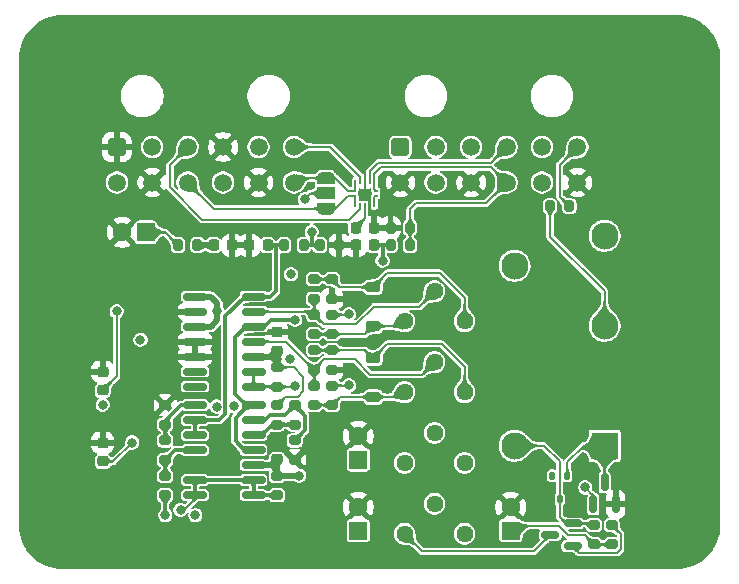
<source format=gtl>
%TF.GenerationSoftware,KiCad,Pcbnew,9.0.4*%
%TF.CreationDate,2026-01-27T00:07:53+00:00*%
%TF.ProjectId,BSPD,42535044-2e6b-4696-9361-645f70636258,1.3.0*%
%TF.SameCoordinates,Original*%
%TF.FileFunction,Copper,L1,Top*%
%TF.FilePolarity,Positive*%
%FSLAX46Y46*%
G04 Gerber Fmt 4.6, Leading zero omitted, Abs format (unit mm)*
G04 Created by KiCad (PCBNEW 9.0.4) date 2026-01-27 00:07:53*
%MOMM*%
%LPD*%
G01*
G04 APERTURE LIST*
G04 Aperture macros list*
%AMRoundRect*
0 Rectangle with rounded corners*
0 $1 Rounding radius*
0 $2 $3 $4 $5 $6 $7 $8 $9 X,Y pos of 4 corners*
0 Add a 4 corners polygon primitive as box body*
4,1,4,$2,$3,$4,$5,$6,$7,$8,$9,$2,$3,0*
0 Add four circle primitives for the rounded corners*
1,1,$1+$1,$2,$3*
1,1,$1+$1,$4,$5*
1,1,$1+$1,$6,$7*
1,1,$1+$1,$8,$9*
0 Add four rect primitives between the rounded corners*
20,1,$1+$1,$2,$3,$4,$5,0*
20,1,$1+$1,$4,$5,$6,$7,0*
20,1,$1+$1,$6,$7,$8,$9,0*
20,1,$1+$1,$8,$9,$2,$3,0*%
%AMFreePoly0*
4,1,23,0.550000,-0.750000,0.000000,-0.750000,0.000000,-0.745722,-0.065263,-0.745722,-0.191342,-0.711940,-0.304381,-0.646677,-0.396677,-0.554381,-0.461940,-0.441342,-0.495722,-0.315263,-0.495722,-0.250000,-0.500000,-0.250000,-0.500000,0.250000,-0.495722,0.250000,-0.495722,0.315263,-0.461940,0.441342,-0.396677,0.554381,-0.304381,0.646677,-0.191342,0.711940,-0.065263,0.745722,0.000000,0.745722,
0.000000,0.750000,0.550000,0.750000,0.550000,-0.750000,0.550000,-0.750000,$1*%
%AMFreePoly1*
4,1,23,0.000000,0.745722,0.065263,0.745722,0.191342,0.711940,0.304381,0.646677,0.396677,0.554381,0.461940,0.441342,0.495722,0.315263,0.495722,0.250000,0.500000,0.250000,0.500000,-0.250000,0.495722,-0.250000,0.495722,-0.315263,0.461940,-0.441342,0.396677,-0.554381,0.304381,-0.646677,0.191342,-0.711940,0.065263,-0.745722,0.000000,-0.745722,0.000000,-0.750000,-0.550000,-0.750000,
-0.550000,0.750000,0.000000,0.750000,0.000000,0.745722,0.000000,0.745722,$1*%
G04 Aperture macros list end*
%TA.AperFunction,ComponentPad*%
%ADD10RoundRect,0.250001X-0.499999X-0.499999X0.499999X-0.499999X0.499999X0.499999X-0.499999X0.499999X0*%
%TD*%
%TA.AperFunction,ComponentPad*%
%ADD11C,1.500000*%
%TD*%
%TA.AperFunction,SMDPad,CuDef*%
%ADD12RoundRect,0.200000X-0.275000X0.200000X-0.275000X-0.200000X0.275000X-0.200000X0.275000X0.200000X0*%
%TD*%
%TA.AperFunction,SMDPad,CuDef*%
%ADD13RoundRect,0.200000X0.275000X-0.200000X0.275000X0.200000X-0.275000X0.200000X-0.275000X-0.200000X0*%
%TD*%
%TA.AperFunction,ComponentPad*%
%ADD14C,5.600000*%
%TD*%
%TA.AperFunction,SMDPad,CuDef*%
%ADD15RoundRect,0.225000X0.375000X-0.225000X0.375000X0.225000X-0.375000X0.225000X-0.375000X-0.225000X0*%
%TD*%
%TA.AperFunction,ComponentPad*%
%ADD16RoundRect,0.250000X0.550000X-0.550000X0.550000X0.550000X-0.550000X0.550000X-0.550000X-0.550000X0*%
%TD*%
%TA.AperFunction,ComponentPad*%
%ADD17C,1.600000*%
%TD*%
%TA.AperFunction,SMDPad,CuDef*%
%ADD18RoundRect,0.200000X-0.200000X-0.275000X0.200000X-0.275000X0.200000X0.275000X-0.200000X0.275000X0*%
%TD*%
%TA.AperFunction,SMDPad,CuDef*%
%ADD19RoundRect,0.112500X0.112500X0.237500X-0.112500X0.237500X-0.112500X-0.237500X0.112500X-0.237500X0*%
%TD*%
%TA.AperFunction,ComponentPad*%
%ADD20C,1.440000*%
%TD*%
%TA.AperFunction,SMDPad,CuDef*%
%ADD21R,0.200000X0.350000*%
%TD*%
%TA.AperFunction,SMDPad,CuDef*%
%ADD22R,0.350000X0.200000*%
%TD*%
%TA.AperFunction,SMDPad,CuDef*%
%ADD23RoundRect,0.200000X0.200000X0.275000X-0.200000X0.275000X-0.200000X-0.275000X0.200000X-0.275000X0*%
%TD*%
%TA.AperFunction,SMDPad,CuDef*%
%ADD24RoundRect,0.225000X0.225000X0.250000X-0.225000X0.250000X-0.225000X-0.250000X0.225000X-0.250000X0*%
%TD*%
%TA.AperFunction,ComponentPad*%
%ADD25R,2.300000X2.300000*%
%TD*%
%TA.AperFunction,ComponentPad*%
%ADD26C,2.300000*%
%TD*%
%TA.AperFunction,SMDPad,CuDef*%
%ADD27RoundRect,0.225000X-0.225000X-0.250000X0.225000X-0.250000X0.225000X0.250000X-0.225000X0.250000X0*%
%TD*%
%TA.AperFunction,SMDPad,CuDef*%
%ADD28RoundRect,0.218750X0.218750X0.256250X-0.218750X0.256250X-0.218750X-0.256250X0.218750X-0.256250X0*%
%TD*%
%TA.AperFunction,SMDPad,CuDef*%
%ADD29RoundRect,0.150000X0.825000X0.150000X-0.825000X0.150000X-0.825000X-0.150000X0.825000X-0.150000X0*%
%TD*%
%TA.AperFunction,SMDPad,CuDef*%
%ADD30RoundRect,0.218750X-0.256250X0.218750X-0.256250X-0.218750X0.256250X-0.218750X0.256250X0.218750X0*%
%TD*%
%TA.AperFunction,SMDPad,CuDef*%
%ADD31RoundRect,0.150000X0.150000X-0.587500X0.150000X0.587500X-0.150000X0.587500X-0.150000X-0.587500X0*%
%TD*%
%TA.AperFunction,SMDPad,CuDef*%
%ADD32RoundRect,0.225000X0.250000X-0.225000X0.250000X0.225000X-0.250000X0.225000X-0.250000X-0.225000X0*%
%TD*%
%TA.AperFunction,SMDPad,CuDef*%
%ADD33RoundRect,0.150000X0.587500X0.150000X-0.587500X0.150000X-0.587500X-0.150000X0.587500X-0.150000X0*%
%TD*%
%TA.AperFunction,ComponentPad*%
%ADD34RoundRect,0.250000X0.550000X0.550000X-0.550000X0.550000X-0.550000X-0.550000X0.550000X-0.550000X0*%
%TD*%
%TA.AperFunction,SMDPad,CuDef*%
%ADD35FreePoly0,90.000000*%
%TD*%
%TA.AperFunction,SMDPad,CuDef*%
%ADD36R,1.500000X1.000000*%
%TD*%
%TA.AperFunction,SMDPad,CuDef*%
%ADD37FreePoly1,90.000000*%
%TD*%
%TA.AperFunction,ViaPad*%
%ADD38C,0.800000*%
%TD*%
%TA.AperFunction,Conductor*%
%ADD39C,0.300000*%
%TD*%
%TA.AperFunction,Conductor*%
%ADD40C,0.200000*%
%TD*%
%TA.AperFunction,Conductor*%
%ADD41C,0.500000*%
%TD*%
G04 APERTURE END LIST*
D10*
X145100000Y-68485000D03*
D11*
X148100000Y-68485000D03*
X151100000Y-68485000D03*
X154100000Y-68485000D03*
X157100000Y-68485000D03*
X160100000Y-68485000D03*
X145100000Y-71485000D03*
X148100000Y-71485000D03*
X151100000Y-71485000D03*
X154100000Y-71485000D03*
X157100000Y-71485000D03*
X160100000Y-71485000D03*
D12*
X160150000Y-93325000D03*
X160150000Y-94975000D03*
D13*
X161800000Y-84325000D03*
X161800000Y-82675000D03*
D14*
X140500000Y-100500000D03*
D12*
X158650000Y-96325000D03*
X158650000Y-97975000D03*
D15*
X166800000Y-83650000D03*
X166800000Y-80350000D03*
D16*
X165550000Y-94955113D03*
D17*
X165550000Y-92955113D03*
D18*
X181775000Y-73500000D03*
X183425000Y-73500000D03*
D14*
X192500000Y-61500000D03*
D12*
X185500000Y-100475000D03*
X185500000Y-102125000D03*
D13*
X161800000Y-90325000D03*
X161800000Y-88675000D03*
D19*
X183250000Y-96300000D03*
X181950000Y-96300000D03*
X182600000Y-98300000D03*
D20*
X169460000Y-101230000D03*
X172000000Y-98690000D03*
X174540000Y-101230000D03*
D12*
X163300000Y-82675000D03*
X163300000Y-84325000D03*
X163300000Y-88675000D03*
X163300000Y-90325000D03*
D14*
X140500000Y-74500000D03*
D18*
X150275000Y-76800000D03*
X151925000Y-76800000D03*
D21*
X165300000Y-73400000D03*
X165700000Y-73400000D03*
X166100000Y-73400000D03*
X166500000Y-73400000D03*
X166900000Y-73400000D03*
D22*
X167050000Y-72600000D03*
X167050000Y-72200000D03*
D21*
X166900000Y-71400000D03*
X166500000Y-71400000D03*
X166100000Y-71400000D03*
X165700000Y-71400000D03*
X165300000Y-71400000D03*
D22*
X165150000Y-72200000D03*
X165150000Y-72600000D03*
D23*
X163925000Y-76800000D03*
X162275000Y-76800000D03*
D24*
X166875000Y-76800000D03*
X165325000Y-76800000D03*
D25*
X186400000Y-93775000D03*
D26*
X186400000Y-83615000D03*
X186400000Y-75995000D03*
X178780000Y-78535000D03*
X178780000Y-93775000D03*
D27*
X165325000Y-75300000D03*
X166875000Y-75300000D03*
D28*
X154887500Y-76800000D03*
X153312500Y-76800000D03*
D29*
X156675000Y-88760000D03*
X156675000Y-87490000D03*
X156675000Y-86220000D03*
X156675000Y-84950000D03*
X156675000Y-83680000D03*
X156675000Y-82410000D03*
X156675000Y-81140000D03*
X151725000Y-81140000D03*
X151725000Y-82410000D03*
X151725000Y-83680000D03*
X151725000Y-84950000D03*
X151725000Y-86220000D03*
X151725000Y-87490000D03*
X151725000Y-88760000D03*
D15*
X166800000Y-89650000D03*
X166800000Y-86350000D03*
D13*
X149200000Y-94975000D03*
X149200000Y-93325000D03*
D12*
X161800000Y-85675000D03*
X161800000Y-87325000D03*
D13*
X149200000Y-91975000D03*
X149200000Y-90325000D03*
D23*
X160925000Y-76800000D03*
X159275000Y-76800000D03*
D12*
X163300000Y-85675000D03*
X163300000Y-87325000D03*
D10*
X169100000Y-68485000D03*
D11*
X172100000Y-68485000D03*
X175100000Y-68485000D03*
X178100000Y-68485000D03*
X181100000Y-68485000D03*
X184100000Y-68485000D03*
X169100000Y-71485000D03*
X172100000Y-71485000D03*
X175100000Y-71485000D03*
X178100000Y-71485000D03*
X181100000Y-71485000D03*
X184100000Y-71485000D03*
D12*
X158650000Y-87125000D03*
X158650000Y-88775000D03*
X161800000Y-79675000D03*
X161800000Y-81325000D03*
D30*
X143900000Y-87493519D03*
X143900000Y-89068519D03*
D31*
X185450000Y-98737500D03*
X187350000Y-98737500D03*
X186400000Y-96862500D03*
D20*
X169460000Y-95230000D03*
X172000000Y-92690000D03*
X174540000Y-95230000D03*
D13*
X149200000Y-97975000D03*
X149200000Y-96325000D03*
D32*
X158650000Y-85725000D03*
X158650000Y-84175000D03*
D12*
X158650000Y-90325000D03*
X158650000Y-91975000D03*
D30*
X143900000Y-93512500D03*
X143900000Y-95087500D03*
D20*
X169460000Y-89230000D03*
X172000000Y-86690000D03*
X174540000Y-89230000D03*
D24*
X157875000Y-76800000D03*
X156325000Y-76800000D03*
D32*
X158650000Y-94925000D03*
X158650000Y-93375000D03*
D20*
X169460000Y-83230000D03*
X172000000Y-80690000D03*
X174540000Y-83230000D03*
D18*
X168275000Y-75300000D03*
X169925000Y-75300000D03*
D16*
X165550000Y-100955112D03*
D17*
X165550000Y-98955112D03*
D13*
X187000000Y-102125000D03*
X187000000Y-100475000D03*
D14*
X192500000Y-100500000D03*
D33*
X183687500Y-102250000D03*
X183687500Y-100350000D03*
X181812500Y-101300000D03*
D16*
X178450000Y-100955113D03*
D17*
X178450000Y-98955113D03*
D23*
X169925000Y-76800000D03*
X168275000Y-76800000D03*
D34*
X147555112Y-75700000D03*
D17*
X145555112Y-75700000D03*
D13*
X160150000Y-91975000D03*
X160150000Y-90325000D03*
D29*
X156675000Y-97960000D03*
X156675000Y-96690000D03*
X156675000Y-95420000D03*
X156675000Y-94150000D03*
X156675000Y-92880000D03*
X156675000Y-91610000D03*
X156675000Y-90340000D03*
X151725000Y-90340000D03*
X151725000Y-91610000D03*
X151725000Y-92880000D03*
X151725000Y-94150000D03*
X151725000Y-95420000D03*
X151725000Y-96690000D03*
X151725000Y-97960000D03*
D35*
X162800000Y-73700000D03*
D36*
X162800000Y-72400000D03*
D37*
X162800000Y-71100000D03*
D12*
X163300000Y-79675000D03*
X163300000Y-81325000D03*
D38*
X165325000Y-75300000D03*
X143900000Y-90300000D03*
X159850000Y-79250000D03*
X158650000Y-86400000D03*
X149200000Y-99650000D03*
X153600000Y-82400000D03*
X164750000Y-82650000D03*
X160550000Y-96300000D03*
X164750000Y-88650000D03*
X169030000Y-73770000D03*
X178430000Y-96590000D03*
X182530000Y-87520000D03*
X162700000Y-93700000D03*
X154150000Y-65790000D03*
X148350000Y-83150000D03*
X164630000Y-78280000D03*
X190090000Y-67870000D03*
X142690000Y-86080000D03*
X164750000Y-81350000D03*
X155600000Y-75380000D03*
X173530000Y-71020000D03*
X148800000Y-86390000D03*
X143920000Y-92060000D03*
X164750000Y-87350000D03*
X146490000Y-70340000D03*
X167850000Y-73800000D03*
X158930000Y-70150000D03*
X167600000Y-78100000D03*
X160200000Y-83110000D03*
X155044669Y-90444669D03*
X184750000Y-97300000D03*
X147100000Y-84800000D03*
X145100000Y-82400000D03*
X160150000Y-88750000D03*
X151750000Y-99650000D03*
X161600000Y-75650000D03*
X161000000Y-72900000D03*
X146400000Y-93500000D03*
X153543669Y-90450000D03*
X150500000Y-99200000D03*
X159800000Y-86400000D03*
D39*
X149200000Y-97975000D02*
X149200000Y-99650000D01*
D40*
X185500000Y-100475000D02*
X185375000Y-100350000D01*
D41*
X158650000Y-85725000D02*
X158650000Y-87125000D01*
X158205000Y-95420000D02*
X156675000Y-95420000D01*
X158205000Y-95420000D02*
X158650000Y-94975000D01*
D40*
X159351000Y-89624000D02*
X160426000Y-89624000D01*
X182600000Y-98800000D02*
X182600000Y-99800000D01*
D41*
X156675000Y-86220000D02*
X158155000Y-86220000D01*
D40*
X166100000Y-74525000D02*
X166100000Y-73400000D01*
D41*
X158650000Y-95865000D02*
X158205000Y-95420000D01*
D40*
X185375000Y-100350000D02*
X183687500Y-100350000D01*
D41*
X158155000Y-86220000D02*
X158650000Y-85725000D01*
X158650000Y-94975000D02*
X158650000Y-96325000D01*
X153040000Y-81140000D02*
X151725000Y-81140000D01*
X158650000Y-96325000D02*
X158650000Y-95865000D01*
D40*
X149175000Y-75700000D02*
X147555112Y-75700000D01*
D41*
X153600000Y-82400000D02*
X153600000Y-81700000D01*
X160525000Y-96325000D02*
X160550000Y-96300000D01*
D40*
X164725000Y-82675000D02*
X164750000Y-82650000D01*
X158650000Y-90325000D02*
X159351000Y-89624000D01*
X150275000Y-76800000D02*
X149175000Y-75700000D01*
D41*
X153600000Y-82400000D02*
X153600000Y-83150000D01*
D40*
X182600000Y-99800000D02*
X183150000Y-100350000D01*
D41*
X153600000Y-81700000D02*
X153040000Y-81140000D01*
X158650000Y-96325000D02*
X160525000Y-96325000D01*
D40*
X160426000Y-89624000D02*
X160900000Y-89150000D01*
X160900000Y-89150000D02*
X160900000Y-87950000D01*
X183150000Y-100350000D02*
X183687500Y-100350000D01*
D41*
X156675000Y-86220000D02*
X158157500Y-86220000D01*
D40*
X182600000Y-95100000D02*
X181275000Y-93775000D01*
D41*
X153600000Y-83150000D02*
X153070000Y-83680000D01*
D40*
X165325000Y-75300000D02*
X166100000Y-74525000D01*
X164725000Y-88675000D02*
X164750000Y-88650000D01*
X160900000Y-87950000D02*
X160075000Y-87125000D01*
X160075000Y-87125000D02*
X158650000Y-87125000D01*
D41*
X158157500Y-86220000D02*
X158650000Y-86712500D01*
D40*
X163300000Y-82675000D02*
X164725000Y-82675000D01*
D41*
X153070000Y-83680000D02*
X151725000Y-83680000D01*
D40*
X182600000Y-98800000D02*
X182600000Y-95100000D01*
X181275000Y-93775000D02*
X178780000Y-93775000D01*
D41*
X158650000Y-86712500D02*
X158650000Y-87125000D01*
D40*
X163300000Y-88675000D02*
X164725000Y-88675000D01*
X164725000Y-87325000D02*
X164750000Y-87350000D01*
X163300000Y-81325000D02*
X164725000Y-81325000D01*
X163300000Y-87325000D02*
X164725000Y-87325000D01*
X164725000Y-81325000D02*
X164750000Y-81350000D01*
D39*
X155150000Y-93400000D02*
X155150000Y-91400000D01*
X155150000Y-91400000D02*
X156210000Y-90340000D01*
X158140000Y-83110000D02*
X157570000Y-83680000D01*
X167600000Y-76800000D02*
X167600000Y-78100000D01*
X156210000Y-90340000D02*
X156675000Y-90340000D01*
X155100000Y-84600000D02*
X156020000Y-83680000D01*
X156675000Y-94150000D02*
X155900000Y-94150000D01*
X156675000Y-90340000D02*
X156040000Y-90340000D01*
X157570000Y-83680000D02*
X156675000Y-83680000D01*
X166875000Y-76800000D02*
X167600000Y-76800000D01*
X160200000Y-83110000D02*
X158140000Y-83110000D01*
X156040000Y-90340000D02*
X155100000Y-89400000D01*
X155100000Y-89400000D02*
X155100000Y-84600000D01*
X167600000Y-76800000D02*
X168275000Y-76800000D01*
X156020000Y-83680000D02*
X156675000Y-83680000D01*
X155900000Y-94150000D02*
X155150000Y-93400000D01*
X158600000Y-76800000D02*
X158600000Y-80650000D01*
X158600000Y-80650000D02*
X158110000Y-81140000D01*
X155922075Y-81140000D02*
X154293669Y-82768406D01*
X157875000Y-76800000D02*
X158600000Y-76800000D01*
X154293669Y-91056331D02*
X153740000Y-91610000D01*
X158600000Y-76800000D02*
X159275000Y-76800000D01*
X156675000Y-81140000D02*
X155922075Y-81140000D01*
X153740000Y-91610000D02*
X151725000Y-91610000D01*
X151725000Y-91610000D02*
X151725000Y-92880000D01*
X158110000Y-81140000D02*
X156675000Y-81140000D01*
X154293669Y-82768406D02*
X154293669Y-91056331D01*
D40*
X183250000Y-96300000D02*
X183250000Y-95150000D01*
X186400000Y-96862500D02*
X186400000Y-93775000D01*
X184625000Y-93775000D02*
X186400000Y-93775000D01*
X183250000Y-95150000D02*
X184625000Y-93775000D01*
X185450000Y-98000000D02*
X184750000Y-97300000D01*
X185450000Y-98737500D02*
X185450000Y-98000000D01*
D41*
X151925000Y-76800000D02*
X153312500Y-76800000D01*
D40*
X145100000Y-87868519D02*
X145100000Y-82400000D01*
X143900000Y-89068519D02*
X145100000Y-87868519D01*
X156675000Y-87490000D02*
X156675000Y-88760000D01*
X158635000Y-88760000D02*
X158650000Y-88775000D01*
X160125000Y-88775000D02*
X160150000Y-88750000D01*
X158650000Y-88775000D02*
X160125000Y-88775000D01*
X156675000Y-88760000D02*
X158635000Y-88760000D01*
X162800000Y-72400000D02*
X161500000Y-72400000D01*
X161500000Y-72400000D02*
X161000000Y-72900000D01*
D39*
X162275000Y-76800000D02*
X161600000Y-76800000D01*
X161600000Y-76800000D02*
X161600000Y-75650000D01*
X161600000Y-76800000D02*
X160925000Y-76800000D01*
D40*
X181775000Y-73500000D02*
X181775000Y-76075000D01*
X181775000Y-76075000D02*
X186400000Y-80700000D01*
X186400000Y-80700000D02*
X186400000Y-83615000D01*
X169925000Y-73725000D02*
X169925000Y-75300000D01*
X166900000Y-70800000D02*
X166900000Y-71400000D01*
X170400000Y-73250000D02*
X169925000Y-73725000D01*
X178100000Y-71485000D02*
X176335000Y-73250000D01*
X176335000Y-73250000D02*
X170400000Y-73250000D01*
X169925000Y-75300000D02*
X169925000Y-76800000D01*
X176815000Y-70200000D02*
X167500000Y-70200000D01*
X178100000Y-71485000D02*
X176815000Y-70200000D01*
X166900000Y-72050000D02*
X167050000Y-72200000D01*
X166900000Y-71400000D02*
X166900000Y-72050000D01*
X167500000Y-70200000D02*
X166900000Y-70800000D01*
X178855113Y-100550000D02*
X182500000Y-100550000D01*
X182500000Y-100550000D02*
X183300000Y-101350000D01*
X178450000Y-100955113D02*
X178855113Y-100550000D01*
X183300000Y-101350000D02*
X184725000Y-101350000D01*
X187000000Y-102125000D02*
X185500000Y-102125000D01*
X184725000Y-101350000D02*
X185500000Y-102125000D01*
X143900000Y-95087500D02*
X144812500Y-95087500D01*
X144812500Y-95087500D02*
X146400000Y-93500000D01*
X184263500Y-102826000D02*
X187488064Y-102826000D01*
X187488064Y-102826000D02*
X187776000Y-102538064D01*
X187776000Y-101251000D02*
X187000000Y-100475000D01*
X183687500Y-102250000D02*
X184263500Y-102826000D01*
X187776000Y-102538064D02*
X187776000Y-101251000D01*
X170940000Y-87750000D02*
X166550000Y-87750000D01*
X161800000Y-87325000D02*
X159425000Y-84950000D01*
X161800000Y-88675000D02*
X161800000Y-87325000D01*
X172000000Y-86690000D02*
X170940000Y-87750000D01*
X159275000Y-84950000D02*
X156675000Y-84950000D01*
X162675000Y-86450000D02*
X161800000Y-87325000D01*
X166550000Y-87750000D02*
X165250000Y-86450000D01*
X159425000Y-84950000D02*
X159275000Y-84950000D01*
X165250000Y-86450000D02*
X162675000Y-86450000D01*
X161535000Y-82410000D02*
X161800000Y-82675000D01*
X156825000Y-82410000D02*
X161535000Y-82410000D01*
X165350000Y-83500000D02*
X162625000Y-83500000D01*
X166850000Y-82000000D02*
X165350000Y-83500000D01*
X161800000Y-81225000D02*
X161800000Y-82675000D01*
X162625000Y-83500000D02*
X161800000Y-82675000D01*
X170690000Y-82000000D02*
X166850000Y-82000000D01*
X172000000Y-80690000D02*
X170690000Y-82000000D01*
X170930000Y-102700000D02*
X180412500Y-102700000D01*
X169460000Y-101230000D02*
X170930000Y-102700000D01*
X180412500Y-102700000D02*
X181812500Y-101300000D01*
X166800000Y-86350000D02*
X168000000Y-85150000D01*
X168000000Y-85150000D02*
X172600000Y-85150000D01*
X166125000Y-85675000D02*
X166800000Y-86350000D01*
X172600000Y-85150000D02*
X174540000Y-87090000D01*
X163300000Y-85675000D02*
X166125000Y-85675000D01*
X174540000Y-87090000D02*
X174540000Y-89230000D01*
X161800000Y-85675000D02*
X163300000Y-85675000D01*
X166800000Y-89650000D02*
X163975000Y-89650000D01*
X163300000Y-90325000D02*
X161800000Y-90325000D01*
X166800000Y-89650000D02*
X169040000Y-89650000D01*
X163975000Y-89650000D02*
X163300000Y-90325000D01*
X169040000Y-89650000D02*
X169460000Y-89230000D01*
X163300000Y-79675000D02*
X163975000Y-80350000D01*
X168000000Y-79150000D02*
X172450000Y-79150000D01*
X161800000Y-79675000D02*
X163300000Y-79675000D01*
X166800000Y-80350000D02*
X168000000Y-79150000D01*
X174540000Y-81240000D02*
X174540000Y-83230000D01*
X172450000Y-79150000D02*
X174540000Y-81240000D01*
X163975000Y-80350000D02*
X166800000Y-80350000D01*
X163300000Y-84325000D02*
X161800000Y-84325000D01*
X166800000Y-83650000D02*
X169040000Y-83650000D01*
X166125000Y-84325000D02*
X163300000Y-84325000D01*
X169040000Y-83650000D02*
X169460000Y-83230000D01*
X166800000Y-83650000D02*
X166125000Y-84325000D01*
X164750000Y-74650000D02*
X165700000Y-73700000D01*
X151100000Y-68485000D02*
X149600000Y-69985000D01*
X149600000Y-71900000D02*
X152350000Y-74650000D01*
X165700000Y-73700000D02*
X165700000Y-73400000D01*
X149600000Y-69985000D02*
X149600000Y-71900000D01*
X152350000Y-74650000D02*
X164750000Y-74650000D01*
X165300000Y-71400000D02*
X165300000Y-72050000D01*
X165300000Y-72050000D02*
X165150000Y-72200000D01*
X163600000Y-71100000D02*
X162800000Y-71100000D01*
X165150000Y-72200000D02*
X164700000Y-72200000D01*
X164700000Y-72200000D02*
X163600000Y-71100000D01*
X160485000Y-71100000D02*
X160100000Y-71485000D01*
X162800000Y-71100000D02*
X160485000Y-71100000D01*
X165700000Y-71400000D02*
X165700000Y-71000000D01*
X165700000Y-71000000D02*
X163185000Y-68485000D01*
X163185000Y-68485000D02*
X160100000Y-68485000D01*
X165300000Y-73400000D02*
X165300000Y-72750000D01*
X163600000Y-73700000D02*
X162800000Y-73700000D01*
X164700000Y-72600000D02*
X163600000Y-73700000D01*
X165150000Y-72600000D02*
X164700000Y-72600000D01*
X153315000Y-73700000D02*
X151100000Y-71485000D01*
X165300000Y-72750000D02*
X165150000Y-72600000D01*
X162800000Y-73700000D02*
X153315000Y-73700000D01*
X167250000Y-69800000D02*
X176785000Y-69800000D01*
X166500000Y-71400000D02*
X166500000Y-70550000D01*
X166500000Y-70550000D02*
X167250000Y-69800000D01*
X176785000Y-69800000D02*
X178100000Y-68485000D01*
X184100000Y-68485000D02*
X182600000Y-69985000D01*
X182600000Y-69985000D02*
X182600000Y-72675000D01*
X182600000Y-72675000D02*
X183425000Y-73500000D01*
D39*
X158700000Y-91975000D02*
X158275000Y-91975000D01*
X158700000Y-91975000D02*
X160300000Y-91975000D01*
X157370000Y-92880000D02*
X156675000Y-92880000D01*
X158275000Y-91975000D02*
X157370000Y-92880000D01*
D40*
X150800000Y-99200000D02*
X151725000Y-98275000D01*
D39*
X151725000Y-96690000D02*
X151725000Y-97960000D01*
X158700000Y-97975000D02*
X156690000Y-97975000D01*
D40*
X151725000Y-98275000D02*
X151725000Y-97960000D01*
X150500000Y-99200000D02*
X150800000Y-99200000D01*
D39*
X154200000Y-96690000D02*
X151725000Y-96690000D01*
X156690000Y-97975000D02*
X156675000Y-97960000D01*
X156675000Y-96690000D02*
X154200000Y-96690000D01*
X156675000Y-97960000D02*
X156675000Y-96690000D01*
X161050000Y-91225000D02*
X160150000Y-90325000D01*
X160150000Y-90325000D02*
X159325000Y-91150000D01*
X160200000Y-93275000D02*
X161050000Y-92425000D01*
X161050000Y-92425000D02*
X161050000Y-91225000D01*
X158100000Y-91150000D02*
X157640000Y-91610000D01*
X157640000Y-91610000D02*
X156675000Y-91610000D01*
X159325000Y-91150000D02*
X158100000Y-91150000D01*
X160200000Y-93325000D02*
X160200000Y-93275000D01*
X149200000Y-94975000D02*
X150025000Y-94150000D01*
X150025000Y-94150000D02*
X151725000Y-94150000D01*
X149200000Y-94975000D02*
X149200000Y-96325000D01*
X149200000Y-91650000D02*
X150510000Y-90340000D01*
X150510000Y-90340000D02*
X151725000Y-90340000D01*
X149200000Y-91975000D02*
X149200000Y-91650000D01*
X149200000Y-91975000D02*
X149200000Y-93325000D01*
D40*
X166900000Y-72750000D02*
X167050000Y-72600000D01*
X166900000Y-73400000D02*
X166900000Y-72750000D01*
%TA.AperFunction,Conductor*%
G36*
X162155736Y-83952959D02*
G01*
X162158275Y-83956311D01*
X162180122Y-83999564D01*
X162180125Y-83999569D01*
X162201948Y-84026732D01*
X162216704Y-84045098D01*
X162275594Y-84095357D01*
X162344508Y-84137280D01*
X162344510Y-84137281D01*
X162344512Y-84137282D01*
X162435524Y-84177076D01*
X162435526Y-84177076D01*
X162435532Y-84177079D01*
X162527529Y-84204852D01*
X162664886Y-84223618D01*
X162672617Y-84228132D01*
X162675000Y-84235209D01*
X162675000Y-84414396D01*
X162671573Y-84422669D01*
X162664448Y-84426040D01*
X162633208Y-84429119D01*
X162577933Y-84434569D01*
X162577930Y-84434569D01*
X162577927Y-84434570D01*
X162413857Y-84481154D01*
X162283545Y-84549087D01*
X162283540Y-84549091D01*
X162197675Y-84626396D01*
X162197671Y-84626401D01*
X162159412Y-84695543D01*
X162152408Y-84701122D01*
X162143510Y-84700115D01*
X162140548Y-84697782D01*
X162004315Y-84549091D01*
X161806240Y-84332902D01*
X161803179Y-84324489D01*
X161806240Y-84317097D01*
X162139207Y-83953680D01*
X162147321Y-83949897D01*
X162155736Y-83952959D01*
G37*
%TD.AperFunction*%
%TA.AperFunction,Conductor*%
G36*
X158896139Y-95528427D02*
G01*
X158899566Y-95536700D01*
X158899558Y-95537126D01*
X158897721Y-95587530D01*
X158897719Y-95587580D01*
X158894790Y-95659496D01*
X158894790Y-95659517D01*
X158901936Y-95797354D01*
X158901937Y-95797361D01*
X158929980Y-95888858D01*
X158929981Y-95888861D01*
X158977150Y-95945390D01*
X158977152Y-95945392D01*
X159009894Y-95962997D01*
X159028112Y-95967361D01*
X159035358Y-95972621D01*
X159036763Y-95981465D01*
X159033132Y-95987507D01*
X158657747Y-96319155D01*
X158649278Y-96322065D01*
X158642253Y-96319155D01*
X158455999Y-96154603D01*
X158265788Y-95986554D01*
X158261858Y-95978510D01*
X158264768Y-95970041D01*
X158270185Y-95966578D01*
X158305829Y-95955935D01*
X158319115Y-95945391D01*
X158346771Y-95923441D01*
X158346771Y-95923440D01*
X158346777Y-95923436D01*
X158375028Y-95878529D01*
X158392766Y-95824634D01*
X158405443Y-95703562D01*
X158402281Y-95587580D01*
X158400442Y-95537126D01*
X158403565Y-95528734D01*
X158411708Y-95525008D01*
X158412134Y-95525000D01*
X158887866Y-95525000D01*
X158896139Y-95528427D01*
G37*
%TD.AperFunction*%
%TA.AperFunction,Conductor*%
G36*
X159005736Y-86752959D02*
G01*
X159008275Y-86756311D01*
X159030122Y-86799564D01*
X159030125Y-86799569D01*
X159051948Y-86826732D01*
X159066704Y-86845098D01*
X159125594Y-86895357D01*
X159194508Y-86937280D01*
X159194510Y-86937281D01*
X159194512Y-86937282D01*
X159285524Y-86977076D01*
X159285526Y-86977076D01*
X159285532Y-86977079D01*
X159377529Y-87004852D01*
X159514886Y-87023618D01*
X159522617Y-87028132D01*
X159525000Y-87035209D01*
X159525000Y-87214396D01*
X159521573Y-87222669D01*
X159514448Y-87226040D01*
X159483208Y-87229119D01*
X159427933Y-87234569D01*
X159427930Y-87234569D01*
X159427927Y-87234570D01*
X159263857Y-87281154D01*
X159133545Y-87349087D01*
X159133540Y-87349091D01*
X159047675Y-87426396D01*
X159047671Y-87426401D01*
X159009412Y-87495543D01*
X159002408Y-87501122D01*
X158993510Y-87500115D01*
X158990548Y-87497782D01*
X158854315Y-87349091D01*
X158656240Y-87132902D01*
X158653179Y-87124489D01*
X158656240Y-87117097D01*
X158989207Y-86753680D01*
X158997321Y-86749897D01*
X159005736Y-86752959D01*
G37*
%TD.AperFunction*%
%TA.AperFunction,Conductor*%
G36*
X152279957Y-76414769D02*
G01*
X152283421Y-76420189D01*
X152288337Y-76436650D01*
X152294064Y-76455829D01*
X152294065Y-76455830D01*
X152326560Y-76496773D01*
X152326565Y-76496778D01*
X152356501Y-76515610D01*
X152371470Y-76525028D01*
X152425365Y-76542766D01*
X152546438Y-76555443D01*
X152662419Y-76552281D01*
X152712876Y-76550441D01*
X152721266Y-76553564D01*
X152724992Y-76561707D01*
X152725000Y-76562133D01*
X152725000Y-77037866D01*
X152721573Y-77046139D01*
X152713300Y-77049566D01*
X152712874Y-77049558D01*
X152662427Y-77047719D01*
X152662377Y-77047717D01*
X152590503Y-77044790D01*
X152590482Y-77044790D01*
X152452645Y-77051936D01*
X152452638Y-77051937D01*
X152361141Y-77079980D01*
X152361138Y-77079981D01*
X152304608Y-77127150D01*
X152304607Y-77127151D01*
X152287002Y-77159893D01*
X152287001Y-77159895D01*
X152282637Y-77178111D01*
X152277377Y-77185358D01*
X152268533Y-77186763D01*
X152262491Y-77183132D01*
X151930844Y-76807747D01*
X151927934Y-76799278D01*
X151930844Y-76792253D01*
X152134151Y-76562133D01*
X152263443Y-76415789D01*
X152271488Y-76411859D01*
X152279957Y-76414769D01*
G37*
%TD.AperFunction*%
%TA.AperFunction,Conductor*%
G36*
X152607030Y-96405145D02*
G01*
X152612038Y-96410034D01*
X152632117Y-96447352D01*
X152670414Y-96481834D01*
X152670415Y-96481834D01*
X152670417Y-96481836D01*
X152718765Y-96506498D01*
X152718770Y-96506499D01*
X152718776Y-96506503D01*
X152773689Y-96522998D01*
X152889100Y-96538021D01*
X152988521Y-96540014D01*
X152988536Y-96540013D01*
X152996737Y-96543605D01*
X153000000Y-96551711D01*
X153000000Y-96828288D01*
X152996573Y-96836561D01*
X152988657Y-96839944D01*
X152988659Y-96839980D01*
X152988564Y-96839984D01*
X152988563Y-96839985D01*
X152988537Y-96839985D01*
X152947853Y-96841852D01*
X152829803Y-96847272D01*
X152829798Y-96847272D01*
X152829798Y-96847273D01*
X152717518Y-96873988D01*
X152646169Y-96917414D01*
X152646165Y-96917418D01*
X152612272Y-96970898D01*
X152604949Y-96976052D01*
X152598757Y-96975757D01*
X151938094Y-96759938D01*
X151758045Y-96701121D01*
X151751246Y-96695295D01*
X151750557Y-96686367D01*
X151756384Y-96679567D01*
X151758044Y-96678878D01*
X152598102Y-96404456D01*
X152607030Y-96405145D01*
G37*
%TD.AperFunction*%
%TA.AperFunction,Conductor*%
G36*
X163655736Y-88302959D02*
G01*
X163658275Y-88306311D01*
X163680122Y-88349564D01*
X163680125Y-88349569D01*
X163701948Y-88376732D01*
X163716704Y-88395098D01*
X163775594Y-88445357D01*
X163844508Y-88487280D01*
X163844510Y-88487281D01*
X163844512Y-88487282D01*
X163935524Y-88527076D01*
X163935526Y-88527076D01*
X163935532Y-88527079D01*
X164027529Y-88554852D01*
X164164886Y-88573618D01*
X164172617Y-88578132D01*
X164175000Y-88585209D01*
X164175000Y-88764396D01*
X164171573Y-88772669D01*
X164164448Y-88776040D01*
X164133208Y-88779119D01*
X164077933Y-88784569D01*
X164077930Y-88784569D01*
X164077927Y-88784570D01*
X163913857Y-88831154D01*
X163783545Y-88899087D01*
X163783540Y-88899091D01*
X163697675Y-88976396D01*
X163697671Y-88976401D01*
X163659412Y-89045543D01*
X163652408Y-89051122D01*
X163643510Y-89050115D01*
X163640548Y-89047782D01*
X163504315Y-88899091D01*
X163306240Y-88682902D01*
X163303179Y-88674489D01*
X163306240Y-88667097D01*
X163639207Y-88303680D01*
X163647321Y-88299897D01*
X163655736Y-88302959D01*
G37*
%TD.AperFunction*%
%TA.AperFunction,Conductor*%
G36*
X156683258Y-87497285D02*
G01*
X156958254Y-87773198D01*
X156961667Y-87781476D01*
X156958226Y-87789744D01*
X156951477Y-87793059D01*
X156936192Y-87795048D01*
X156936189Y-87795048D01*
X156936187Y-87795049D01*
X156936185Y-87795050D01*
X156895476Y-87813262D01*
X156861469Y-87842153D01*
X156823598Y-87896689D01*
X156823596Y-87896693D01*
X156797435Y-87959411D01*
X156797434Y-87959416D01*
X156780304Y-88030663D01*
X156777027Y-88067331D01*
X156775953Y-88079342D01*
X156771803Y-88087277D01*
X156764299Y-88090000D01*
X156586244Y-88090000D01*
X156577971Y-88086573D01*
X156574553Y-88078766D01*
X156574533Y-88078283D01*
X156574098Y-88067333D01*
X156549377Y-87949911D01*
X156549376Y-87949909D01*
X156549376Y-87949908D01*
X156503627Y-87860384D01*
X156503626Y-87860383D01*
X156503625Y-87860381D01*
X156445958Y-87808134D01*
X156431844Y-87804527D01*
X156394861Y-87795075D01*
X156387694Y-87789706D01*
X156386422Y-87780842D01*
X156389469Y-87775481D01*
X156666714Y-87497313D01*
X156674981Y-87493873D01*
X156683258Y-87497285D01*
G37*
%TD.AperFunction*%
%TA.AperFunction,Conductor*%
G36*
X163767532Y-79589213D02*
G01*
X163772437Y-79596706D01*
X163772575Y-79600124D01*
X163765759Y-79663867D01*
X163769960Y-79739858D01*
X163769962Y-79739873D01*
X163789023Y-79835299D01*
X163789025Y-79835307D01*
X163820481Y-79930115D01*
X163867419Y-80033336D01*
X163921753Y-80127048D01*
X163921755Y-80127051D01*
X163921756Y-80127052D01*
X164018608Y-80250433D01*
X164021021Y-80259056D01*
X164017678Y-80265930D01*
X163891503Y-80392105D01*
X163883230Y-80395532D01*
X163875338Y-80392469D01*
X163835287Y-80355871D01*
X163654285Y-80230199D01*
X163654283Y-80230198D01*
X163458495Y-80136204D01*
X163458487Y-80136201D01*
X163281972Y-80085663D01*
X163281973Y-80085663D01*
X163150448Y-80076165D01*
X163142443Y-80072151D01*
X163139621Y-80063652D01*
X163140470Y-80060046D01*
X163296879Y-79680154D01*
X163303197Y-79673810D01*
X163305517Y-79673115D01*
X163758768Y-79587384D01*
X163767532Y-79589213D01*
G37*
%TD.AperFunction*%
%TA.AperFunction,Conductor*%
G36*
X161525323Y-82278552D02*
G01*
X161530261Y-82282625D01*
X161793927Y-82664750D01*
X161795805Y-82673506D01*
X161790942Y-82681025D01*
X161790329Y-82681420D01*
X161356734Y-82942334D01*
X161347879Y-82943663D01*
X161340677Y-82938341D01*
X161339041Y-82933259D01*
X161335223Y-82886400D01*
X161335223Y-82886395D01*
X161320651Y-82825149D01*
X161293333Y-82759022D01*
X161256933Y-82699768D01*
X161208291Y-82642501D01*
X161153662Y-82594763D01*
X161153659Y-82594761D01*
X161153657Y-82594759D01*
X161094930Y-82556630D01*
X161094916Y-82556622D01*
X161035719Y-82529451D01*
X160947346Y-82511873D01*
X160939901Y-82506898D01*
X160937929Y-82500398D01*
X160937929Y-82322022D01*
X160941356Y-82313749D01*
X160949629Y-82310322D01*
X160949937Y-82310325D01*
X161057170Y-82313236D01*
X161209975Y-82315365D01*
X161311838Y-82316785D01*
X161311838Y-82316784D01*
X161311846Y-82316785D01*
X161457300Y-82301470D01*
X161516373Y-82278373D01*
X161525323Y-82278552D01*
G37*
%TD.AperFunction*%
%TA.AperFunction,Conductor*%
G36*
X183347062Y-95728427D02*
G01*
X183350478Y-95736201D01*
X183353370Y-95803947D01*
X183353372Y-95803960D01*
X183375115Y-95913729D01*
X183375117Y-95913734D01*
X183393799Y-95948025D01*
X183413124Y-95983497D01*
X183456113Y-96012487D01*
X183461057Y-96019953D01*
X183459273Y-96028728D01*
X183458848Y-96029318D01*
X183259276Y-96288933D01*
X183251517Y-96293403D01*
X183242869Y-96291078D01*
X183240724Y-96288933D01*
X183197567Y-96232792D01*
X183042275Y-96030780D01*
X183039951Y-96022134D01*
X183044421Y-96014375D01*
X183046389Y-96013152D01*
X183062939Y-96005028D01*
X183110459Y-95948025D01*
X183136617Y-95871061D01*
X183147702Y-95791074D01*
X183149607Y-95736292D01*
X183153319Y-95728144D01*
X183161300Y-95725000D01*
X183338789Y-95725000D01*
X183347062Y-95728427D01*
G37*
%TD.AperFunction*%
%TA.AperFunction,Conductor*%
G36*
X161206178Y-76361185D02*
G01*
X161211375Y-76368063D01*
X161214211Y-76378320D01*
X161214218Y-76378343D01*
X161279278Y-76550733D01*
X161279282Y-76550742D01*
X161340427Y-76642502D01*
X161340429Y-76642503D01*
X161394826Y-76679031D01*
X161397697Y-76679366D01*
X161422246Y-76682238D01*
X161434543Y-76679031D01*
X161448548Y-76675379D01*
X161451500Y-76675000D01*
X161702490Y-76675000D01*
X161710763Y-76678427D01*
X161714190Y-76686700D01*
X161710763Y-76694973D01*
X161707923Y-76697062D01*
X161694669Y-76704011D01*
X161694664Y-76704014D01*
X161527093Y-76824234D01*
X161401810Y-76949992D01*
X161334360Y-77054140D01*
X161334358Y-77054146D01*
X161317732Y-77117368D01*
X161312314Y-77124497D01*
X161303441Y-77125707D01*
X161298777Y-77123253D01*
X160932506Y-76807471D01*
X160928478Y-76799474D01*
X160930149Y-76792533D01*
X161190104Y-76365099D01*
X161197328Y-76359814D01*
X161206178Y-76361185D01*
G37*
%TD.AperFunction*%
%TA.AperFunction,Conductor*%
G36*
X155670073Y-89756812D02*
G01*
X155730308Y-89808776D01*
X155730317Y-89808782D01*
X155730321Y-89808785D01*
X155809203Y-89860612D01*
X155809209Y-89860615D01*
X155809213Y-89860618D01*
X155899212Y-89906368D01*
X155899216Y-89906369D01*
X155899221Y-89906372D01*
X156007276Y-89948425D01*
X156007274Y-89948425D01*
X156044988Y-89959357D01*
X156126455Y-89982974D01*
X156262493Y-90010862D01*
X156262502Y-90010863D01*
X156262511Y-90010865D01*
X156336123Y-90020440D01*
X156408829Y-90029898D01*
X156568187Y-90039901D01*
X156721954Y-90039991D01*
X156730224Y-90043423D01*
X156733646Y-90051698D01*
X156733416Y-90054000D01*
X156677793Y-90330341D01*
X156672801Y-90337775D01*
X156665183Y-90339676D01*
X155712021Y-90246319D01*
X155704121Y-90242102D01*
X155701517Y-90233535D01*
X155701555Y-90233194D01*
X155703303Y-90219773D01*
X155695723Y-90192881D01*
X155695721Y-90192877D01*
X155655424Y-90136398D01*
X155655418Y-90136392D01*
X155526845Y-90025780D01*
X155526840Y-90025776D01*
X155526803Y-90025744D01*
X155459602Y-89970042D01*
X155455421Y-89962125D01*
X155458062Y-89953568D01*
X155458786Y-89952773D01*
X155654161Y-89757398D01*
X155662433Y-89753972D01*
X155670073Y-89756812D01*
G37*
%TD.AperFunction*%
%TA.AperFunction,Conductor*%
G36*
X159005736Y-88402959D02*
G01*
X159008275Y-88406311D01*
X159030122Y-88449564D01*
X159030125Y-88449569D01*
X159051948Y-88476732D01*
X159066704Y-88495098D01*
X159125594Y-88545357D01*
X159194508Y-88587280D01*
X159194510Y-88587281D01*
X159194512Y-88587282D01*
X159285524Y-88627076D01*
X159285526Y-88627076D01*
X159285532Y-88627079D01*
X159377529Y-88654852D01*
X159514886Y-88673618D01*
X159522617Y-88678132D01*
X159525000Y-88685209D01*
X159525000Y-88864396D01*
X159521573Y-88872669D01*
X159514448Y-88876040D01*
X159483208Y-88879119D01*
X159427933Y-88884569D01*
X159427930Y-88884569D01*
X159427927Y-88884570D01*
X159263857Y-88931154D01*
X159133545Y-88999087D01*
X159133540Y-88999091D01*
X159047675Y-89076396D01*
X159047671Y-89076401D01*
X159009412Y-89145543D01*
X159002408Y-89151122D01*
X158993510Y-89150115D01*
X158990548Y-89147782D01*
X158854315Y-88999091D01*
X158656240Y-88782902D01*
X158653179Y-88774489D01*
X158656240Y-88767097D01*
X158989207Y-88403680D01*
X158997321Y-88399897D01*
X159005736Y-88402959D01*
G37*
%TD.AperFunction*%
%TA.AperFunction,Conductor*%
G36*
X162391026Y-86607417D02*
G01*
X162517303Y-86733694D01*
X162520730Y-86741967D01*
X162517864Y-86749639D01*
X162469033Y-86805863D01*
X162469031Y-86805865D01*
X162363621Y-86974060D01*
X162363616Y-86974069D01*
X162294444Y-87145513D01*
X162266724Y-87294211D01*
X162273970Y-87400581D01*
X162271113Y-87409068D01*
X162263092Y-87413049D01*
X162260123Y-87412872D01*
X161805523Y-87326885D01*
X161798030Y-87321980D01*
X161796880Y-87319848D01*
X161654518Y-86974069D01*
X161640804Y-86940760D01*
X161640823Y-86931806D01*
X161647169Y-86925487D01*
X161651349Y-86924610D01*
X161718861Y-86923065D01*
X161806004Y-86909596D01*
X161915076Y-86879426D01*
X162022345Y-86837335D01*
X162022351Y-86837331D01*
X162022356Y-86837330D01*
X162135353Y-86780576D01*
X162135354Y-86780576D01*
X162135358Y-86780573D01*
X162135363Y-86780571D01*
X162237839Y-86717456D01*
X162375411Y-86606579D01*
X162384003Y-86604057D01*
X162391026Y-86607417D01*
G37*
%TD.AperFunction*%
%TA.AperFunction,Conductor*%
G36*
X152550603Y-83383426D02*
G01*
X152555165Y-83387217D01*
X152575528Y-83415670D01*
X152575529Y-83415670D01*
X152575530Y-83415672D01*
X152609148Y-83440041D01*
X152694158Y-83461642D01*
X152694159Y-83461641D01*
X152694160Y-83461642D01*
X152708141Y-83461172D01*
X152792044Y-83458356D01*
X152889730Y-83443744D01*
X152889904Y-83443720D01*
X152986854Y-83431638D01*
X152995487Y-83434015D01*
X152999910Y-83441801D01*
X153000000Y-83443248D01*
X153000000Y-83916751D01*
X152996573Y-83925024D01*
X152988300Y-83928451D01*
X152986853Y-83928361D01*
X152889937Y-83916283D01*
X152889713Y-83916253D01*
X152779092Y-83900291D01*
X152779090Y-83900291D01*
X152669383Y-83901174D01*
X152629104Y-83915567D01*
X152596946Y-83927059D01*
X152596944Y-83927059D01*
X152570587Y-83949533D01*
X152555109Y-83972438D01*
X152547637Y-83977374D01*
X152541421Y-83976884D01*
X151754278Y-83690997D01*
X151747672Y-83684952D01*
X151747275Y-83676006D01*
X151753320Y-83669400D01*
X151754278Y-83669003D01*
X152541659Y-83383029D01*
X152550603Y-83383426D01*
G37*
%TD.AperFunction*%
%TA.AperFunction,Conductor*%
G36*
X161898047Y-87878427D02*
G01*
X161901369Y-87885133D01*
X161914332Y-87981074D01*
X161914334Y-87981082D01*
X161965416Y-88121972D01*
X161965417Y-88121973D01*
X161965418Y-88121976D01*
X162030616Y-88221052D01*
X162035301Y-88228172D01*
X162035302Y-88228173D01*
X162113882Y-88293793D01*
X162113886Y-88293796D01*
X162113887Y-88293796D01*
X162113889Y-88293798D01*
X162180766Y-88316171D01*
X162187523Y-88322045D01*
X162188149Y-88330978D01*
X162184800Y-88336034D01*
X161807747Y-88669155D01*
X161799278Y-88672065D01*
X161792253Y-88669155D01*
X161418158Y-88338648D01*
X161414227Y-88330602D01*
X161417137Y-88322133D01*
X161423857Y-88318361D01*
X161424972Y-88318163D01*
X161475490Y-88299515D01*
X161520887Y-88270179D01*
X161570810Y-88221052D01*
X161612595Y-88162077D01*
X161652243Y-88083314D01*
X161680000Y-88002999D01*
X161698454Y-87884893D01*
X161703117Y-87877249D01*
X161710014Y-87875000D01*
X161889774Y-87875000D01*
X161898047Y-87878427D01*
G37*
%TD.AperFunction*%
%TA.AperFunction,Conductor*%
G36*
X182825108Y-99882619D02*
G01*
X182825743Y-99883172D01*
X182859796Y-99912807D01*
X182926734Y-99955990D01*
X182949029Y-99966405D01*
X183004456Y-99992298D01*
X183004464Y-99992301D01*
X183004466Y-99992302D01*
X183101724Y-100024419D01*
X183101726Y-100024419D01*
X183101728Y-100024420D01*
X183101726Y-100024420D01*
X183154112Y-100035890D01*
X183209245Y-100047962D01*
X183333038Y-100063498D01*
X183464792Y-100069161D01*
X183464792Y-100069160D01*
X183464793Y-100069161D01*
X183474762Y-100068845D01*
X183604372Y-100064739D01*
X183732480Y-100051615D01*
X183741058Y-100054181D01*
X183745310Y-100062062D01*
X183745145Y-100065545D01*
X183690061Y-100341420D01*
X183685080Y-100348862D01*
X183678737Y-100350828D01*
X182960237Y-100360058D01*
X182951921Y-100356738D01*
X182948512Y-100350061D01*
X182945173Y-100327335D01*
X182940254Y-100316031D01*
X182929557Y-100291443D01*
X182929554Y-100291438D01*
X182874418Y-100214433D01*
X182874415Y-100214430D01*
X182874411Y-100214424D01*
X182727737Y-100066647D01*
X182727734Y-100066644D01*
X182684138Y-100025141D01*
X182680509Y-100016955D01*
X182683731Y-100008600D01*
X182683891Y-100008435D01*
X182809155Y-99883171D01*
X182817427Y-99879745D01*
X182825108Y-99882619D01*
G37*
%TD.AperFunction*%
%TA.AperFunction,Conductor*%
G36*
X158901221Y-76476745D02*
G01*
X159267493Y-76792528D01*
X159271521Y-76800525D01*
X159269849Y-76807469D01*
X159009896Y-77234897D01*
X159002670Y-77240184D01*
X158993820Y-77238813D01*
X158988623Y-77231934D01*
X158985789Y-77221683D01*
X158985780Y-77221655D01*
X158920721Y-77049266D01*
X158920717Y-77049257D01*
X158859572Y-76957497D01*
X158859570Y-76957496D01*
X158805173Y-76920968D01*
X158780624Y-76918097D01*
X158777754Y-76917762D01*
X158777753Y-76917762D01*
X158777750Y-76917762D01*
X158751452Y-76924621D01*
X158748500Y-76925000D01*
X158497511Y-76925000D01*
X158489238Y-76921573D01*
X158485811Y-76913300D01*
X158489238Y-76905027D01*
X158492078Y-76902938D01*
X158497307Y-76900195D01*
X158505340Y-76895984D01*
X158638395Y-76800525D01*
X158672900Y-76775770D01*
X158672900Y-76775769D01*
X158672905Y-76775766D01*
X158798188Y-76650008D01*
X158865639Y-76545858D01*
X158882266Y-76482631D01*
X158887684Y-76475501D01*
X158896556Y-76474291D01*
X158901221Y-76476745D01*
G37*
%TD.AperFunction*%
%TA.AperFunction,Conductor*%
G36*
X161807747Y-87330844D02*
G01*
X162181842Y-87661351D01*
X162185773Y-87669397D01*
X162182863Y-87677866D01*
X162176147Y-87681637D01*
X162175918Y-87681678D01*
X162175025Y-87681837D01*
X162124514Y-87700482D01*
X162124505Y-87700486D01*
X162079112Y-87729820D01*
X162029193Y-87778945D01*
X162029191Y-87778947D01*
X161987405Y-87837922D01*
X161947754Y-87916690D01*
X161947753Y-87916694D01*
X161920002Y-87996993D01*
X161920000Y-87997001D01*
X161901546Y-88115106D01*
X161896883Y-88122751D01*
X161889986Y-88125000D01*
X161710226Y-88125000D01*
X161701953Y-88121573D01*
X161698631Y-88114867D01*
X161685668Y-88018926D01*
X161685668Y-88018923D01*
X161634583Y-87878025D01*
X161564699Y-87771828D01*
X161486115Y-87706203D01*
X161486114Y-87706202D01*
X161486112Y-87706201D01*
X161419233Y-87683827D01*
X161412475Y-87677953D01*
X161411850Y-87669020D01*
X161415197Y-87663966D01*
X161792253Y-87330843D01*
X161800722Y-87327934D01*
X161807747Y-87330844D01*
G37*
%TD.AperFunction*%
%TA.AperFunction,Conductor*%
G36*
X156673854Y-81142782D02*
G01*
X156677395Y-81149390D01*
X156723503Y-81425103D01*
X156721487Y-81433828D01*
X156713893Y-81438573D01*
X156710952Y-81438689D01*
X156708875Y-81438508D01*
X156708833Y-81438506D01*
X156452593Y-81430317D01*
X156373950Y-81427804D01*
X156373948Y-81427804D01*
X156373945Y-81427804D01*
X156100719Y-81452364D01*
X155886451Y-81504429D01*
X155886445Y-81504432D01*
X155724416Y-81577485D01*
X155614792Y-81661328D01*
X155606139Y-81663632D01*
X155599411Y-81660308D01*
X155403964Y-81464861D01*
X155400537Y-81456588D01*
X155403964Y-81448315D01*
X155405122Y-81447300D01*
X155416362Y-81438689D01*
X155505231Y-81370607D01*
X155622336Y-81283526D01*
X155685099Y-81217351D01*
X155697476Y-81178905D01*
X155703272Y-81172082D01*
X155708226Y-81170799D01*
X156665474Y-81139626D01*
X156673854Y-81142782D01*
G37*
%TD.AperFunction*%
%TA.AperFunction,Conductor*%
G36*
X159006809Y-95951789D02*
G01*
X159009269Y-95954987D01*
X159028972Y-95992604D01*
X159028973Y-95992605D01*
X159070587Y-96030766D01*
X159070590Y-96030768D01*
X159120998Y-96055678D01*
X159123273Y-96056802D01*
X159183925Y-96072805D01*
X159316713Y-96083083D01*
X159444108Y-96078347D01*
X159512816Y-96075504D01*
X159521224Y-96078586D01*
X159524990Y-96086710D01*
X159525000Y-96087194D01*
X159525000Y-96562805D01*
X159521573Y-96571078D01*
X159513300Y-96574505D01*
X159512816Y-96574495D01*
X159444139Y-96571654D01*
X159444017Y-96571648D01*
X159381725Y-96568416D01*
X159381722Y-96568416D01*
X159381721Y-96568416D01*
X159369530Y-96568658D01*
X159222431Y-96571585D01*
X159113507Y-96596923D01*
X159042719Y-96641893D01*
X159018591Y-96672363D01*
X159018591Y-96672364D01*
X159008868Y-96693692D01*
X159002318Y-96699799D01*
X158993369Y-96699485D01*
X158989597Y-96696745D01*
X158656240Y-96332902D01*
X158653179Y-96324489D01*
X158656240Y-96317097D01*
X158990278Y-95952511D01*
X158998394Y-95948727D01*
X159006809Y-95951789D01*
G37*
%TD.AperFunction*%
%TA.AperFunction,Conductor*%
G36*
X152607030Y-91325145D02*
G01*
X152612038Y-91330034D01*
X152632117Y-91367352D01*
X152670414Y-91401834D01*
X152670415Y-91401834D01*
X152670417Y-91401836D01*
X152718765Y-91426498D01*
X152718770Y-91426499D01*
X152718776Y-91426503D01*
X152773689Y-91442998D01*
X152889100Y-91458021D01*
X152988521Y-91460014D01*
X152988536Y-91460013D01*
X152996737Y-91463605D01*
X153000000Y-91471711D01*
X153000000Y-91748288D01*
X152996573Y-91756561D01*
X152988657Y-91759944D01*
X152988659Y-91759980D01*
X152988564Y-91759984D01*
X152988563Y-91759985D01*
X152988537Y-91759985D01*
X152947853Y-91761852D01*
X152829803Y-91767272D01*
X152829798Y-91767272D01*
X152829798Y-91767273D01*
X152717518Y-91793988D01*
X152646169Y-91837414D01*
X152646165Y-91837418D01*
X152612272Y-91890898D01*
X152604949Y-91896052D01*
X152598757Y-91895757D01*
X151938094Y-91679938D01*
X151758045Y-91621121D01*
X151751246Y-91615295D01*
X151750557Y-91606367D01*
X151756384Y-91599567D01*
X151758044Y-91598878D01*
X152598102Y-91324456D01*
X152607030Y-91325145D01*
G37*
%TD.AperFunction*%
%TA.AperFunction,Conductor*%
G36*
X150823126Y-90072986D02*
G01*
X151689652Y-90328655D01*
X151696616Y-90334282D01*
X151697562Y-90343187D01*
X151691934Y-90350152D01*
X151689982Y-90350995D01*
X150852687Y-90625276D01*
X150843758Y-90624595D01*
X150838331Y-90618858D01*
X150835044Y-90611366D01*
X150823672Y-90585446D01*
X150823670Y-90585443D01*
X150798685Y-90551481D01*
X150798679Y-90551475D01*
X150758109Y-90518590D01*
X150712633Y-90498098D01*
X150637791Y-90485194D01*
X150637788Y-90485194D01*
X150578832Y-90488224D01*
X150570394Y-90485226D01*
X150569959Y-90484812D01*
X150376817Y-90291670D01*
X150373390Y-90283397D01*
X150376817Y-90275124D01*
X150382699Y-90271944D01*
X150573982Y-90232083D01*
X150706698Y-90181283D01*
X150781792Y-90127331D01*
X150809654Y-90078415D01*
X150816724Y-90072926D01*
X150823126Y-90072986D01*
G37*
%TD.AperFunction*%
%TA.AperFunction,Conductor*%
G36*
X159806471Y-91599793D02*
G01*
X159809298Y-91602050D01*
X160143758Y-91967096D01*
X160146820Y-91975511D01*
X160143758Y-91982904D01*
X159809876Y-92347319D01*
X159801760Y-92351104D01*
X159793345Y-92348042D01*
X159790816Y-92344711D01*
X159767871Y-92299506D01*
X159726784Y-92254921D01*
X159726778Y-92254917D01*
X159726774Y-92254913D01*
X159675528Y-92218235D01*
X159675524Y-92218233D01*
X159675523Y-92218232D01*
X159675517Y-92218229D01*
X159675513Y-92218227D01*
X159591914Y-92178846D01*
X159591909Y-92178844D01*
X159591908Y-92178844D01*
X159579585Y-92175156D01*
X159501244Y-92151711D01*
X159377581Y-92130838D01*
X159377586Y-92130838D01*
X159286035Y-92125628D01*
X159277970Y-92121737D01*
X159275000Y-92113947D01*
X159275000Y-91836003D01*
X159278427Y-91827730D01*
X159285980Y-91824326D01*
X159386662Y-91818147D01*
X159551117Y-91784896D01*
X159673921Y-91732715D01*
X159754207Y-91667748D01*
X159790511Y-91604152D01*
X159797588Y-91598668D01*
X159806471Y-91599793D01*
G37*
%TD.AperFunction*%
%TA.AperFunction,Conductor*%
G36*
X159241026Y-89607417D02*
G01*
X159367303Y-89733694D01*
X159370730Y-89741967D01*
X159367864Y-89749639D01*
X159319033Y-89805863D01*
X159319031Y-89805865D01*
X159213621Y-89974060D01*
X159213616Y-89974069D01*
X159144444Y-90145513D01*
X159116724Y-90294211D01*
X159123970Y-90400581D01*
X159121113Y-90409068D01*
X159113092Y-90413049D01*
X159110123Y-90412872D01*
X158655523Y-90326885D01*
X158648030Y-90321980D01*
X158646880Y-90319848D01*
X158504518Y-89974069D01*
X158490804Y-89940760D01*
X158490823Y-89931806D01*
X158497169Y-89925487D01*
X158501349Y-89924610D01*
X158568861Y-89923065D01*
X158656004Y-89909596D01*
X158765076Y-89879426D01*
X158872345Y-89837335D01*
X158872351Y-89837331D01*
X158872356Y-89837330D01*
X158985353Y-89780576D01*
X158985354Y-89780576D01*
X158985358Y-89780573D01*
X158985363Y-89780571D01*
X159087839Y-89717456D01*
X159225411Y-89606579D01*
X159234003Y-89604057D01*
X159241026Y-89607417D01*
G37*
%TD.AperFunction*%
%TA.AperFunction,Conductor*%
G36*
X156772029Y-88163427D02*
G01*
X156775447Y-88171234D01*
X156775902Y-88182668D01*
X156775902Y-88182670D01*
X156800623Y-88300091D01*
X156846372Y-88389615D01*
X156846373Y-88389616D01*
X156846375Y-88389619D01*
X156904042Y-88441866D01*
X156955138Y-88454924D01*
X156962305Y-88460293D01*
X156963577Y-88469157D01*
X156960528Y-88474519D01*
X156683287Y-88752685D01*
X156675019Y-88756126D01*
X156666741Y-88752713D01*
X156666713Y-88752685D01*
X156391745Y-88476801D01*
X156388332Y-88468523D01*
X156391773Y-88460255D01*
X156398523Y-88456940D01*
X156413813Y-88454951D01*
X156454527Y-88436735D01*
X156488530Y-88407847D01*
X156526401Y-88353310D01*
X156552566Y-88290584D01*
X156569696Y-88219337D01*
X156574047Y-88170657D01*
X156578197Y-88162723D01*
X156585701Y-88160000D01*
X156763756Y-88160000D01*
X156772029Y-88163427D01*
G37*
%TD.AperFunction*%
%TA.AperFunction,Conductor*%
G36*
X181782902Y-73506240D02*
G01*
X182146317Y-73839206D01*
X182150102Y-73847321D01*
X182147040Y-73855736D01*
X182143688Y-73858275D01*
X182100435Y-73880122D01*
X182100430Y-73880125D01*
X182054904Y-73916702D01*
X182054901Y-73916705D01*
X182004643Y-73975594D01*
X181962717Y-74044512D01*
X181922923Y-74135524D01*
X181922922Y-74135529D01*
X181895147Y-74227530D01*
X181895147Y-74227532D01*
X181876382Y-74364884D01*
X181871867Y-74372617D01*
X181864790Y-74375000D01*
X181685604Y-74375000D01*
X181677331Y-74371573D01*
X181673960Y-74364448D01*
X181672758Y-74352264D01*
X181665431Y-74277933D01*
X181618845Y-74113856D01*
X181550913Y-73983546D01*
X181490735Y-73916705D01*
X181473603Y-73897675D01*
X181473601Y-73897673D01*
X181473599Y-73897671D01*
X181404456Y-73859412D01*
X181398877Y-73852408D01*
X181399884Y-73843510D01*
X181402214Y-73840551D01*
X181767097Y-73506240D01*
X181775511Y-73503179D01*
X181782902Y-73506240D01*
G37*
%TD.AperFunction*%
%TA.AperFunction,Conductor*%
G36*
X158592610Y-95458103D02*
G01*
X158594198Y-95460079D01*
X158633469Y-95521578D01*
X158633982Y-95522465D01*
X158684790Y-95619894D01*
X158684805Y-95619923D01*
X158733935Y-95714788D01*
X158733939Y-95714795D01*
X158733942Y-95714800D01*
X158815561Y-95845433D01*
X158879886Y-95908387D01*
X158879887Y-95908387D01*
X158879888Y-95908388D01*
X158879887Y-95908388D01*
X158921627Y-95922303D01*
X158928392Y-95928170D01*
X158929026Y-95937102D01*
X158927432Y-95940225D01*
X158656154Y-96318119D01*
X158648545Y-96322841D01*
X158642101Y-96322076D01*
X158197276Y-96134398D01*
X158190985Y-96128024D01*
X158191044Y-96119070D01*
X158196190Y-96113364D01*
X158247650Y-96085109D01*
X158291311Y-96041470D01*
X158311137Y-95995884D01*
X158312283Y-95950151D01*
X158299903Y-95906075D01*
X158279152Y-95865456D01*
X158238661Y-95809417D01*
X158236595Y-95800706D01*
X158239871Y-95794296D01*
X158576065Y-95458102D01*
X158584337Y-95454676D01*
X158592610Y-95458103D01*
G37*
%TD.AperFunction*%
%TA.AperFunction,Conductor*%
G36*
X185156369Y-100098977D02*
G01*
X185157376Y-100099952D01*
X185492639Y-100465875D01*
X185495701Y-100474290D01*
X185491916Y-100482406D01*
X185491420Y-100482835D01*
X185098019Y-100804609D01*
X185089445Y-100807195D01*
X185081555Y-100802961D01*
X185079233Y-100798279D01*
X185067469Y-100749170D01*
X185039546Y-100690133D01*
X185031937Y-100679493D01*
X185001653Y-100637138D01*
X185001641Y-100637124D01*
X184946640Y-100582282D01*
X184946637Y-100582279D01*
X184884154Y-100536492D01*
X184884155Y-100536492D01*
X184884153Y-100536491D01*
X184884145Y-100536486D01*
X184811844Y-100497317D01*
X184739520Y-100469628D01*
X184634723Y-100451666D01*
X184627148Y-100446891D01*
X184625000Y-100440134D01*
X184625000Y-100261530D01*
X184628427Y-100253257D01*
X184636528Y-100249831D01*
X184656024Y-100249546D01*
X184857232Y-100230063D01*
X185010670Y-100191264D01*
X185102814Y-100143414D01*
X185139870Y-100100235D01*
X185147859Y-100096190D01*
X185156369Y-100098977D01*
G37*
%TD.AperFunction*%
%TA.AperFunction,Conductor*%
G36*
X158306465Y-88399757D02*
G01*
X158309236Y-88401982D01*
X158643758Y-88767096D01*
X158646820Y-88775511D01*
X158643758Y-88782904D01*
X158311645Y-89145388D01*
X158303529Y-89149173D01*
X158295114Y-89146111D01*
X158292439Y-89142368D01*
X158292424Y-89142377D01*
X158292362Y-89142261D01*
X158292296Y-89142168D01*
X158292222Y-89142000D01*
X158292219Y-89141990D01*
X158264289Y-89089293D01*
X158225579Y-89042043D01*
X158165118Y-88990532D01*
X158095243Y-88947566D01*
X158006274Y-88907820D01*
X158006271Y-88907819D01*
X157916879Y-88880001D01*
X157785067Y-88861419D01*
X157777353Y-88856871D01*
X157775000Y-88849834D01*
X157775000Y-88670714D01*
X157778427Y-88662441D01*
X157785670Y-88659060D01*
X157866624Y-88651929D01*
X158034010Y-88608200D01*
X158166149Y-88543561D01*
X158252432Y-88469840D01*
X158290481Y-88404028D01*
X158297588Y-88398583D01*
X158306465Y-88399757D01*
G37*
%TD.AperFunction*%
%TA.AperFunction,Conductor*%
G36*
X179101139Y-100185883D02*
G01*
X179103944Y-100189285D01*
X179108627Y-100197856D01*
X179147184Y-100238755D01*
X179202334Y-100275918D01*
X179248444Y-100297073D01*
X179302834Y-100322028D01*
X179379584Y-100346877D01*
X179422843Y-100360884D01*
X179422848Y-100360885D01*
X179422851Y-100360886D01*
X179481657Y-100374432D01*
X179599286Y-100401530D01*
X179777762Y-100429747D01*
X179777768Y-100429748D01*
X180039168Y-100449194D01*
X180047164Y-100453225D01*
X180050000Y-100460862D01*
X180050000Y-100638707D01*
X180046573Y-100646980D01*
X180038715Y-100650400D01*
X180024550Y-100650902D01*
X179952161Y-100662160D01*
X179875894Y-100685720D01*
X179792777Y-100723208D01*
X179708974Y-100772770D01*
X179708970Y-100772772D01*
X179548515Y-100902996D01*
X179414322Y-101060340D01*
X179316068Y-101230881D01*
X179256332Y-101405937D01*
X179237354Y-101560721D01*
X179232946Y-101568516D01*
X179224317Y-101570910D01*
X179218448Y-101568446D01*
X178458321Y-100962543D01*
X178453988Y-100954707D01*
X178456465Y-100946101D01*
X178456602Y-100945932D01*
X179084667Y-100187431D01*
X179092581Y-100183246D01*
X179101139Y-100185883D01*
G37*
%TD.AperFunction*%
%TA.AperFunction,Conductor*%
G36*
X167492504Y-85530995D02*
G01*
X167619127Y-85657618D01*
X167622554Y-85665891D01*
X167620056Y-85673117D01*
X167537101Y-85778749D01*
X167537097Y-85778755D01*
X167445457Y-85954315D01*
X167392734Y-86124611D01*
X167392733Y-86124616D01*
X167379534Y-86269421D01*
X167397450Y-86371823D01*
X167395500Y-86380563D01*
X167387941Y-86385364D01*
X167385231Y-86385518D01*
X166806620Y-86351142D01*
X166798565Y-86347231D01*
X166796498Y-86343923D01*
X166620166Y-85915927D01*
X166620183Y-85906973D01*
X166626527Y-85900653D01*
X166630827Y-85899772D01*
X166658970Y-85899401D01*
X166763259Y-85887961D01*
X166869793Y-85864175D01*
X166993037Y-85823797D01*
X167112824Y-85772575D01*
X167230524Y-85710797D01*
X167336703Y-85644026D01*
X167476856Y-85530185D01*
X167485437Y-85527630D01*
X167492504Y-85530995D01*
G37*
%TD.AperFunction*%
%TA.AperFunction,Conductor*%
G36*
X149207747Y-94980844D02*
G01*
X149584858Y-95314015D01*
X149588789Y-95322061D01*
X149585879Y-95330530D01*
X149580860Y-95333866D01*
X149521492Y-95353947D01*
X149477342Y-95388567D01*
X149477341Y-95388568D01*
X149440949Y-95433281D01*
X149401758Y-95507754D01*
X149401757Y-95507756D01*
X149374868Y-95588997D01*
X149355609Y-95690727D01*
X149355607Y-95690737D01*
X149350727Y-95764077D01*
X149346759Y-95772104D01*
X149339053Y-95775000D01*
X149060726Y-95775000D01*
X149052453Y-95771573D01*
X149049070Y-95764314D01*
X149039991Y-95659936D01*
X149002814Y-95519175D01*
X148948211Y-95418045D01*
X148881266Y-95355615D01*
X148881264Y-95355614D01*
X148881263Y-95355613D01*
X148881262Y-95355612D01*
X148818910Y-95333959D01*
X148812219Y-95328008D01*
X148811696Y-95319069D01*
X148814999Y-95314141D01*
X149192253Y-94980843D01*
X149200722Y-94977934D01*
X149207747Y-94980844D01*
G37*
%TD.AperFunction*%
%TA.AperFunction,Conductor*%
G36*
X151872382Y-92283427D02*
G01*
X151875779Y-92290864D01*
X151885522Y-92426811D01*
X151914412Y-92512381D01*
X151914413Y-92512382D01*
X151959037Y-92561887D01*
X151988849Y-92575235D01*
X151988851Y-92575235D01*
X151988853Y-92575236D01*
X152001531Y-92576906D01*
X152009285Y-92581384D01*
X152011602Y-92590034D01*
X152008289Y-92596765D01*
X151733287Y-92872685D01*
X151725019Y-92876126D01*
X151716741Y-92872713D01*
X151716713Y-92872685D01*
X151440565Y-92595617D01*
X151437152Y-92587339D01*
X151440593Y-92579071D01*
X151446658Y-92575866D01*
X151450317Y-92575167D01*
X151474512Y-92570549D01*
X151511719Y-92544917D01*
X151538379Y-92507188D01*
X151556250Y-92461445D01*
X151572656Y-92362250D01*
X151574676Y-92291366D01*
X151578337Y-92283195D01*
X151586371Y-92280000D01*
X151864109Y-92280000D01*
X151872382Y-92283427D01*
G37*
%TD.AperFunction*%
%TA.AperFunction,Conductor*%
G36*
X162131180Y-70853406D02*
G01*
X162769668Y-71088465D01*
X162776247Y-71094538D01*
X162776605Y-71103486D01*
X162770531Y-71110066D01*
X162769320Y-71110545D01*
X162061892Y-71346040D01*
X162052960Y-71345402D01*
X162047096Y-71338634D01*
X162046868Y-71337861D01*
X162034581Y-71290230D01*
X162034580Y-71290229D01*
X162034580Y-71290228D01*
X162002902Y-71255293D01*
X162002901Y-71255292D01*
X161960091Y-71230330D01*
X161960085Y-71230328D01*
X161875957Y-71206291D01*
X161834165Y-71202623D01*
X161814955Y-71200937D01*
X161807013Y-71196800D01*
X161804278Y-71189282D01*
X161804278Y-71010697D01*
X161807705Y-71002424D01*
X161814932Y-70999044D01*
X161908647Y-70990635D01*
X162017174Y-70958487D01*
X162086669Y-70911214D01*
X162117003Y-70858547D01*
X162124101Y-70853089D01*
X162131180Y-70853406D01*
G37*
%TD.AperFunction*%
%TA.AperFunction,Conductor*%
G36*
X184335249Y-102496902D02*
G01*
X184341754Y-102503053D01*
X184342004Y-102512005D01*
X184335852Y-102518511D01*
X184333365Y-102519305D01*
X184308208Y-102524327D01*
X184272908Y-102540920D01*
X184250175Y-102561523D01*
X184236027Y-102592953D01*
X184236304Y-102625656D01*
X184250193Y-102663769D01*
X184250194Y-102663770D01*
X184250195Y-102663773D01*
X184264449Y-102683334D01*
X184266552Y-102692037D01*
X184263266Y-102698496D01*
X184136543Y-102825219D01*
X184128270Y-102828646D01*
X184120701Y-102825868D01*
X184006464Y-102728959D01*
X184006463Y-102728958D01*
X183841520Y-102627015D01*
X183841518Y-102627014D01*
X183841519Y-102627014D01*
X183691113Y-102568228D01*
X183691114Y-102568228D01*
X183578121Y-102552121D01*
X183570414Y-102547561D01*
X183568189Y-102538887D01*
X183568947Y-102536098D01*
X183682457Y-102259844D01*
X183688770Y-102253496D01*
X183697452Y-102253363D01*
X184335249Y-102496902D01*
G37*
%TD.AperFunction*%
%TA.AperFunction,Conductor*%
G36*
X174636925Y-87807262D02*
G01*
X174640347Y-87815177D01*
X174644240Y-87942235D01*
X174656831Y-88057434D01*
X174656832Y-88057441D01*
X174677580Y-88153956D01*
X174706291Y-88236276D01*
X174706292Y-88236278D01*
X174706293Y-88236280D01*
X174708922Y-88240854D01*
X174786838Y-88376398D01*
X174893355Y-88509366D01*
X174896906Y-88513799D01*
X174955967Y-88584853D01*
X174962391Y-88592581D01*
X174962787Y-88593086D01*
X175131337Y-88820128D01*
X175133517Y-88828813D01*
X175128917Y-88836496D01*
X175128454Y-88836823D01*
X174546511Y-89226638D01*
X174537731Y-89228395D01*
X174533489Y-89226638D01*
X173951423Y-88836742D01*
X173946456Y-88829290D01*
X173948213Y-88820510D01*
X173948438Y-88820186D01*
X174071106Y-88650744D01*
X174071478Y-88650260D01*
X174183094Y-88513798D01*
X174294197Y-88374956D01*
X174371741Y-88240854D01*
X174399601Y-88163777D01*
X174399602Y-88163777D01*
X174401880Y-88153952D01*
X174420327Y-88074386D01*
X174435041Y-87952466D01*
X174439623Y-87815145D01*
X174443323Y-87806991D01*
X174451316Y-87803835D01*
X174628652Y-87803835D01*
X174636925Y-87807262D01*
G37*
%TD.AperFunction*%
%TA.AperFunction,Conductor*%
G36*
X170022669Y-74428427D02*
G01*
X170026040Y-74435552D01*
X170034569Y-74522068D01*
X170034569Y-74522070D01*
X170034570Y-74522073D01*
X170081154Y-74686143D01*
X170149087Y-74816456D01*
X170149091Y-74816461D01*
X170226396Y-74902324D01*
X170226401Y-74902329D01*
X170295543Y-74940587D01*
X170301122Y-74947591D01*
X170300115Y-74956489D01*
X170297782Y-74959451D01*
X169932904Y-75293758D01*
X169924489Y-75296820D01*
X169917096Y-75293758D01*
X169810565Y-75196153D01*
X169553681Y-74960792D01*
X169549897Y-74952678D01*
X169552959Y-74944263D01*
X169556311Y-74941724D01*
X169558562Y-74940587D01*
X169599567Y-74919876D01*
X169645099Y-74883297D01*
X169695357Y-74824406D01*
X169737280Y-74755493D01*
X169777079Y-74664468D01*
X169804852Y-74572471D01*
X169823618Y-74435116D01*
X169828133Y-74427383D01*
X169835210Y-74425000D01*
X170014396Y-74425000D01*
X170022669Y-74428427D01*
G37*
%TD.AperFunction*%
%TA.AperFunction,Conductor*%
G36*
X160706148Y-92572540D02*
G01*
X160902498Y-92768890D01*
X160905925Y-92777163D01*
X160902898Y-92785015D01*
X160837102Y-92857689D01*
X160837088Y-92857707D01*
X160722032Y-93020368D01*
X160649329Y-93172452D01*
X160618856Y-93303736D01*
X160618855Y-93303743D01*
X160624181Y-93400772D01*
X160621213Y-93409220D01*
X160613140Y-93413095D01*
X160610325Y-93412909D01*
X160155523Y-93326885D01*
X160148030Y-93321980D01*
X160146880Y-93319848D01*
X159990619Y-92940311D01*
X159990638Y-92931359D01*
X159996984Y-92925040D01*
X160000854Y-92924174D01*
X160011625Y-92923636D01*
X160081319Y-92920157D01*
X160081323Y-92920156D01*
X160081325Y-92920156D01*
X160173420Y-92899519D01*
X160231343Y-92878386D01*
X160264732Y-92866206D01*
X160264733Y-92866205D01*
X160264745Y-92866201D01*
X160380291Y-92808201D01*
X160487970Y-92739728D01*
X160605749Y-92649187D01*
X160689983Y-92572176D01*
X160698399Y-92569125D01*
X160706148Y-92572540D01*
G37*
%TD.AperFunction*%
%TA.AperFunction,Conductor*%
G36*
X162063554Y-73454512D02*
G01*
X162769320Y-73689454D01*
X162776088Y-73695318D01*
X162776726Y-73704250D01*
X162770862Y-73711018D01*
X162769667Y-73711535D01*
X162131360Y-73946526D01*
X162122412Y-73946168D01*
X162117072Y-73941195D01*
X162115930Y-73939123D01*
X162090390Y-73892795D01*
X162045185Y-73856232D01*
X162045179Y-73856228D01*
X161989651Y-73830329D01*
X161989644Y-73830327D01*
X161889290Y-73806292D01*
X161889286Y-73806291D01*
X161815113Y-73800801D01*
X161807117Y-73796774D01*
X161804278Y-73789134D01*
X161804278Y-73610455D01*
X161807705Y-73602182D01*
X161814667Y-73598829D01*
X161873887Y-73592158D01*
X161897947Y-73589449D01*
X161897947Y-73589448D01*
X161897954Y-73589448D01*
X161983601Y-73557723D01*
X162033124Y-73512131D01*
X162045834Y-73483695D01*
X162048247Y-73464176D01*
X162052664Y-73456387D01*
X162061295Y-73454001D01*
X162063554Y-73454512D01*
G37*
%TD.AperFunction*%
%TA.AperFunction,Conductor*%
G36*
X174636925Y-81807262D02*
G01*
X174640347Y-81815177D01*
X174644240Y-81942235D01*
X174656831Y-82057434D01*
X174656832Y-82057441D01*
X174677580Y-82153956D01*
X174706291Y-82236276D01*
X174706292Y-82236278D01*
X174706293Y-82236280D01*
X174708922Y-82240854D01*
X174786838Y-82376398D01*
X174893355Y-82509366D01*
X174896906Y-82513799D01*
X174955967Y-82584853D01*
X174962391Y-82592581D01*
X174962787Y-82593086D01*
X175131337Y-82820128D01*
X175133517Y-82828813D01*
X175128917Y-82836496D01*
X175128454Y-82836823D01*
X174546511Y-83226638D01*
X174537731Y-83228395D01*
X174533489Y-83226638D01*
X173951423Y-82836742D01*
X173946456Y-82829290D01*
X173948213Y-82820510D01*
X173948438Y-82820186D01*
X174071106Y-82650744D01*
X174071478Y-82650260D01*
X174183094Y-82513798D01*
X174294197Y-82374956D01*
X174371741Y-82240854D01*
X174399601Y-82163777D01*
X174399602Y-82163777D01*
X174401880Y-82153952D01*
X174420327Y-82074386D01*
X174435041Y-81952466D01*
X174439623Y-81815145D01*
X174443323Y-81806991D01*
X174451316Y-81803835D01*
X174628652Y-81803835D01*
X174636925Y-81807262D01*
G37*
%TD.AperFunction*%
%TA.AperFunction,Conductor*%
G36*
X167291296Y-76450659D02*
G01*
X167293907Y-76455815D01*
X167301263Y-76488833D01*
X167301268Y-76488847D01*
X167335602Y-76563331D01*
X167386980Y-76640255D01*
X167386991Y-76640270D01*
X167474914Y-76743032D01*
X167474919Y-76743037D01*
X167474921Y-76743039D01*
X167573374Y-76838196D01*
X167722952Y-76954050D01*
X167727395Y-76961825D01*
X167725038Y-76970464D01*
X167717263Y-76974907D01*
X167715788Y-76975000D01*
X167451567Y-76975000D01*
X167448489Y-76974588D01*
X167402768Y-76962120D01*
X167374809Y-76969003D01*
X167368945Y-76970447D01*
X167368944Y-76970447D01*
X167368942Y-76970448D01*
X167334359Y-76991954D01*
X167294852Y-77032302D01*
X167294851Y-77032303D01*
X167256647Y-77088863D01*
X167219278Y-77165071D01*
X167219272Y-77165085D01*
X167193865Y-77236159D01*
X167187853Y-77242796D01*
X167178910Y-77243238D01*
X167173164Y-77238787D01*
X167123190Y-77165076D01*
X166880805Y-76807563D01*
X166879000Y-76798794D01*
X166882789Y-76792191D01*
X167274788Y-76449549D01*
X167283271Y-76446685D01*
X167291296Y-76450659D01*
G37*
%TD.AperFunction*%
%TA.AperFunction,Conductor*%
G36*
X185855736Y-101752959D02*
G01*
X185858275Y-101756311D01*
X185880122Y-101799564D01*
X185880125Y-101799569D01*
X185901948Y-101826732D01*
X185916704Y-101845098D01*
X185975594Y-101895357D01*
X186044508Y-101937280D01*
X186044510Y-101937281D01*
X186044512Y-101937282D01*
X186135524Y-101977076D01*
X186135526Y-101977076D01*
X186135532Y-101977079D01*
X186227529Y-102004852D01*
X186364886Y-102023618D01*
X186372617Y-102028132D01*
X186375000Y-102035209D01*
X186375000Y-102214396D01*
X186371573Y-102222669D01*
X186364448Y-102226040D01*
X186333208Y-102229119D01*
X186277933Y-102234569D01*
X186277930Y-102234569D01*
X186277927Y-102234570D01*
X186113857Y-102281154D01*
X185983545Y-102349087D01*
X185983540Y-102349091D01*
X185897675Y-102426396D01*
X185897671Y-102426401D01*
X185859412Y-102495543D01*
X185852408Y-102501122D01*
X185843510Y-102500115D01*
X185840548Y-102497782D01*
X185704315Y-102349091D01*
X185506240Y-102132902D01*
X185503179Y-102124489D01*
X185506240Y-102117097D01*
X185839207Y-101753680D01*
X185847321Y-101749897D01*
X185855736Y-101752959D01*
G37*
%TD.AperFunction*%
%TA.AperFunction,Conductor*%
G36*
X186656489Y-101749884D02*
G01*
X186659451Y-101752217D01*
X186993758Y-102117096D01*
X186996820Y-102125511D01*
X186993758Y-102132904D01*
X186660794Y-102496317D01*
X186652678Y-102500102D01*
X186644263Y-102497040D01*
X186641724Y-102493688D01*
X186632462Y-102475351D01*
X186619876Y-102450433D01*
X186583297Y-102404901D01*
X186524406Y-102354643D01*
X186455493Y-102312720D01*
X186455492Y-102312719D01*
X186455488Y-102312717D01*
X186364475Y-102272923D01*
X186364470Y-102272922D01*
X186364468Y-102272921D01*
X186272471Y-102245148D01*
X186272468Y-102245147D01*
X186135116Y-102226382D01*
X186127383Y-102221867D01*
X186125000Y-102214790D01*
X186125000Y-102035603D01*
X186128427Y-102027330D01*
X186135549Y-102023959D01*
X186222068Y-102015431D01*
X186386145Y-101968845D01*
X186516456Y-101900913D01*
X186602329Y-101823599D01*
X186640588Y-101754454D01*
X186647591Y-101748877D01*
X186656489Y-101749884D01*
G37*
%TD.AperFunction*%
%TA.AperFunction,Conductor*%
G36*
X171305855Y-86551911D02*
G01*
X171993019Y-86687773D01*
X172000470Y-86692739D01*
X172002227Y-86696981D01*
X172138111Y-87384261D01*
X172136354Y-87393041D01*
X172128902Y-87398008D01*
X172128483Y-87398083D01*
X171922001Y-87431147D01*
X171921317Y-87431236D01*
X171745958Y-87448798D01*
X171569197Y-87468416D01*
X171419549Y-87508407D01*
X171419542Y-87508410D01*
X171345338Y-87543213D01*
X171267478Y-87591764D01*
X171170863Y-87667570D01*
X171070523Y-87761431D01*
X171062140Y-87764580D01*
X171054257Y-87761160D01*
X170928861Y-87635764D01*
X170925434Y-87627491D01*
X170928609Y-87619477D01*
X171015702Y-87526881D01*
X171062646Y-87468416D01*
X171088253Y-87436525D01*
X171088255Y-87436521D01*
X171088260Y-87436515D01*
X171141834Y-87353598D01*
X171179746Y-87275080D01*
X171221869Y-87119055D01*
X171241199Y-86944060D01*
X171250603Y-86842024D01*
X171250675Y-86841432D01*
X171292039Y-86561681D01*
X171296638Y-86554000D01*
X171305323Y-86551820D01*
X171305855Y-86551911D01*
G37*
%TD.AperFunction*%
%TA.AperFunction,Conductor*%
G36*
X157500603Y-85923426D02*
G01*
X157505165Y-85927217D01*
X157525528Y-85955670D01*
X157525529Y-85955670D01*
X157525530Y-85955672D01*
X157559148Y-85980041D01*
X157644158Y-86001642D01*
X157644159Y-86001641D01*
X157644160Y-86001642D01*
X157658141Y-86001172D01*
X157742044Y-85998356D01*
X157839730Y-85983744D01*
X157839904Y-85983720D01*
X157936854Y-85971638D01*
X157945487Y-85974015D01*
X157949910Y-85981801D01*
X157950000Y-85983248D01*
X157950000Y-86456751D01*
X157946573Y-86465024D01*
X157938300Y-86468451D01*
X157936853Y-86468361D01*
X157839937Y-86456283D01*
X157839713Y-86456253D01*
X157729092Y-86440291D01*
X157729090Y-86440291D01*
X157619383Y-86441174D01*
X157579104Y-86455567D01*
X157546946Y-86467059D01*
X157546944Y-86467059D01*
X157520587Y-86489533D01*
X157505109Y-86512438D01*
X157497637Y-86517374D01*
X157491421Y-86516884D01*
X156704278Y-86230997D01*
X156697672Y-86224952D01*
X156697275Y-86216006D01*
X156703320Y-86209400D01*
X156704278Y-86209003D01*
X157491659Y-85923029D01*
X157500603Y-85923426D01*
G37*
%TD.AperFunction*%
%TA.AperFunction,Conductor*%
G36*
X167492504Y-79530995D02*
G01*
X167619127Y-79657618D01*
X167622554Y-79665891D01*
X167620056Y-79673117D01*
X167537101Y-79778749D01*
X167537097Y-79778755D01*
X167445457Y-79954315D01*
X167392734Y-80124611D01*
X167392733Y-80124616D01*
X167379534Y-80269421D01*
X167397450Y-80371823D01*
X167395500Y-80380563D01*
X167387941Y-80385364D01*
X167385231Y-80385518D01*
X166806620Y-80351142D01*
X166798565Y-80347231D01*
X166796498Y-80343923D01*
X166620166Y-79915927D01*
X166620183Y-79906973D01*
X166626527Y-79900653D01*
X166630827Y-79899772D01*
X166658970Y-79899401D01*
X166763259Y-79887961D01*
X166869793Y-79864175D01*
X166993037Y-79823797D01*
X167112824Y-79772575D01*
X167230524Y-79710797D01*
X167336703Y-79644026D01*
X167476856Y-79530185D01*
X167485437Y-79527630D01*
X167492504Y-79530995D01*
G37*
%TD.AperFunction*%
%TA.AperFunction,Conductor*%
G36*
X151872382Y-97363427D02*
G01*
X151875779Y-97370864D01*
X151885522Y-97506811D01*
X151914412Y-97592381D01*
X151914413Y-97592382D01*
X151959037Y-97641887D01*
X151988849Y-97655235D01*
X151988851Y-97655235D01*
X151988853Y-97655236D01*
X152001531Y-97656906D01*
X152009285Y-97661384D01*
X152011602Y-97670034D01*
X152008289Y-97676765D01*
X151733287Y-97952685D01*
X151725019Y-97956126D01*
X151716741Y-97952713D01*
X151716713Y-97952685D01*
X151440565Y-97675617D01*
X151437152Y-97667339D01*
X151440593Y-97659071D01*
X151446658Y-97655866D01*
X151450317Y-97655167D01*
X151474512Y-97650549D01*
X151511719Y-97624917D01*
X151538379Y-97587188D01*
X151556250Y-97541445D01*
X151572656Y-97442250D01*
X151574676Y-97371366D01*
X151578337Y-97363195D01*
X151586371Y-97360000D01*
X151864109Y-97360000D01*
X151872382Y-97363427D01*
G37*
%TD.AperFunction*%
%TA.AperFunction,Conductor*%
G36*
X149207747Y-91980844D02*
G01*
X149584858Y-92314015D01*
X149588789Y-92322061D01*
X149585879Y-92330530D01*
X149580860Y-92333866D01*
X149521492Y-92353947D01*
X149477342Y-92388567D01*
X149477341Y-92388568D01*
X149440949Y-92433281D01*
X149401758Y-92507754D01*
X149401757Y-92507756D01*
X149374868Y-92588997D01*
X149355609Y-92690727D01*
X149355607Y-92690737D01*
X149350727Y-92764077D01*
X149346759Y-92772104D01*
X149339053Y-92775000D01*
X149060726Y-92775000D01*
X149052453Y-92771573D01*
X149049070Y-92764314D01*
X149039991Y-92659936D01*
X149002814Y-92519175D01*
X148948211Y-92418045D01*
X148881266Y-92355615D01*
X148881264Y-92355614D01*
X148881263Y-92355613D01*
X148881262Y-92355612D01*
X148818910Y-92333959D01*
X148812219Y-92328008D01*
X148811696Y-92319069D01*
X148814999Y-92314141D01*
X149192253Y-91980843D01*
X149200722Y-91977934D01*
X149207747Y-91980844D01*
G37*
%TD.AperFunction*%
%TA.AperFunction,Conductor*%
G36*
X163549290Y-73350126D02*
G01*
X163550458Y-73354934D01*
X163551020Y-73377150D01*
X163558615Y-73429423D01*
X163558617Y-73429430D01*
X163572092Y-73466212D01*
X163572093Y-73466213D01*
X163591043Y-73490717D01*
X163597664Y-73494314D01*
X163612684Y-73502473D01*
X163642069Y-73502724D01*
X163660278Y-73494313D01*
X163669224Y-73493956D01*
X163673455Y-73496663D01*
X163798565Y-73621773D01*
X163801992Y-73630046D01*
X163798565Y-73638319D01*
X163796361Y-73640049D01*
X163723169Y-73684460D01*
X163723082Y-73684512D01*
X163628599Y-73740725D01*
X163548512Y-73803336D01*
X163548511Y-73803338D01*
X163528254Y-73838756D01*
X163521172Y-73844236D01*
X163515797Y-73844419D01*
X162833375Y-73707543D01*
X162825937Y-73702556D01*
X162824204Y-73693770D01*
X162829191Y-73686332D01*
X162830564Y-73685547D01*
X163533660Y-73344701D01*
X163542598Y-73344177D01*
X163549290Y-73350126D01*
G37*
%TD.AperFunction*%
%TA.AperFunction,Conductor*%
G36*
X156673767Y-83682903D02*
G01*
X156677730Y-83689617D01*
X156731946Y-83966215D01*
X156730174Y-83974992D01*
X156722714Y-83979947D01*
X156720601Y-83980164D01*
X156455390Y-83983279D01*
X156455366Y-83983281D01*
X156174018Y-84019259D01*
X156174006Y-84019261D01*
X155947513Y-84082492D01*
X155774563Y-84165378D01*
X155658008Y-84255940D01*
X155649372Y-84258310D01*
X155642556Y-84254974D01*
X155446868Y-84059286D01*
X155443441Y-84051013D01*
X155446868Y-84042740D01*
X155447727Y-84041961D01*
X155521014Y-83982020D01*
X155649658Y-83874092D01*
X155695459Y-83811382D01*
X155699056Y-83774520D01*
X155703271Y-83766619D01*
X155709678Y-83764002D01*
X156665226Y-83680212D01*
X156673767Y-83682903D01*
G37*
%TD.AperFunction*%
%TA.AperFunction,Conductor*%
G36*
X151733258Y-91617285D02*
G01*
X152008290Y-91893234D01*
X152009434Y-91894382D01*
X152012847Y-91902660D01*
X152009406Y-91910928D01*
X152003341Y-91914133D01*
X151975492Y-91919449D01*
X151975485Y-91919452D01*
X151938282Y-91945081D01*
X151938280Y-91945082D01*
X151911621Y-91982812D01*
X151893748Y-92028559D01*
X151877344Y-92127747D01*
X151877343Y-92127752D01*
X151875324Y-92198633D01*
X151871663Y-92206805D01*
X151863629Y-92210000D01*
X151585891Y-92210000D01*
X151577618Y-92206573D01*
X151574221Y-92199136D01*
X151569104Y-92127750D01*
X151564477Y-92063187D01*
X151535587Y-91977618D01*
X151490963Y-91928113D01*
X151490961Y-91928112D01*
X151490962Y-91928112D01*
X151461150Y-91914764D01*
X151448468Y-91913093D01*
X151440714Y-91908614D01*
X151438397Y-91899964D01*
X151441710Y-91893234D01*
X151716714Y-91617313D01*
X151724981Y-91613873D01*
X151733258Y-91617285D01*
G37*
%TD.AperFunction*%
%TA.AperFunction,Conductor*%
G36*
X166028924Y-85586920D02*
G01*
X166033542Y-85589957D01*
X166033543Y-85589958D01*
X166033550Y-85589962D01*
X166033553Y-85589964D01*
X166147751Y-85656350D01*
X166284045Y-85723219D01*
X166556375Y-85827806D01*
X166789068Y-85885207D01*
X166951698Y-85898725D01*
X166959659Y-85902826D01*
X166962389Y-85911354D01*
X166961706Y-85914435D01*
X166803448Y-86343363D01*
X166797369Y-86349938D01*
X166793985Y-86350915D01*
X166216207Y-86426331D01*
X166207560Y-86424003D01*
X166203091Y-86416243D01*
X166203223Y-86412422D01*
X166215779Y-86350000D01*
X166222376Y-86317199D01*
X166224579Y-86232175D01*
X166215705Y-86148468D01*
X166195616Y-86062466D01*
X166166325Y-85982274D01*
X166090234Y-85851943D01*
X166014355Y-85778448D01*
X166010796Y-85770231D01*
X166010795Y-85770044D01*
X166010795Y-85596695D01*
X166014222Y-85588422D01*
X166022495Y-85584995D01*
X166028924Y-85586920D01*
G37*
%TD.AperFunction*%
%TA.AperFunction,Conductor*%
G36*
X163655736Y-83952959D02*
G01*
X163658275Y-83956311D01*
X163680122Y-83999564D01*
X163680125Y-83999569D01*
X163701948Y-84026732D01*
X163716704Y-84045098D01*
X163775594Y-84095357D01*
X163844508Y-84137280D01*
X163844510Y-84137281D01*
X163844512Y-84137282D01*
X163935524Y-84177076D01*
X163935526Y-84177076D01*
X163935532Y-84177079D01*
X164027529Y-84204852D01*
X164164886Y-84223618D01*
X164172617Y-84228132D01*
X164175000Y-84235209D01*
X164175000Y-84414396D01*
X164171573Y-84422669D01*
X164164448Y-84426040D01*
X164133208Y-84429119D01*
X164077933Y-84434569D01*
X164077930Y-84434569D01*
X164077927Y-84434570D01*
X163913857Y-84481154D01*
X163783545Y-84549087D01*
X163783540Y-84549091D01*
X163697675Y-84626396D01*
X163697671Y-84626401D01*
X163659412Y-84695543D01*
X163652408Y-84701122D01*
X163643510Y-84700115D01*
X163640548Y-84697782D01*
X163504315Y-84549091D01*
X163306240Y-84332902D01*
X163303179Y-84324489D01*
X163306240Y-84317097D01*
X163639207Y-83953680D01*
X163647321Y-83949897D01*
X163655736Y-83952959D01*
G37*
%TD.AperFunction*%
%TA.AperFunction,Conductor*%
G36*
X158896139Y-86328427D02*
G01*
X158899566Y-86336700D01*
X158899558Y-86337126D01*
X158897721Y-86387530D01*
X158897719Y-86387580D01*
X158894790Y-86459496D01*
X158894790Y-86459517D01*
X158901936Y-86597354D01*
X158901937Y-86597361D01*
X158929980Y-86688858D01*
X158929981Y-86688861D01*
X158977150Y-86745390D01*
X158977152Y-86745392D01*
X159009894Y-86762997D01*
X159028112Y-86767361D01*
X159035358Y-86772621D01*
X159036763Y-86781465D01*
X159033132Y-86787507D01*
X158657747Y-87119155D01*
X158649278Y-87122065D01*
X158642253Y-87119155D01*
X158455999Y-86954603D01*
X158265788Y-86786554D01*
X158261858Y-86778510D01*
X158264768Y-86770041D01*
X158270185Y-86766578D01*
X158305829Y-86755935D01*
X158319115Y-86745391D01*
X158346771Y-86723441D01*
X158346771Y-86723440D01*
X158346777Y-86723436D01*
X158375028Y-86678529D01*
X158392766Y-86624634D01*
X158405443Y-86503562D01*
X158402281Y-86387580D01*
X158400442Y-86337126D01*
X158403565Y-86328734D01*
X158411708Y-86325008D01*
X158412134Y-86325000D01*
X158887866Y-86325000D01*
X158896139Y-86328427D01*
G37*
%TD.AperFunction*%
%TA.AperFunction,Conductor*%
G36*
X149756148Y-94222540D02*
G01*
X149952498Y-94418890D01*
X149955925Y-94427163D01*
X149952898Y-94435015D01*
X149887102Y-94507689D01*
X149887088Y-94507707D01*
X149772032Y-94670368D01*
X149699329Y-94822452D01*
X149668856Y-94953736D01*
X149668855Y-94953743D01*
X149674181Y-95050772D01*
X149671213Y-95059220D01*
X149663140Y-95063095D01*
X149660325Y-95062909D01*
X149205523Y-94976885D01*
X149198030Y-94971980D01*
X149196880Y-94969848D01*
X149040619Y-94590311D01*
X149040638Y-94581359D01*
X149046984Y-94575040D01*
X149050854Y-94574174D01*
X149061625Y-94573636D01*
X149131319Y-94570157D01*
X149131323Y-94570156D01*
X149131325Y-94570156D01*
X149223420Y-94549519D01*
X149281343Y-94528386D01*
X149314732Y-94516206D01*
X149314733Y-94516205D01*
X149314745Y-94516201D01*
X149430291Y-94458201D01*
X149537970Y-94389728D01*
X149655749Y-94299187D01*
X149739983Y-94222176D01*
X149748399Y-94219125D01*
X149756148Y-94222540D01*
G37*
%TD.AperFunction*%
%TA.AperFunction,Conductor*%
G36*
X157500603Y-85923426D02*
G01*
X157505165Y-85927217D01*
X157525528Y-85955670D01*
X157525529Y-85955670D01*
X157525530Y-85955672D01*
X157559148Y-85980041D01*
X157644158Y-86001642D01*
X157644159Y-86001641D01*
X157644160Y-86001642D01*
X157658141Y-86001172D01*
X157742044Y-85998356D01*
X157839730Y-85983744D01*
X157839904Y-85983720D01*
X157936854Y-85971638D01*
X157945487Y-85974015D01*
X157949910Y-85981801D01*
X157950000Y-85983248D01*
X157950000Y-86456751D01*
X157946573Y-86465024D01*
X157938300Y-86468451D01*
X157936853Y-86468361D01*
X157839937Y-86456283D01*
X157839713Y-86456253D01*
X157729092Y-86440291D01*
X157729090Y-86440291D01*
X157619383Y-86441174D01*
X157579104Y-86455567D01*
X157546946Y-86467059D01*
X157546944Y-86467059D01*
X157520587Y-86489533D01*
X157505109Y-86512438D01*
X157497637Y-86517374D01*
X157491421Y-86516884D01*
X156704278Y-86230997D01*
X156697672Y-86224952D01*
X156697275Y-86216006D01*
X156703320Y-86209400D01*
X156704278Y-86209003D01*
X157491659Y-85923029D01*
X157500603Y-85923426D01*
G37*
%TD.AperFunction*%
%TA.AperFunction,Conductor*%
G36*
X162267532Y-82589213D02*
G01*
X162272437Y-82596706D01*
X162272575Y-82600124D01*
X162265759Y-82663867D01*
X162269960Y-82739858D01*
X162269962Y-82739873D01*
X162289023Y-82835299D01*
X162289025Y-82835307D01*
X162320481Y-82930115D01*
X162367419Y-83033336D01*
X162421753Y-83127048D01*
X162421755Y-83127051D01*
X162421756Y-83127052D01*
X162518608Y-83250433D01*
X162521021Y-83259056D01*
X162517678Y-83265930D01*
X162391503Y-83392105D01*
X162383230Y-83395532D01*
X162375338Y-83392469D01*
X162335287Y-83355871D01*
X162154285Y-83230199D01*
X162154283Y-83230198D01*
X161958495Y-83136204D01*
X161958487Y-83136201D01*
X161781972Y-83085663D01*
X161781973Y-83085663D01*
X161650448Y-83076165D01*
X161642443Y-83072151D01*
X161639621Y-83063652D01*
X161640470Y-83060046D01*
X161796879Y-82680154D01*
X161803197Y-82673810D01*
X161805517Y-82673115D01*
X162258768Y-82587384D01*
X162267532Y-82589213D01*
G37*
%TD.AperFunction*%
%TA.AperFunction,Conductor*%
G36*
X158306471Y-97599793D02*
G01*
X158309298Y-97602050D01*
X158643758Y-97967096D01*
X158646820Y-97975511D01*
X158643758Y-97982904D01*
X158309876Y-98347319D01*
X158301760Y-98351104D01*
X158293345Y-98348042D01*
X158290816Y-98344711D01*
X158267871Y-98299506D01*
X158226784Y-98254921D01*
X158226778Y-98254917D01*
X158226774Y-98254913D01*
X158175528Y-98218235D01*
X158175524Y-98218233D01*
X158175523Y-98218232D01*
X158175517Y-98218229D01*
X158175513Y-98218227D01*
X158091914Y-98178846D01*
X158091909Y-98178844D01*
X158091908Y-98178844D01*
X158079585Y-98175156D01*
X158001244Y-98151711D01*
X157877581Y-98130838D01*
X157877586Y-98130838D01*
X157786035Y-98125628D01*
X157777970Y-98121737D01*
X157775000Y-98113947D01*
X157775000Y-97836003D01*
X157778427Y-97827730D01*
X157785980Y-97824326D01*
X157886662Y-97818147D01*
X158051117Y-97784896D01*
X158173921Y-97732715D01*
X158254207Y-97667748D01*
X158290511Y-97604152D01*
X158297588Y-97598668D01*
X158306471Y-97599793D01*
G37*
%TD.AperFunction*%
%TA.AperFunction,Conductor*%
G36*
X157763124Y-91288860D02*
G01*
X157958705Y-91484441D01*
X157962132Y-91492714D01*
X157958705Y-91500987D01*
X157957497Y-91502040D01*
X157909041Y-91538752D01*
X157908044Y-91539429D01*
X157826914Y-91588646D01*
X157826910Y-91588649D01*
X157743725Y-91639059D01*
X157743720Y-91639062D01*
X157668124Y-91697619D01*
X157653739Y-91725617D01*
X157646910Y-91731410D01*
X157641878Y-91731879D01*
X156683740Y-91611890D01*
X156675957Y-91607462D01*
X156673531Y-91601218D01*
X156651492Y-91326534D01*
X156654247Y-91318015D01*
X156662219Y-91313937D01*
X156666186Y-91314299D01*
X156807941Y-91352346D01*
X157109446Y-91409821D01*
X157343139Y-91423240D01*
X157521379Y-91402477D01*
X157655835Y-91354458D01*
X157747985Y-91287659D01*
X157756694Y-91285579D01*
X157763124Y-91288860D01*
G37*
%TD.AperFunction*%
%TA.AperFunction,Conductor*%
G36*
X163655736Y-85302959D02*
G01*
X163658275Y-85306311D01*
X163680122Y-85349564D01*
X163680125Y-85349569D01*
X163701948Y-85376732D01*
X163716704Y-85395098D01*
X163775594Y-85445357D01*
X163844508Y-85487280D01*
X163844510Y-85487281D01*
X163844512Y-85487282D01*
X163935524Y-85527076D01*
X163935526Y-85527076D01*
X163935532Y-85527079D01*
X164027529Y-85554852D01*
X164164886Y-85573618D01*
X164172617Y-85578132D01*
X164175000Y-85585209D01*
X164175000Y-85764396D01*
X164171573Y-85772669D01*
X164164448Y-85776040D01*
X164133208Y-85779119D01*
X164077933Y-85784569D01*
X164077930Y-85784569D01*
X164077927Y-85784570D01*
X163913857Y-85831154D01*
X163783545Y-85899087D01*
X163783540Y-85899091D01*
X163697675Y-85976396D01*
X163697671Y-85976401D01*
X163659412Y-86045543D01*
X163652408Y-86051122D01*
X163643510Y-86050115D01*
X163640548Y-86047782D01*
X163504315Y-85899091D01*
X163306240Y-85682902D01*
X163303179Y-85674489D01*
X163306240Y-85667097D01*
X163639207Y-85303680D01*
X163647321Y-85299897D01*
X163655736Y-85302959D01*
G37*
%TD.AperFunction*%
%TA.AperFunction,Conductor*%
G36*
X167265359Y-83229172D02*
G01*
X167267610Y-83232647D01*
X167279063Y-83259967D01*
X167279067Y-83259973D01*
X167315419Y-83314883D01*
X167315421Y-83314885D01*
X167362853Y-83364256D01*
X167362856Y-83364259D01*
X167433592Y-83417713D01*
X167433594Y-83417714D01*
X167513254Y-83462353D01*
X167608998Y-83502216D01*
X167608999Y-83502217D01*
X167609001Y-83502217D01*
X167609002Y-83502218D01*
X167703804Y-83530225D01*
X167839869Y-83548629D01*
X167847607Y-83553133D01*
X167850000Y-83560223D01*
X167850000Y-83739771D01*
X167846573Y-83748044D01*
X167839863Y-83751366D01*
X167704470Y-83769615D01*
X167704465Y-83769617D01*
X167533249Y-83828240D01*
X167533243Y-83828243D01*
X167398738Y-83906488D01*
X167309571Y-83992522D01*
X167268301Y-84069456D01*
X167261371Y-84075126D01*
X167252460Y-84074235D01*
X167249992Y-84072464D01*
X166907211Y-83751366D01*
X166808114Y-83658537D01*
X166804420Y-83650382D01*
X166807575Y-83642001D01*
X166808105Y-83641470D01*
X167248822Y-83228631D01*
X167257202Y-83225477D01*
X167265359Y-83229172D01*
G37*
%TD.AperFunction*%
%TA.AperFunction,Conductor*%
G36*
X181811499Y-101303613D02*
G01*
X181817543Y-101309846D01*
X181925154Y-101571745D01*
X181930384Y-101584472D01*
X181930359Y-101593427D01*
X181924009Y-101599741D01*
X181919989Y-101600611D01*
X181907013Y-101601084D01*
X181907003Y-101601085D01*
X181823685Y-101614442D01*
X181823673Y-101614445D01*
X181740162Y-101640723D01*
X181635252Y-101689087D01*
X181635235Y-101689096D01*
X181635233Y-101689098D01*
X181606770Y-101706264D01*
X181537763Y-101747884D01*
X181444331Y-101817088D01*
X181379328Y-101875437D01*
X181370883Y-101878413D01*
X181363240Y-101875003D01*
X181235885Y-101747648D01*
X181232458Y-101739375D01*
X181233917Y-101733716D01*
X181262182Y-101682602D01*
X181260737Y-101631188D01*
X181250872Y-101614445D01*
X181247375Y-101608509D01*
X181247369Y-101608502D01*
X181223345Y-101588563D01*
X181223344Y-101588562D01*
X181223340Y-101588559D01*
X181213656Y-101584472D01*
X181183502Y-101571745D01*
X181167971Y-101568899D01*
X181160451Y-101564037D01*
X181158572Y-101555282D01*
X181163434Y-101547762D01*
X181165902Y-101546462D01*
X181802548Y-101303363D01*
X181811499Y-101303613D01*
G37*
%TD.AperFunction*%
%TA.AperFunction,Conductor*%
G36*
X163655736Y-82302959D02*
G01*
X163658275Y-82306311D01*
X163680122Y-82349564D01*
X163680125Y-82349569D01*
X163701948Y-82376732D01*
X163716704Y-82395098D01*
X163775594Y-82445357D01*
X163844508Y-82487280D01*
X163844510Y-82487281D01*
X163844512Y-82487282D01*
X163935524Y-82527076D01*
X163935526Y-82527076D01*
X163935532Y-82527079D01*
X164027529Y-82554852D01*
X164164886Y-82573618D01*
X164172617Y-82578132D01*
X164175000Y-82585209D01*
X164175000Y-82764396D01*
X164171573Y-82772669D01*
X164164448Y-82776040D01*
X164133208Y-82779119D01*
X164077933Y-82784569D01*
X164077930Y-82784569D01*
X164077927Y-82784570D01*
X163913857Y-82831154D01*
X163783545Y-82899087D01*
X163783540Y-82899091D01*
X163697675Y-82976396D01*
X163697671Y-82976401D01*
X163659412Y-83045543D01*
X163652408Y-83051122D01*
X163643510Y-83050115D01*
X163640548Y-83047782D01*
X163504315Y-82899091D01*
X163306240Y-82682902D01*
X163303179Y-82674489D01*
X163306240Y-82667097D01*
X163639207Y-82303680D01*
X163647321Y-82299897D01*
X163655736Y-82302959D01*
G37*
%TD.AperFunction*%
%TA.AperFunction,Conductor*%
G36*
X152991941Y-76379634D02*
G01*
X153308061Y-76792891D01*
X153310366Y-76801545D01*
X153308061Y-76807109D01*
X152990954Y-77221656D01*
X152983206Y-77226145D01*
X152974552Y-77223840D01*
X152970921Y-77219188D01*
X152950876Y-77172806D01*
X152949027Y-77170873D01*
X152904840Y-77124669D01*
X152844968Y-77090694D01*
X152844965Y-77090693D01*
X152775501Y-77068484D01*
X152775497Y-77068483D01*
X152624712Y-77049765D01*
X152624718Y-77049765D01*
X152486413Y-77049337D01*
X152449358Y-77049839D01*
X152441040Y-77046524D01*
X152437501Y-77038298D01*
X152437500Y-77038140D01*
X152437500Y-76561859D01*
X152440927Y-76553586D01*
X152449200Y-76550159D01*
X152449256Y-76550159D01*
X152486413Y-76550663D01*
X152617977Y-76550502D01*
X152617981Y-76550502D01*
X152693415Y-76541768D01*
X152768853Y-76533035D01*
X152873473Y-76495550D01*
X152941389Y-76440076D01*
X152963886Y-76404637D01*
X152971622Y-76382830D01*
X152977617Y-76376180D01*
X152986559Y-76375716D01*
X152991941Y-76379634D01*
G37*
%TD.AperFunction*%
%TA.AperFunction,Conductor*%
G36*
X157555979Y-82125488D02*
G01*
X157561516Y-82131500D01*
X157566878Y-82144638D01*
X157566885Y-82144651D01*
X157596207Y-82186820D01*
X157596211Y-82186825D01*
X157636348Y-82221843D01*
X157706310Y-82260293D01*
X157706312Y-82260294D01*
X157783891Y-82286746D01*
X157874446Y-82304591D01*
X157874449Y-82304591D01*
X157874458Y-82304593D01*
X157939135Y-82309222D01*
X157947143Y-82313231D01*
X157950000Y-82320892D01*
X157950000Y-82499731D01*
X157946573Y-82508004D01*
X157939818Y-82511332D01*
X157796021Y-82530144D01*
X157796019Y-82530145D01*
X157676048Y-82574031D01*
X157676043Y-82574034D01*
X157598215Y-82631012D01*
X157598212Y-82631015D01*
X157562211Y-82690621D01*
X157555000Y-82695931D01*
X157548563Y-82695694D01*
X156984196Y-82511332D01*
X156708045Y-82421121D01*
X156701246Y-82415295D01*
X156700557Y-82406367D01*
X156706384Y-82399567D01*
X156708044Y-82398878D01*
X157547052Y-82124799D01*
X157555979Y-82125488D01*
G37*
%TD.AperFunction*%
%TA.AperFunction,Conductor*%
G36*
X161224661Y-86607530D02*
G01*
X161264707Y-86644123D01*
X161264709Y-86644124D01*
X161264712Y-86644127D01*
X161379378Y-86723741D01*
X161445714Y-86769800D01*
X161445716Y-86769801D01*
X161617110Y-86852084D01*
X161641508Y-86863797D01*
X161673467Y-86872947D01*
X161818027Y-86914336D01*
X161818028Y-86914336D01*
X161818031Y-86914337D01*
X161949551Y-86923834D01*
X161957555Y-86927848D01*
X161960377Y-86936347D01*
X161959526Y-86939958D01*
X161803121Y-87319843D01*
X161796802Y-87326189D01*
X161794476Y-87326885D01*
X161341232Y-87412614D01*
X161332467Y-87410785D01*
X161327562Y-87403292D01*
X161327424Y-87399884D01*
X161334241Y-87336133D01*
X161330039Y-87260138D01*
X161310976Y-87164692D01*
X161279519Y-87069885D01*
X161232581Y-86966664D01*
X161178247Y-86872952D01*
X161097274Y-86769800D01*
X161081391Y-86749566D01*
X161078978Y-86740943D01*
X161082320Y-86734070D01*
X161208497Y-86607893D01*
X161216769Y-86604467D01*
X161224661Y-86607530D01*
G37*
%TD.AperFunction*%
%TA.AperFunction,Conductor*%
G36*
X163891026Y-89607417D02*
G01*
X164017303Y-89733694D01*
X164020730Y-89741967D01*
X164017864Y-89749639D01*
X163969033Y-89805863D01*
X163969031Y-89805865D01*
X163863621Y-89974060D01*
X163863616Y-89974069D01*
X163794444Y-90145513D01*
X163766724Y-90294211D01*
X163773970Y-90400581D01*
X163771113Y-90409068D01*
X163763092Y-90413049D01*
X163760123Y-90412872D01*
X163305523Y-90326885D01*
X163298030Y-90321980D01*
X163296880Y-90319848D01*
X163154518Y-89974069D01*
X163140804Y-89940760D01*
X163140823Y-89931806D01*
X163147169Y-89925487D01*
X163151349Y-89924610D01*
X163218861Y-89923065D01*
X163306004Y-89909596D01*
X163415076Y-89879426D01*
X163522345Y-89837335D01*
X163522351Y-89837331D01*
X163522356Y-89837330D01*
X163635353Y-89780576D01*
X163635354Y-89780576D01*
X163635358Y-89780573D01*
X163635363Y-89780571D01*
X163737839Y-89717456D01*
X163875411Y-89606579D01*
X163884003Y-89604057D01*
X163891026Y-89607417D01*
G37*
%TD.AperFunction*%
%TA.AperFunction,Conductor*%
G36*
X184336819Y-100072258D02*
G01*
X184336969Y-100072610D01*
X184341878Y-100084638D01*
X184341885Y-100084651D01*
X184371207Y-100126820D01*
X184371211Y-100126825D01*
X184411348Y-100161843D01*
X184481310Y-100200293D01*
X184481312Y-100200294D01*
X184558891Y-100226746D01*
X184649446Y-100244591D01*
X184649449Y-100244591D01*
X184649458Y-100244593D01*
X184714135Y-100249222D01*
X184722143Y-100253231D01*
X184725000Y-100260892D01*
X184725000Y-100439731D01*
X184721573Y-100448004D01*
X184714818Y-100451332D01*
X184571021Y-100470144D01*
X184571019Y-100470145D01*
X184451048Y-100514031D01*
X184451043Y-100514034D01*
X184373215Y-100571012D01*
X184373212Y-100571015D01*
X184337749Y-100629730D01*
X184330538Y-100635040D01*
X184322961Y-100634363D01*
X183710408Y-100360682D01*
X183704253Y-100354179D01*
X183704499Y-100345227D01*
X183710408Y-100339318D01*
X184321366Y-100066348D01*
X184330316Y-100066103D01*
X184336819Y-100072258D01*
G37*
%TD.AperFunction*%
%TA.AperFunction,Conductor*%
G36*
X155801241Y-96404241D02*
G01*
X156217067Y-96540080D01*
X156641953Y-96678878D01*
X156648753Y-96684705D01*
X156649442Y-96693633D01*
X156643615Y-96700433D01*
X156641953Y-96701122D01*
X155801897Y-96975543D01*
X155792969Y-96974854D01*
X155787961Y-96969965D01*
X155767882Y-96932647D01*
X155762442Y-96927749D01*
X155729587Y-96898166D01*
X155729585Y-96898165D01*
X155729583Y-96898163D01*
X155681234Y-96873501D01*
X155681216Y-96873494D01*
X155626314Y-96857002D01*
X155626309Y-96857001D01*
X155545440Y-96846475D01*
X155510900Y-96841979D01*
X155510907Y-96841979D01*
X155477759Y-96841314D01*
X155411479Y-96839986D01*
X155411465Y-96839986D01*
X155403263Y-96836394D01*
X155400000Y-96828288D01*
X155400000Y-96551711D01*
X155403427Y-96543438D01*
X155411343Y-96540080D01*
X155411341Y-96540020D01*
X155411471Y-96540013D01*
X155411479Y-96540014D01*
X155570198Y-96532728D01*
X155682482Y-96506011D01*
X155753833Y-96462584D01*
X155787728Y-96409099D01*
X155795051Y-96403947D01*
X155801241Y-96404241D01*
G37*
%TD.AperFunction*%
%TA.AperFunction,Conductor*%
G36*
X150851241Y-93864241D02*
G01*
X151267067Y-94000080D01*
X151691953Y-94138878D01*
X151698753Y-94144705D01*
X151699442Y-94153633D01*
X151693615Y-94160433D01*
X151691953Y-94161122D01*
X150851897Y-94435543D01*
X150842969Y-94434854D01*
X150837961Y-94429965D01*
X150817882Y-94392647D01*
X150812442Y-94387749D01*
X150779587Y-94358166D01*
X150779585Y-94358165D01*
X150779583Y-94358163D01*
X150731234Y-94333501D01*
X150731216Y-94333494D01*
X150676314Y-94317002D01*
X150676309Y-94317001D01*
X150595440Y-94306475D01*
X150560900Y-94301979D01*
X150560907Y-94301979D01*
X150527759Y-94301314D01*
X150461479Y-94299986D01*
X150461465Y-94299986D01*
X150453263Y-94296394D01*
X150450000Y-94288288D01*
X150450000Y-94011711D01*
X150453427Y-94003438D01*
X150461343Y-94000080D01*
X150461341Y-94000020D01*
X150461471Y-94000013D01*
X150461479Y-94000014D01*
X150620198Y-93992728D01*
X150732482Y-93966011D01*
X150803833Y-93922584D01*
X150837728Y-93869099D01*
X150845051Y-93863947D01*
X150851241Y-93864241D01*
G37*
%TD.AperFunction*%
%TA.AperFunction,Conductor*%
G36*
X163524450Y-70957339D02*
G01*
X163528208Y-70961423D01*
X163546360Y-70994302D01*
X163594296Y-71035896D01*
X163594298Y-71035897D01*
X163723150Y-71115527D01*
X163796362Y-71159951D01*
X163801657Y-71167172D01*
X163800295Y-71176022D01*
X163798565Y-71178226D01*
X163673531Y-71303260D01*
X163665258Y-71306687D01*
X163660222Y-71305548D01*
X163655424Y-71303260D01*
X163643794Y-71297714D01*
X163643793Y-71297714D01*
X163601566Y-71302019D01*
X163582022Y-71318625D01*
X163565734Y-71347715D01*
X163553840Y-71395585D01*
X163550994Y-71445698D01*
X163547104Y-71453764D01*
X163538650Y-71456716D01*
X163534209Y-71455563D01*
X163513859Y-71445698D01*
X162962117Y-71178226D01*
X162830572Y-71114456D01*
X162824623Y-71107764D01*
X162825148Y-71098824D01*
X162831840Y-71092875D01*
X162833361Y-71092459D01*
X163515665Y-70955606D01*
X163524450Y-70957339D01*
G37*
%TD.AperFunction*%
%TA.AperFunction,Conductor*%
G36*
X185316190Y-97726092D02*
G01*
X185316801Y-97726751D01*
X185387852Y-97809652D01*
X185387924Y-97809738D01*
X185469622Y-97906938D01*
X185545254Y-97978470D01*
X185548953Y-97981969D01*
X185573196Y-97991936D01*
X185583961Y-97996362D01*
X185590310Y-98002677D01*
X185591001Y-98009395D01*
X185457134Y-98704814D01*
X185452205Y-98712290D01*
X185443433Y-98714091D01*
X185435957Y-98709162D01*
X185435231Y-98707935D01*
X185154576Y-98158952D01*
X185153863Y-98150028D01*
X185158162Y-98144131D01*
X185199559Y-98114369D01*
X185222817Y-98080924D01*
X185234097Y-98044634D01*
X185233644Y-97991935D01*
X185219299Y-97941196D01*
X185219297Y-97941193D01*
X185219297Y-97941191D01*
X185194435Y-97893206D01*
X185194427Y-97893193D01*
X185173589Y-97866742D01*
X185171162Y-97858123D01*
X185174506Y-97851230D01*
X185299645Y-97726091D01*
X185307917Y-97722665D01*
X185316190Y-97726092D01*
G37*
%TD.AperFunction*%
%TA.AperFunction,Conductor*%
G36*
X155610425Y-93646837D02*
G01*
X155681033Y-93704902D01*
X155757198Y-93749512D01*
X155843425Y-93786851D01*
X155932876Y-93814559D01*
X155950133Y-93819905D01*
X155950135Y-93819905D01*
X155950137Y-93819906D01*
X156067703Y-93844317D01*
X156208838Y-93861396D01*
X156361097Y-93868389D01*
X156537175Y-93864841D01*
X156708837Y-93851179D01*
X156717355Y-93853939D01*
X156721427Y-93861914D01*
X156721318Y-93864685D01*
X156677307Y-94140669D01*
X156672620Y-94148299D01*
X156665543Y-94150524D01*
X155708108Y-94133370D01*
X155699898Y-94129796D01*
X155697290Y-94125581D01*
X155683735Y-94087344D01*
X155638333Y-94038291D01*
X155638332Y-94038290D01*
X155638331Y-94038289D01*
X155505215Y-93939187D01*
X155495478Y-93931832D01*
X155400824Y-93860331D01*
X155396288Y-93852610D01*
X155398540Y-93843943D01*
X155399596Y-93842729D01*
X155594724Y-93647601D01*
X155602996Y-93644175D01*
X155610425Y-93646837D01*
G37*
%TD.AperFunction*%
%TA.AperFunction,Conductor*%
G36*
X166347539Y-79925764D02*
G01*
X166350007Y-79927535D01*
X166791884Y-80341461D01*
X166795579Y-80349618D01*
X166792424Y-80357999D01*
X166791884Y-80358539D01*
X166351178Y-80771367D01*
X166342797Y-80774522D01*
X166334640Y-80770827D01*
X166332389Y-80767352D01*
X166320936Y-80740032D01*
X166320933Y-80740027D01*
X166284581Y-80685117D01*
X166237145Y-80635742D01*
X166237143Y-80635740D01*
X166166406Y-80582286D01*
X166166404Y-80582285D01*
X166086747Y-80537648D01*
X165991001Y-80497783D01*
X165991000Y-80497782D01*
X165896195Y-80469775D01*
X165896186Y-80469773D01*
X165760132Y-80451370D01*
X165752393Y-80446865D01*
X165750000Y-80439776D01*
X165750000Y-80260228D01*
X165753427Y-80251955D01*
X165760135Y-80248633D01*
X165848383Y-80236738D01*
X165895530Y-80230384D01*
X165895531Y-80230383D01*
X165895535Y-80230383D01*
X166066753Y-80171759D01*
X166201264Y-80093511D01*
X166290429Y-80007478D01*
X166331700Y-79930541D01*
X166338628Y-79924873D01*
X166347539Y-79925764D01*
G37*
%TD.AperFunction*%
%TA.AperFunction,Conductor*%
G36*
X158195411Y-94702191D02*
G01*
X158646345Y-94922723D01*
X158652272Y-94929436D01*
X158652442Y-94929974D01*
X158777496Y-95361184D01*
X158776509Y-95370084D01*
X158769518Y-95375680D01*
X158767160Y-95376108D01*
X158659062Y-95384461D01*
X158519758Y-95422145D01*
X158325368Y-95499567D01*
X158220902Y-95541175D01*
X158220881Y-95541183D01*
X158220830Y-95541204D01*
X158024280Y-95622513D01*
X158023233Y-95622889D01*
X157884478Y-95665369D01*
X157875564Y-95664515D01*
X157869866Y-95657607D01*
X157869353Y-95654182D01*
X157869353Y-95179356D01*
X157872780Y-95171083D01*
X157878479Y-95167942D01*
X157891576Y-95164991D01*
X157891576Y-95164990D01*
X157891580Y-95164990D01*
X157891583Y-95164989D01*
X157948461Y-95141534D01*
X158001381Y-95119713D01*
X158090352Y-95048359D01*
X158151650Y-94955135D01*
X158182356Y-94838392D01*
X158184522Y-94769556D01*
X158178637Y-94713932D01*
X158181174Y-94705345D01*
X158189041Y-94701067D01*
X158195411Y-94702191D01*
G37*
%TD.AperFunction*%
%TA.AperFunction,Conductor*%
G36*
X149699639Y-76082135D02*
G01*
X149755863Y-76130965D01*
X149755865Y-76130967D01*
X149858291Y-76195159D01*
X149924067Y-76236382D01*
X150095514Y-76305556D01*
X150244210Y-76333276D01*
X150350580Y-76326029D01*
X150359067Y-76328886D01*
X150363048Y-76336907D01*
X150362871Y-76339876D01*
X150276885Y-76794476D01*
X150271980Y-76801969D01*
X150269843Y-76803121D01*
X149890760Y-76959195D01*
X149881806Y-76959176D01*
X149875487Y-76952830D01*
X149874610Y-76948649D01*
X149873065Y-76881139D01*
X149859596Y-76793995D01*
X149829426Y-76684924D01*
X149787334Y-76577655D01*
X149787332Y-76577652D01*
X149787329Y-76577643D01*
X149730576Y-76464646D01*
X149730576Y-76464645D01*
X149726826Y-76458557D01*
X149667455Y-76362160D01*
X149618692Y-76301656D01*
X149556580Y-76224588D01*
X149554057Y-76215996D01*
X149557416Y-76208974D01*
X149683695Y-76082695D01*
X149691967Y-76079269D01*
X149699639Y-76082135D01*
G37*
%TD.AperFunction*%
%TA.AperFunction,Conductor*%
G36*
X158189581Y-91771263D02*
G01*
X158583817Y-91944842D01*
X158645363Y-91971940D01*
X158651553Y-91978410D01*
X158652039Y-91979976D01*
X158739656Y-92353550D01*
X158738209Y-92362387D01*
X158730937Y-92367613D01*
X158724099Y-92367155D01*
X158650767Y-92339213D01*
X158603501Y-92321204D01*
X158517765Y-92305887D01*
X158433086Y-92301821D01*
X158433085Y-92301821D01*
X158433080Y-92301821D01*
X158342862Y-92308797D01*
X158299752Y-92317521D01*
X158257302Y-92326112D01*
X158257295Y-92326113D01*
X158257291Y-92326115D01*
X158175746Y-92353033D01*
X158175741Y-92353034D01*
X158103035Y-92387290D01*
X158006315Y-92457993D01*
X157997613Y-92460109D01*
X157991137Y-92456821D01*
X157794613Y-92260297D01*
X157791186Y-92252024D01*
X157794613Y-92243751D01*
X157794844Y-92243526D01*
X157864988Y-92177410D01*
X157961876Y-92086482D01*
X158092732Y-91944842D01*
X158158058Y-91841607D01*
X158173515Y-91779159D01*
X158178828Y-91771954D01*
X158187682Y-91770616D01*
X158189581Y-91771263D01*
G37*
%TD.AperFunction*%
%TA.AperFunction,Conductor*%
G36*
X158291296Y-76450659D02*
G01*
X158293907Y-76455815D01*
X158301263Y-76488833D01*
X158301268Y-76488847D01*
X158335602Y-76563331D01*
X158386980Y-76640255D01*
X158386991Y-76640270D01*
X158474914Y-76743032D01*
X158474919Y-76743037D01*
X158474921Y-76743039D01*
X158573374Y-76838196D01*
X158722952Y-76954050D01*
X158727395Y-76961825D01*
X158725038Y-76970464D01*
X158717263Y-76974907D01*
X158715788Y-76975000D01*
X158451567Y-76975000D01*
X158448489Y-76974588D01*
X158402768Y-76962120D01*
X158374809Y-76969003D01*
X158368945Y-76970447D01*
X158368944Y-76970447D01*
X158368942Y-76970448D01*
X158334359Y-76991954D01*
X158294852Y-77032302D01*
X158294851Y-77032303D01*
X158256647Y-77088863D01*
X158219278Y-77165071D01*
X158219272Y-77165085D01*
X158193865Y-77236159D01*
X158187853Y-77242796D01*
X158178910Y-77243238D01*
X158173164Y-77238787D01*
X158123190Y-77165076D01*
X157880805Y-76807563D01*
X157879000Y-76798794D01*
X157882789Y-76792191D01*
X158274788Y-76449549D01*
X158283271Y-76446685D01*
X158291296Y-76450659D01*
G37*
%TD.AperFunction*%
%TA.AperFunction,Conductor*%
G36*
X161898047Y-81878427D02*
G01*
X161901369Y-81885133D01*
X161914332Y-81981074D01*
X161914334Y-81981082D01*
X161965416Y-82121972D01*
X161965417Y-82121973D01*
X161965418Y-82121976D01*
X162030616Y-82221052D01*
X162035301Y-82228172D01*
X162035302Y-82228173D01*
X162113882Y-82293793D01*
X162113886Y-82293796D01*
X162113887Y-82293796D01*
X162113889Y-82293798D01*
X162180766Y-82316171D01*
X162187523Y-82322045D01*
X162188149Y-82330978D01*
X162184800Y-82336034D01*
X161807747Y-82669155D01*
X161799278Y-82672065D01*
X161792253Y-82669155D01*
X161418158Y-82338648D01*
X161414227Y-82330602D01*
X161417137Y-82322133D01*
X161423857Y-82318361D01*
X161424972Y-82318163D01*
X161475490Y-82299515D01*
X161520887Y-82270179D01*
X161570810Y-82221052D01*
X161612595Y-82162077D01*
X161652243Y-82083314D01*
X161680000Y-82002999D01*
X161698454Y-81884893D01*
X161703117Y-81877249D01*
X161710014Y-81875000D01*
X161889774Y-81875000D01*
X161898047Y-81878427D01*
G37*
%TD.AperFunction*%
%TA.AperFunction,Conductor*%
G36*
X162064719Y-71909800D02*
G01*
X162645321Y-72296352D01*
X162786372Y-72390261D01*
X162791359Y-72397698D01*
X162789627Y-72406484D01*
X162786372Y-72409739D01*
X162066205Y-72889210D01*
X162057419Y-72890942D01*
X162049982Y-72885955D01*
X162048078Y-72880626D01*
X162044694Y-72846503D01*
X162044693Y-72846498D01*
X162029604Y-72796364D01*
X161999402Y-72739407D01*
X161958551Y-72687954D01*
X161958547Y-72687951D01*
X161958546Y-72687949D01*
X161897968Y-72633200D01*
X161897968Y-72633199D01*
X161829248Y-72587291D01*
X161789551Y-72567539D01*
X161749466Y-72547593D01*
X161735174Y-72542524D01*
X161670349Y-72519531D01*
X161559826Y-72501594D01*
X161552208Y-72496886D01*
X161550000Y-72490045D01*
X161550000Y-72310836D01*
X161553427Y-72302563D01*
X161560803Y-72299170D01*
X161597484Y-72296353D01*
X161746343Y-72253718D01*
X161880453Y-72179791D01*
X161975872Y-72092321D01*
X162031428Y-71999012D01*
X162046739Y-71917382D01*
X162051632Y-71909883D01*
X162060395Y-71908041D01*
X162064719Y-71909800D01*
G37*
%TD.AperFunction*%
%TA.AperFunction,Conductor*%
G36*
X160618637Y-90239004D02*
G01*
X160623542Y-90246497D01*
X160623705Y-90249655D01*
X160617384Y-90324549D01*
X160617384Y-90324558D01*
X160627945Y-90403750D01*
X160627947Y-90403758D01*
X160651354Y-90483148D01*
X160651358Y-90483158D01*
X160698013Y-90586807D01*
X160698013Y-90586808D01*
X160756251Y-90683950D01*
X160835809Y-90790747D01*
X160883473Y-90843479D01*
X160902911Y-90864985D01*
X160905916Y-90873420D01*
X160902504Y-90881103D01*
X160706223Y-91077384D01*
X160697950Y-91080811D01*
X160689975Y-91077671D01*
X160627642Y-91019595D01*
X160627638Y-91019592D01*
X160627636Y-91019590D01*
X160543612Y-90955874D01*
X160447177Y-90882746D01*
X160447172Y-90882743D01*
X160272671Y-90787235D01*
X160272666Y-90787233D01*
X160168302Y-90752899D01*
X160118111Y-90736387D01*
X160099685Y-90734818D01*
X160000218Y-90726353D01*
X159992265Y-90722237D01*
X159989552Y-90713703D01*
X159990390Y-90710244D01*
X160146879Y-90330154D01*
X160153197Y-90323810D01*
X160155517Y-90323115D01*
X160609873Y-90237175D01*
X160618637Y-90239004D01*
G37*
%TD.AperFunction*%
%TA.AperFunction,Conductor*%
G36*
X171305855Y-80551911D02*
G01*
X171993019Y-80687773D01*
X172000470Y-80692739D01*
X172002227Y-80696981D01*
X172138111Y-81384261D01*
X172136354Y-81393041D01*
X172128902Y-81398008D01*
X172128483Y-81398083D01*
X171922001Y-81431147D01*
X171921317Y-81431236D01*
X171745958Y-81448798D01*
X171569197Y-81468416D01*
X171419549Y-81508407D01*
X171419542Y-81508410D01*
X171345338Y-81543213D01*
X171267478Y-81591764D01*
X171170863Y-81667570D01*
X171070523Y-81761431D01*
X171062140Y-81764580D01*
X171054257Y-81761160D01*
X170928861Y-81635764D01*
X170925434Y-81627491D01*
X170928609Y-81619477D01*
X171015702Y-81526881D01*
X171062646Y-81468416D01*
X171088253Y-81436525D01*
X171088255Y-81436521D01*
X171088260Y-81436515D01*
X171141834Y-81353598D01*
X171179746Y-81275080D01*
X171221869Y-81119055D01*
X171241199Y-80944060D01*
X171250603Y-80842024D01*
X171250675Y-80841432D01*
X171292039Y-80561681D01*
X171296638Y-80554000D01*
X171305323Y-80551820D01*
X171305855Y-80551911D01*
G37*
%TD.AperFunction*%
%TA.AperFunction,Conductor*%
G36*
X159689669Y-90237088D02*
G01*
X160144476Y-90323114D01*
X160151969Y-90328019D01*
X160153120Y-90330155D01*
X160213804Y-90477546D01*
X160309380Y-90709686D01*
X160309361Y-90718640D01*
X160303015Y-90724959D01*
X160299144Y-90725825D01*
X160218681Y-90729842D01*
X160126584Y-90750480D01*
X160126572Y-90750483D01*
X160035266Y-90783794D01*
X160035260Y-90783797D01*
X159919703Y-90841802D01*
X159919702Y-90841802D01*
X159812029Y-90910272D01*
X159694247Y-91000816D01*
X159610019Y-91077821D01*
X159601600Y-91080874D01*
X159593851Y-91077459D01*
X159397501Y-90881109D01*
X159394074Y-90872836D01*
X159397099Y-90864987D01*
X159462907Y-90792299D01*
X159577969Y-90629630D01*
X159650670Y-90477548D01*
X159681144Y-90346263D01*
X159675818Y-90249225D01*
X159678786Y-90240778D01*
X159686859Y-90236903D01*
X159689669Y-90237088D01*
G37*
%TD.AperFunction*%
%TA.AperFunction,Conductor*%
G36*
X167901221Y-76476745D02*
G01*
X168267493Y-76792528D01*
X168271521Y-76800525D01*
X168269849Y-76807469D01*
X168009896Y-77234897D01*
X168002670Y-77240184D01*
X167993820Y-77238813D01*
X167988623Y-77231934D01*
X167985789Y-77221683D01*
X167985780Y-77221655D01*
X167920721Y-77049266D01*
X167920717Y-77049257D01*
X167859572Y-76957497D01*
X167859570Y-76957496D01*
X167805173Y-76920968D01*
X167780624Y-76918097D01*
X167777754Y-76917762D01*
X167777753Y-76917762D01*
X167777750Y-76917762D01*
X167751452Y-76924621D01*
X167748500Y-76925000D01*
X167497511Y-76925000D01*
X167489238Y-76921573D01*
X167485811Y-76913300D01*
X167489238Y-76905027D01*
X167492078Y-76902938D01*
X167497307Y-76900195D01*
X167505340Y-76895984D01*
X167638395Y-76800525D01*
X167672900Y-76775770D01*
X167672900Y-76775769D01*
X167672905Y-76775766D01*
X167798188Y-76650008D01*
X167865639Y-76545858D01*
X167882266Y-76482631D01*
X167887684Y-76475501D01*
X167896556Y-76474291D01*
X167901221Y-76476745D01*
G37*
%TD.AperFunction*%
%TA.AperFunction,Conductor*%
G36*
X166793985Y-83649084D02*
G01*
X166801745Y-83653553D01*
X166803448Y-83656636D01*
X166961647Y-84085404D01*
X166961295Y-84094352D01*
X166954720Y-84100431D01*
X166951515Y-84101123D01*
X166811131Y-84111286D01*
X166811119Y-84111287D01*
X166671463Y-84139559D01*
X166528506Y-84181191D01*
X166528492Y-84181195D01*
X166528489Y-84181197D01*
X166489370Y-84195649D01*
X166371226Y-84239297D01*
X166224361Y-84304724D01*
X166224339Y-84304735D01*
X166028236Y-84415177D01*
X166019346Y-84416251D01*
X166012301Y-84410724D01*
X166010795Y-84404983D01*
X166010795Y-84230015D01*
X166014222Y-84221742D01*
X166014426Y-84221542D01*
X166086113Y-84153273D01*
X166128569Y-84091663D01*
X166165451Y-84019728D01*
X166213472Y-83864060D01*
X166224417Y-83710864D01*
X166202748Y-83587232D01*
X166204695Y-83578493D01*
X166212252Y-83573690D01*
X166215782Y-83573612D01*
X166793985Y-83649084D01*
G37*
%TD.AperFunction*%
%TA.AperFunction,Conductor*%
G36*
X151732287Y-97968966D02*
G01*
X151732304Y-97968991D01*
X151920179Y-98245194D01*
X151921999Y-98253962D01*
X151917085Y-98261448D01*
X151912647Y-98263276D01*
X151896928Y-98266202D01*
X151896926Y-98266203D01*
X151860981Y-98283359D01*
X151784831Y-98341851D01*
X151640911Y-98494643D01*
X151602428Y-98537957D01*
X151594372Y-98541866D01*
X151585911Y-98538932D01*
X151585409Y-98538459D01*
X151458608Y-98411658D01*
X151455181Y-98403385D01*
X151456318Y-98398354D01*
X151474464Y-98360273D01*
X151464205Y-98315121D01*
X151463923Y-98314835D01*
X151443829Y-98294451D01*
X151443825Y-98294449D01*
X151410545Y-98277291D01*
X151410543Y-98277290D01*
X151358158Y-98264662D01*
X151358155Y-98264661D01*
X151336718Y-98263276D01*
X151319861Y-98262186D01*
X151311828Y-98258233D01*
X151308941Y-98249756D01*
X151312895Y-98241722D01*
X151314004Y-98240859D01*
X151716026Y-97965913D01*
X151724789Y-97964072D01*
X151732287Y-97968966D01*
G37*
%TD.AperFunction*%
%TA.AperFunction,Conductor*%
G36*
X162956489Y-83949884D02*
G01*
X162959451Y-83952217D01*
X163293758Y-84317096D01*
X163296820Y-84325511D01*
X163293758Y-84332904D01*
X162960794Y-84696317D01*
X162952678Y-84700102D01*
X162944263Y-84697040D01*
X162941724Y-84693688D01*
X162932462Y-84675351D01*
X162919876Y-84650433D01*
X162883297Y-84604901D01*
X162824406Y-84554643D01*
X162755493Y-84512720D01*
X162755492Y-84512719D01*
X162755488Y-84512717D01*
X162664475Y-84472923D01*
X162664470Y-84472922D01*
X162664468Y-84472921D01*
X162572471Y-84445148D01*
X162572468Y-84445147D01*
X162435116Y-84426382D01*
X162427383Y-84421867D01*
X162425000Y-84414790D01*
X162425000Y-84235603D01*
X162428427Y-84227330D01*
X162435549Y-84223959D01*
X162522068Y-84215431D01*
X162686145Y-84168845D01*
X162816456Y-84100913D01*
X162902329Y-84023599D01*
X162940588Y-83954454D01*
X162947591Y-83948877D01*
X162956489Y-83949884D01*
G37*
%TD.AperFunction*%
%TA.AperFunction,Conductor*%
G36*
X157555979Y-88475488D02*
G01*
X157561516Y-88481500D01*
X157566878Y-88494638D01*
X157566885Y-88494651D01*
X157596207Y-88536820D01*
X157596211Y-88536825D01*
X157636348Y-88571843D01*
X157706310Y-88610293D01*
X157706312Y-88610294D01*
X157783891Y-88636746D01*
X157874446Y-88654591D01*
X157874449Y-88654591D01*
X157874458Y-88654593D01*
X157939135Y-88659222D01*
X157947143Y-88663231D01*
X157950000Y-88670892D01*
X157950000Y-88849731D01*
X157946573Y-88858004D01*
X157939818Y-88861332D01*
X157796021Y-88880144D01*
X157796019Y-88880145D01*
X157676048Y-88924031D01*
X157676043Y-88924034D01*
X157598215Y-88981012D01*
X157598212Y-88981015D01*
X157562211Y-89040621D01*
X157555000Y-89045931D01*
X157548563Y-89045694D01*
X156984196Y-88861332D01*
X156708045Y-88771121D01*
X156701246Y-88765295D01*
X156700557Y-88756367D01*
X156706384Y-88749567D01*
X156708044Y-88748878D01*
X157547052Y-88474799D01*
X157555979Y-88475488D01*
G37*
%TD.AperFunction*%
%TA.AperFunction,Conductor*%
G36*
X144534517Y-88307419D02*
G01*
X144660913Y-88433815D01*
X144664340Y-88442088D01*
X144661579Y-88449637D01*
X144593159Y-88530646D01*
X144593154Y-88530654D01*
X144480893Y-88716670D01*
X144480891Y-88716673D01*
X144405007Y-88907349D01*
X144371425Y-89074675D01*
X144371424Y-89074686D01*
X144374579Y-89196073D01*
X144371368Y-89204432D01*
X144363187Y-89208073D01*
X144359516Y-89207582D01*
X143917438Y-89074681D01*
X143904622Y-89070828D01*
X143897685Y-89065164D01*
X143897178Y-89064091D01*
X143725839Y-88648152D01*
X143725856Y-88639200D01*
X143732201Y-88632880D01*
X143737284Y-88632015D01*
X143753869Y-88632908D01*
X143753879Y-88632907D01*
X143753886Y-88632908D01*
X143837742Y-88628716D01*
X143847610Y-88628223D01*
X143944043Y-88611239D01*
X144058495Y-88577948D01*
X144170397Y-88533265D01*
X144283260Y-88476465D01*
X144385163Y-88414003D01*
X144518919Y-88306569D01*
X144527513Y-88304061D01*
X144534517Y-88307419D01*
G37*
%TD.AperFunction*%
%TA.AperFunction,Conductor*%
G36*
X151733258Y-96697285D02*
G01*
X152008290Y-96973234D01*
X152009434Y-96974382D01*
X152012847Y-96982660D01*
X152009406Y-96990928D01*
X152003341Y-96994133D01*
X151975492Y-96999449D01*
X151975485Y-96999452D01*
X151938282Y-97025081D01*
X151938280Y-97025082D01*
X151911621Y-97062812D01*
X151893748Y-97108559D01*
X151877344Y-97207747D01*
X151877343Y-97207752D01*
X151875324Y-97278633D01*
X151871663Y-97286805D01*
X151863629Y-97290000D01*
X151585891Y-97290000D01*
X151577618Y-97286573D01*
X151574221Y-97279136D01*
X151569104Y-97207750D01*
X151564477Y-97143187D01*
X151535587Y-97057618D01*
X151490963Y-97008113D01*
X151490961Y-97008112D01*
X151490962Y-97008112D01*
X151461150Y-96994764D01*
X151448468Y-96993093D01*
X151440714Y-96988614D01*
X151438397Y-96979964D01*
X151441710Y-96973234D01*
X151716714Y-96697313D01*
X151724981Y-96693873D01*
X151733258Y-96697285D01*
G37*
%TD.AperFunction*%
%TA.AperFunction,Conductor*%
G36*
X162155736Y-79302959D02*
G01*
X162158275Y-79306311D01*
X162180122Y-79349564D01*
X162180125Y-79349569D01*
X162201948Y-79376732D01*
X162216704Y-79395098D01*
X162275594Y-79445357D01*
X162344508Y-79487280D01*
X162344510Y-79487281D01*
X162344512Y-79487282D01*
X162435524Y-79527076D01*
X162435526Y-79527076D01*
X162435532Y-79527079D01*
X162527529Y-79554852D01*
X162664886Y-79573618D01*
X162672617Y-79578132D01*
X162675000Y-79585209D01*
X162675000Y-79764396D01*
X162671573Y-79772669D01*
X162664448Y-79776040D01*
X162633208Y-79779119D01*
X162577933Y-79784569D01*
X162577930Y-79784569D01*
X162577927Y-79784570D01*
X162413857Y-79831154D01*
X162283545Y-79899087D01*
X162283540Y-79899091D01*
X162197675Y-79976396D01*
X162197671Y-79976401D01*
X162159412Y-80045543D01*
X162152408Y-80051122D01*
X162143510Y-80050115D01*
X162140548Y-80047782D01*
X162004315Y-79899091D01*
X161806240Y-79682902D01*
X161803179Y-79674489D01*
X161806240Y-79667097D01*
X162139207Y-79303680D01*
X162147321Y-79299897D01*
X162155736Y-79302959D01*
G37*
%TD.AperFunction*%
%TA.AperFunction,Conductor*%
G36*
X161807747Y-81330844D02*
G01*
X162181842Y-81661351D01*
X162185773Y-81669397D01*
X162182863Y-81677866D01*
X162176147Y-81681637D01*
X162175918Y-81681678D01*
X162175025Y-81681837D01*
X162124514Y-81700482D01*
X162124505Y-81700486D01*
X162079112Y-81729820D01*
X162029193Y-81778945D01*
X162029191Y-81778947D01*
X161987405Y-81837922D01*
X161947754Y-81916690D01*
X161947753Y-81916694D01*
X161920002Y-81996993D01*
X161920000Y-81997001D01*
X161901546Y-82115106D01*
X161896883Y-82122751D01*
X161889986Y-82125000D01*
X161710226Y-82125000D01*
X161701953Y-82121573D01*
X161698631Y-82114867D01*
X161685668Y-82018926D01*
X161685668Y-82018923D01*
X161634583Y-81878025D01*
X161564699Y-81771828D01*
X161486115Y-81706203D01*
X161486114Y-81706202D01*
X161486112Y-81706201D01*
X161419233Y-81683827D01*
X161412475Y-81677953D01*
X161411850Y-81669020D01*
X161415197Y-81663966D01*
X161792253Y-81330843D01*
X161800722Y-81327934D01*
X161807747Y-81330844D01*
G37*
%TD.AperFunction*%
%TA.AperFunction,Conductor*%
G36*
X162956489Y-79299884D02*
G01*
X162959451Y-79302217D01*
X163293758Y-79667096D01*
X163296820Y-79675511D01*
X163293758Y-79682904D01*
X162960794Y-80046317D01*
X162952678Y-80050102D01*
X162944263Y-80047040D01*
X162941724Y-80043688D01*
X162932462Y-80025351D01*
X162919876Y-80000433D01*
X162883297Y-79954901D01*
X162824406Y-79904643D01*
X162755493Y-79862720D01*
X162755492Y-79862719D01*
X162755488Y-79862717D01*
X162664475Y-79822923D01*
X162664470Y-79822922D01*
X162664468Y-79822921D01*
X162572471Y-79795148D01*
X162572468Y-79795147D01*
X162435116Y-79776382D01*
X162427383Y-79771867D01*
X162425000Y-79764790D01*
X162425000Y-79585603D01*
X162428427Y-79577330D01*
X162435549Y-79573959D01*
X162522068Y-79565431D01*
X162686145Y-79518845D01*
X162816456Y-79450913D01*
X162902329Y-79373599D01*
X162940588Y-79304454D01*
X162947591Y-79298877D01*
X162956489Y-79299884D01*
G37*
%TD.AperFunction*%
%TA.AperFunction,Conductor*%
G36*
X157556858Y-97675201D02*
G01*
X157561965Y-97680277D01*
X157583244Y-97721599D01*
X157583245Y-97721600D01*
X157623454Y-97759449D01*
X157623456Y-97759450D01*
X157623458Y-97759452D01*
X157643850Y-97770413D01*
X157674175Y-97786715D01*
X157674178Y-97786716D01*
X157674180Y-97786717D01*
X157731542Y-97805131D01*
X157826489Y-97818849D01*
X157850704Y-97822348D01*
X157853394Y-97822419D01*
X157938614Y-97824695D01*
X157946791Y-97828342D01*
X157950000Y-97836391D01*
X157950000Y-98113228D01*
X157946573Y-98121501D01*
X157938300Y-98124928D01*
X157938230Y-98124928D01*
X157925528Y-98124852D01*
X157924699Y-98124847D01*
X157924697Y-98124847D01*
X157924690Y-98124847D01*
X157782221Y-98128958D01*
X157667653Y-98151772D01*
X157667652Y-98151772D01*
X157595983Y-98191427D01*
X157595981Y-98191429D01*
X157562342Y-98241264D01*
X157554873Y-98246204D01*
X157549012Y-98245840D01*
X156837453Y-98013395D01*
X156708045Y-97971121D01*
X156701246Y-97965295D01*
X156700557Y-97956367D01*
X156706384Y-97949567D01*
X156708044Y-97948878D01*
X157547931Y-97674512D01*
X157556858Y-97675201D01*
G37*
%TD.AperFunction*%
%TA.AperFunction,Conductor*%
G36*
X158656833Y-85728918D02*
G01*
X159084045Y-86036402D01*
X159088758Y-86044016D01*
X159086706Y-86052733D01*
X159082298Y-86056434D01*
X159032098Y-86080677D01*
X159032096Y-86080678D01*
X158981409Y-86132313D01*
X158981405Y-86132319D01*
X158945439Y-86198246D01*
X158945435Y-86198257D01*
X158921712Y-86273918D01*
X158921711Y-86273919D01*
X158901071Y-86436192D01*
X158901071Y-86436196D01*
X158899637Y-86582642D01*
X158899899Y-86613200D01*
X158896543Y-86621502D01*
X158888299Y-86625000D01*
X158411801Y-86625000D01*
X158403528Y-86621573D01*
X158400101Y-86613300D01*
X158400101Y-86613200D01*
X158400363Y-86582658D01*
X158398543Y-86428652D01*
X158398542Y-86428646D01*
X158377889Y-86272218D01*
X158350662Y-86198246D01*
X158337386Y-86162175D01*
X158337385Y-86162174D01*
X158279211Y-86089537D01*
X158279210Y-86089536D01*
X158216741Y-86056688D01*
X158211013Y-86049804D01*
X158211830Y-86040887D01*
X158215348Y-86036839D01*
X158643165Y-85728918D01*
X158651882Y-85726867D01*
X158656833Y-85728918D01*
G37*
%TD.AperFunction*%
%TA.AperFunction,Conductor*%
G36*
X165973988Y-74524367D02*
G01*
X166100382Y-74650761D01*
X166103809Y-74659034D01*
X166101015Y-74666622D01*
X166029146Y-74750974D01*
X165907994Y-74947142D01*
X165821935Y-75152134D01*
X165779066Y-75334805D01*
X165775455Y-75469424D01*
X165771807Y-75477602D01*
X165763445Y-75480806D01*
X165759302Y-75479928D01*
X165329216Y-75302735D01*
X165322872Y-75296415D01*
X165322592Y-75295674D01*
X165169377Y-74842090D01*
X165169976Y-74833157D01*
X165176718Y-74827262D01*
X165181564Y-74826699D01*
X165213784Y-74829747D01*
X165305128Y-74827167D01*
X165399290Y-74812344D01*
X165511200Y-74781634D01*
X165620677Y-74739520D01*
X165620682Y-74739517D01*
X165620694Y-74739512D01*
X165730607Y-74685628D01*
X165730610Y-74685625D01*
X165730629Y-74685617D01*
X165829777Y-74625952D01*
X165958428Y-74523487D01*
X165967032Y-74521014D01*
X165973988Y-74524367D01*
G37*
%TD.AperFunction*%
%TA.AperFunction,Conductor*%
G36*
X187467532Y-100389213D02*
G01*
X187472437Y-100396706D01*
X187472575Y-100400124D01*
X187465759Y-100463867D01*
X187469960Y-100539858D01*
X187469962Y-100539873D01*
X187489023Y-100635299D01*
X187489025Y-100635307D01*
X187520481Y-100730115D01*
X187567419Y-100833336D01*
X187621753Y-100927048D01*
X187621755Y-100927051D01*
X187621756Y-100927052D01*
X187718608Y-101050433D01*
X187721021Y-101059056D01*
X187717678Y-101065930D01*
X187591503Y-101192105D01*
X187583230Y-101195532D01*
X187575338Y-101192469D01*
X187535287Y-101155871D01*
X187354285Y-101030199D01*
X187354283Y-101030198D01*
X187158495Y-100936204D01*
X187158487Y-100936201D01*
X186981972Y-100885663D01*
X186981973Y-100885663D01*
X186850448Y-100876165D01*
X186842443Y-100872151D01*
X186839621Y-100863652D01*
X186840470Y-100860046D01*
X186996879Y-100480154D01*
X187003197Y-100473810D01*
X187005517Y-100473115D01*
X187458768Y-100387384D01*
X187467532Y-100389213D01*
G37*
%TD.AperFunction*%
%TA.AperFunction,Conductor*%
G36*
X144243886Y-94680392D02*
G01*
X144247377Y-94685122D01*
X144253669Y-94700793D01*
X144253670Y-94700794D01*
X144253671Y-94700797D01*
X144287370Y-94754670D01*
X144287372Y-94754673D01*
X144307764Y-94776730D01*
X144332138Y-94803094D01*
X144332144Y-94803099D01*
X144400090Y-94855808D01*
X144400094Y-94855811D01*
X144431121Y-94873508D01*
X144477267Y-94899828D01*
X144571991Y-94939687D01*
X144571994Y-94939687D01*
X144571999Y-94939690D01*
X144666200Y-94967655D01*
X144802373Y-94986126D01*
X144810110Y-94990634D01*
X144812500Y-94997720D01*
X144812500Y-95177183D01*
X144809073Y-95185456D01*
X144802265Y-95188791D01*
X144679297Y-95204312D01*
X144679294Y-95204313D01*
X144509750Y-95260012D01*
X144509748Y-95260013D01*
X144509746Y-95260013D01*
X144376239Y-95335769D01*
X144287865Y-95419691D01*
X144287863Y-95419693D01*
X144287862Y-95419695D01*
X144252640Y-95484883D01*
X144248302Y-95492913D01*
X144241354Y-95498562D01*
X144232446Y-95497645D01*
X144228917Y-95494716D01*
X144168133Y-95419691D01*
X143904965Y-95094863D01*
X143902421Y-95086280D01*
X143904965Y-95080137D01*
X144227431Y-94682117D01*
X144235301Y-94677847D01*
X144243886Y-94680392D01*
G37*
%TD.AperFunction*%
%TA.AperFunction,Conductor*%
G36*
X149207747Y-97980844D02*
G01*
X149584858Y-98314015D01*
X149588789Y-98322061D01*
X149585879Y-98330530D01*
X149580860Y-98333866D01*
X149521492Y-98353947D01*
X149477342Y-98388567D01*
X149477341Y-98388568D01*
X149440949Y-98433281D01*
X149401758Y-98507754D01*
X149401757Y-98507756D01*
X149374868Y-98588997D01*
X149355609Y-98690727D01*
X149355607Y-98690737D01*
X149350727Y-98764077D01*
X149346759Y-98772104D01*
X149339053Y-98775000D01*
X149060726Y-98775000D01*
X149052453Y-98771573D01*
X149049070Y-98764314D01*
X149039991Y-98659936D01*
X149002814Y-98519175D01*
X148948211Y-98418045D01*
X148881266Y-98355615D01*
X148881264Y-98355614D01*
X148881263Y-98355613D01*
X148881262Y-98355612D01*
X148818910Y-98333959D01*
X148812219Y-98328008D01*
X148811696Y-98319069D01*
X148814999Y-98314141D01*
X149192253Y-97980843D01*
X149200722Y-97977934D01*
X149207747Y-97980844D01*
G37*
%TD.AperFunction*%
%TA.AperFunction,Conductor*%
G36*
X152550603Y-80843426D02*
G01*
X152555165Y-80847217D01*
X152575528Y-80875670D01*
X152575529Y-80875670D01*
X152575530Y-80875672D01*
X152609148Y-80900041D01*
X152694158Y-80921642D01*
X152694159Y-80921641D01*
X152694160Y-80921642D01*
X152708141Y-80921172D01*
X152792044Y-80918356D01*
X152889730Y-80903744D01*
X152889904Y-80903720D01*
X152986854Y-80891638D01*
X152995487Y-80894015D01*
X152999910Y-80901801D01*
X153000000Y-80903248D01*
X153000000Y-81376751D01*
X152996573Y-81385024D01*
X152988300Y-81388451D01*
X152986853Y-81388361D01*
X152889937Y-81376283D01*
X152889713Y-81376253D01*
X152779092Y-81360291D01*
X152779090Y-81360291D01*
X152669383Y-81361174D01*
X152629104Y-81375567D01*
X152596946Y-81387059D01*
X152596944Y-81387059D01*
X152570587Y-81409533D01*
X152555109Y-81432438D01*
X152547637Y-81437374D01*
X152541421Y-81436884D01*
X151754278Y-81150997D01*
X151747672Y-81144952D01*
X151747275Y-81136006D01*
X151753320Y-81129400D01*
X151754278Y-81129003D01*
X152541659Y-80843029D01*
X152550603Y-80843426D01*
G37*
%TD.AperFunction*%
%TA.AperFunction,Conductor*%
G36*
X167265359Y-89229172D02*
G01*
X167267610Y-89232647D01*
X167279063Y-89259967D01*
X167279067Y-89259973D01*
X167315419Y-89314883D01*
X167315421Y-89314885D01*
X167362853Y-89364256D01*
X167362856Y-89364259D01*
X167433592Y-89417713D01*
X167433594Y-89417714D01*
X167513254Y-89462353D01*
X167608998Y-89502216D01*
X167608999Y-89502217D01*
X167609001Y-89502217D01*
X167609002Y-89502218D01*
X167703804Y-89530225D01*
X167839869Y-89548629D01*
X167847607Y-89553133D01*
X167850000Y-89560223D01*
X167850000Y-89739771D01*
X167846573Y-89748044D01*
X167839863Y-89751366D01*
X167704470Y-89769615D01*
X167704465Y-89769617D01*
X167533249Y-89828240D01*
X167533243Y-89828243D01*
X167398738Y-89906488D01*
X167309571Y-89992522D01*
X167268301Y-90069456D01*
X167261371Y-90075126D01*
X167252460Y-90074235D01*
X167249992Y-90072464D01*
X166907211Y-89751366D01*
X166808114Y-89658537D01*
X166804420Y-89650382D01*
X166807575Y-89642001D01*
X166808105Y-89641470D01*
X167248822Y-89228631D01*
X167257202Y-89225477D01*
X167265359Y-89229172D01*
G37*
%TD.AperFunction*%
%TA.AperFunction,Conductor*%
G36*
X156822382Y-97363427D02*
G01*
X156825779Y-97370864D01*
X156835522Y-97506811D01*
X156864412Y-97592381D01*
X156864413Y-97592382D01*
X156909037Y-97641887D01*
X156938849Y-97655235D01*
X156938851Y-97655235D01*
X156938853Y-97655236D01*
X156951531Y-97656906D01*
X156959285Y-97661384D01*
X156961602Y-97670034D01*
X156958289Y-97676765D01*
X156683287Y-97952685D01*
X156675019Y-97956126D01*
X156666741Y-97952713D01*
X156666713Y-97952685D01*
X156390565Y-97675617D01*
X156387152Y-97667339D01*
X156390593Y-97659071D01*
X156396658Y-97655866D01*
X156400317Y-97655167D01*
X156424512Y-97650549D01*
X156461719Y-97624917D01*
X156488379Y-97587188D01*
X156506250Y-97541445D01*
X156522656Y-97442250D01*
X156524676Y-97371366D01*
X156528337Y-97363195D01*
X156536371Y-97360000D01*
X156814109Y-97360000D01*
X156822382Y-97363427D01*
G37*
%TD.AperFunction*%
%TA.AperFunction,Conductor*%
G36*
X162155736Y-89952959D02*
G01*
X162158275Y-89956311D01*
X162180122Y-89999564D01*
X162180125Y-89999569D01*
X162201948Y-90026732D01*
X162216704Y-90045098D01*
X162275594Y-90095357D01*
X162344508Y-90137280D01*
X162344510Y-90137281D01*
X162344512Y-90137282D01*
X162435524Y-90177076D01*
X162435526Y-90177076D01*
X162435532Y-90177079D01*
X162527529Y-90204852D01*
X162664886Y-90223618D01*
X162672617Y-90228132D01*
X162675000Y-90235209D01*
X162675000Y-90414396D01*
X162671573Y-90422669D01*
X162664448Y-90426040D01*
X162633208Y-90429119D01*
X162577933Y-90434569D01*
X162577930Y-90434569D01*
X162577927Y-90434570D01*
X162413857Y-90481154D01*
X162283545Y-90549087D01*
X162283540Y-90549091D01*
X162197675Y-90626396D01*
X162197671Y-90626401D01*
X162159412Y-90695543D01*
X162152408Y-90701122D01*
X162143510Y-90700115D01*
X162140548Y-90697782D01*
X162004315Y-90549091D01*
X161806240Y-90332902D01*
X161803179Y-90324489D01*
X161806240Y-90317097D01*
X162139207Y-89953680D01*
X162147321Y-89949897D01*
X162155736Y-89952959D01*
G37*
%TD.AperFunction*%
%TA.AperFunction,Conductor*%
G36*
X162956489Y-85299884D02*
G01*
X162959451Y-85302217D01*
X163293758Y-85667096D01*
X163296820Y-85675511D01*
X163293758Y-85682904D01*
X162960794Y-86046317D01*
X162952678Y-86050102D01*
X162944263Y-86047040D01*
X162941724Y-86043688D01*
X162932462Y-86025351D01*
X162919876Y-86000433D01*
X162883297Y-85954901D01*
X162824406Y-85904643D01*
X162755493Y-85862720D01*
X162755492Y-85862719D01*
X162755488Y-85862717D01*
X162664475Y-85822923D01*
X162664470Y-85822922D01*
X162664468Y-85822921D01*
X162572471Y-85795148D01*
X162572468Y-85795147D01*
X162435116Y-85776382D01*
X162427383Y-85771867D01*
X162425000Y-85764790D01*
X162425000Y-85585603D01*
X162428427Y-85577330D01*
X162435549Y-85573959D01*
X162522068Y-85565431D01*
X162686145Y-85518845D01*
X162816456Y-85450913D01*
X162902329Y-85373599D01*
X162940588Y-85304454D01*
X162947591Y-85298877D01*
X162956489Y-85299884D01*
G37*
%TD.AperFunction*%
%TA.AperFunction,Conductor*%
G36*
X156673625Y-90343138D02*
G01*
X156678284Y-90349975D01*
X156738308Y-90598772D01*
X156744886Y-90626035D01*
X156743495Y-90634881D01*
X156736256Y-90640153D01*
X156733898Y-90640473D01*
X156626936Y-90644005D01*
X156491203Y-90658255D01*
X156362717Y-90681892D01*
X156362715Y-90681893D01*
X156240914Y-90714405D01*
X156240910Y-90714407D01*
X156128469Y-90754534D01*
X156128464Y-90754536D01*
X155939341Y-90851123D01*
X155812101Y-90951739D01*
X155803486Y-90954183D01*
X155796571Y-90950835D01*
X155600407Y-90754671D01*
X155596980Y-90746398D01*
X155600407Y-90738125D01*
X155600739Y-90737806D01*
X155618834Y-90721082D01*
X155618855Y-90721063D01*
X155678122Y-90664733D01*
X155727114Y-90598774D01*
X155735721Y-90551351D01*
X155725884Y-90529550D01*
X155722143Y-90526233D01*
X155718227Y-90518182D01*
X155721151Y-90509718D01*
X155727878Y-90505957D01*
X156664884Y-90341196D01*
X156673625Y-90343138D01*
G37*
%TD.AperFunction*%
%TA.AperFunction,Conductor*%
G36*
X158656833Y-94928918D02*
G01*
X159084045Y-95236402D01*
X159088758Y-95244016D01*
X159086706Y-95252733D01*
X159082298Y-95256434D01*
X159032098Y-95280677D01*
X159032096Y-95280678D01*
X158981409Y-95332313D01*
X158981405Y-95332319D01*
X158945439Y-95398246D01*
X158945435Y-95398257D01*
X158921712Y-95473918D01*
X158921711Y-95473919D01*
X158901071Y-95636192D01*
X158901071Y-95636196D01*
X158899637Y-95782642D01*
X158899899Y-95813200D01*
X158896543Y-95821502D01*
X158888299Y-95825000D01*
X158411801Y-95825000D01*
X158403528Y-95821573D01*
X158400101Y-95813300D01*
X158400101Y-95813200D01*
X158400363Y-95782658D01*
X158398543Y-95628652D01*
X158398542Y-95628646D01*
X158377889Y-95472218D01*
X158350662Y-95398246D01*
X158337386Y-95362175D01*
X158337385Y-95362174D01*
X158279211Y-95289537D01*
X158279210Y-95289536D01*
X158216741Y-95256688D01*
X158211013Y-95249804D01*
X158211830Y-95240887D01*
X158215348Y-95236839D01*
X158643165Y-94928918D01*
X158651882Y-94926867D01*
X158656833Y-94928918D01*
G37*
%TD.AperFunction*%
%TA.AperFunction,Conductor*%
G36*
X162956489Y-89949884D02*
G01*
X162959451Y-89952217D01*
X163293758Y-90317096D01*
X163296820Y-90325511D01*
X163293758Y-90332904D01*
X162960794Y-90696317D01*
X162952678Y-90700102D01*
X162944263Y-90697040D01*
X162941724Y-90693688D01*
X162932462Y-90675351D01*
X162919876Y-90650433D01*
X162883297Y-90604901D01*
X162824406Y-90554643D01*
X162755493Y-90512720D01*
X162755492Y-90512719D01*
X162755488Y-90512717D01*
X162664475Y-90472923D01*
X162664470Y-90472922D01*
X162664468Y-90472921D01*
X162572471Y-90445148D01*
X162572468Y-90445147D01*
X162435116Y-90426382D01*
X162427383Y-90421867D01*
X162425000Y-90414790D01*
X162425000Y-90235603D01*
X162428427Y-90227330D01*
X162435549Y-90223959D01*
X162522068Y-90215431D01*
X162686145Y-90168845D01*
X162816456Y-90100913D01*
X162902329Y-90023599D01*
X162940588Y-89954454D01*
X162947591Y-89948877D01*
X162956489Y-89949884D01*
G37*
%TD.AperFunction*%
%TA.AperFunction,Conductor*%
G36*
X166347539Y-89225764D02*
G01*
X166350007Y-89227535D01*
X166791884Y-89641461D01*
X166795579Y-89649618D01*
X166792424Y-89657999D01*
X166791884Y-89658539D01*
X166351178Y-90071367D01*
X166342797Y-90074522D01*
X166334640Y-90070827D01*
X166332389Y-90067352D01*
X166320936Y-90040032D01*
X166320933Y-90040027D01*
X166284581Y-89985117D01*
X166237145Y-89935742D01*
X166237143Y-89935740D01*
X166166406Y-89882286D01*
X166166404Y-89882285D01*
X166086747Y-89837648D01*
X165991001Y-89797783D01*
X165991000Y-89797782D01*
X165896195Y-89769775D01*
X165896186Y-89769773D01*
X165760132Y-89751370D01*
X165752393Y-89746865D01*
X165750000Y-89739776D01*
X165750000Y-89560228D01*
X165753427Y-89551955D01*
X165760135Y-89548633D01*
X165848383Y-89536738D01*
X165895530Y-89530384D01*
X165895531Y-89530383D01*
X165895535Y-89530383D01*
X166066753Y-89471759D01*
X166201264Y-89393511D01*
X166290429Y-89307478D01*
X166331700Y-89230541D01*
X166338628Y-89224873D01*
X166347539Y-89225764D01*
G37*
%TD.AperFunction*%
%TA.AperFunction,Conductor*%
G36*
X157555979Y-84665488D02*
G01*
X157561516Y-84671500D01*
X157566878Y-84684638D01*
X157566885Y-84684651D01*
X157596207Y-84726820D01*
X157596211Y-84726825D01*
X157636348Y-84761843D01*
X157706310Y-84800293D01*
X157706312Y-84800294D01*
X157783891Y-84826746D01*
X157874446Y-84844591D01*
X157874449Y-84844591D01*
X157874458Y-84844593D01*
X157939135Y-84849222D01*
X157947143Y-84853231D01*
X157950000Y-84860892D01*
X157950000Y-85039731D01*
X157946573Y-85048004D01*
X157939818Y-85051332D01*
X157796021Y-85070144D01*
X157796019Y-85070145D01*
X157676048Y-85114031D01*
X157676043Y-85114034D01*
X157598215Y-85171012D01*
X157598212Y-85171015D01*
X157562211Y-85230621D01*
X157555000Y-85235931D01*
X157548563Y-85235694D01*
X156984196Y-85051332D01*
X156708045Y-84961121D01*
X156701246Y-84955295D01*
X156700557Y-84946367D01*
X156706384Y-84939567D01*
X156708044Y-84938878D01*
X157547052Y-84664799D01*
X157555979Y-84665488D01*
G37*
%TD.AperFunction*%
%TA.AperFunction,Conductor*%
G36*
X168871084Y-88836519D02*
G01*
X168871746Y-88836929D01*
X169454481Y-89225651D01*
X169459461Y-89233093D01*
X169459460Y-89237682D01*
X169321904Y-89924336D01*
X169316919Y-89931775D01*
X169308134Y-89933510D01*
X169307785Y-89933435D01*
X168903679Y-89839567D01*
X168903429Y-89839506D01*
X168810703Y-89815805D01*
X168566334Y-89769177D01*
X168392523Y-89754895D01*
X168172783Y-89750242D01*
X168164585Y-89746641D01*
X168161331Y-89738545D01*
X168161331Y-89561049D01*
X168164758Y-89552776D01*
X168172360Y-89549368D01*
X168280263Y-89543191D01*
X168376240Y-89523264D01*
X168453041Y-89490970D01*
X168453042Y-89490970D01*
X168514444Y-89447065D01*
X168514443Y-89447065D01*
X168514447Y-89447063D01*
X168564237Y-89392293D01*
X168606190Y-89327412D01*
X168681705Y-89170324D01*
X168746403Y-89030524D01*
X168746856Y-89029648D01*
X168855115Y-88840847D01*
X168862202Y-88835377D01*
X168871084Y-88836519D01*
G37*
%TD.AperFunction*%
%TA.AperFunction,Conductor*%
G36*
X170022669Y-75928427D02*
G01*
X170026040Y-75935552D01*
X170034569Y-76022068D01*
X170034569Y-76022070D01*
X170034570Y-76022073D01*
X170081154Y-76186143D01*
X170149087Y-76316456D01*
X170149091Y-76316461D01*
X170226396Y-76402324D01*
X170226401Y-76402329D01*
X170295543Y-76440587D01*
X170301122Y-76447591D01*
X170300115Y-76456489D01*
X170297782Y-76459451D01*
X169932904Y-76793758D01*
X169924489Y-76796820D01*
X169917096Y-76793758D01*
X169810565Y-76696153D01*
X169553681Y-76460792D01*
X169549897Y-76452678D01*
X169552959Y-76444263D01*
X169556311Y-76441724D01*
X169558562Y-76440587D01*
X169599567Y-76419876D01*
X169645099Y-76383297D01*
X169695357Y-76324406D01*
X169737280Y-76255493D01*
X169777079Y-76164468D01*
X169804852Y-76072471D01*
X169823618Y-75935116D01*
X169828133Y-75927383D01*
X169835210Y-75925000D01*
X170014396Y-75925000D01*
X170022669Y-75928427D01*
G37*
%TD.AperFunction*%
%TA.AperFunction,Conductor*%
G36*
X169932902Y-75306240D02*
G01*
X170296317Y-75639206D01*
X170300102Y-75647321D01*
X170297040Y-75655736D01*
X170293688Y-75658275D01*
X170250435Y-75680122D01*
X170250430Y-75680125D01*
X170204904Y-75716702D01*
X170204901Y-75716705D01*
X170154643Y-75775594D01*
X170112717Y-75844512D01*
X170072923Y-75935524D01*
X170072922Y-75935529D01*
X170045147Y-76027530D01*
X170045147Y-76027532D01*
X170026382Y-76164884D01*
X170021867Y-76172617D01*
X170014790Y-76175000D01*
X169835604Y-76175000D01*
X169827331Y-76171573D01*
X169823960Y-76164448D01*
X169822758Y-76152264D01*
X169815431Y-76077933D01*
X169768845Y-75913856D01*
X169700913Y-75783546D01*
X169640735Y-75716705D01*
X169623603Y-75697675D01*
X169623601Y-75697673D01*
X169623599Y-75697671D01*
X169554456Y-75659412D01*
X169548877Y-75652408D01*
X169549884Y-75643510D01*
X169552214Y-75640551D01*
X169917097Y-75306240D01*
X169925511Y-75303179D01*
X169932902Y-75306240D01*
G37*
%TD.AperFunction*%
%TA.AperFunction,Conductor*%
G36*
X162155736Y-85302959D02*
G01*
X162158275Y-85306311D01*
X162180122Y-85349564D01*
X162180125Y-85349569D01*
X162201948Y-85376732D01*
X162216704Y-85395098D01*
X162275594Y-85445357D01*
X162344508Y-85487280D01*
X162344510Y-85487281D01*
X162344512Y-85487282D01*
X162435524Y-85527076D01*
X162435526Y-85527076D01*
X162435532Y-85527079D01*
X162527529Y-85554852D01*
X162664886Y-85573618D01*
X162672617Y-85578132D01*
X162675000Y-85585209D01*
X162675000Y-85764396D01*
X162671573Y-85772669D01*
X162664448Y-85776040D01*
X162633208Y-85779119D01*
X162577933Y-85784569D01*
X162577930Y-85784569D01*
X162577927Y-85784570D01*
X162413857Y-85831154D01*
X162283545Y-85899087D01*
X162283540Y-85899091D01*
X162197675Y-85976396D01*
X162197671Y-85976401D01*
X162159412Y-86045543D01*
X162152408Y-86051122D01*
X162143510Y-86050115D01*
X162140548Y-86047782D01*
X162004315Y-85899091D01*
X161806240Y-85682902D01*
X161803179Y-85674489D01*
X161806240Y-85667097D01*
X162139207Y-85303680D01*
X162147321Y-85299897D01*
X162155736Y-85302959D01*
G37*
%TD.AperFunction*%
%TA.AperFunction,Conductor*%
G36*
X170163041Y-101093645D02*
G01*
X170168008Y-101101097D01*
X170168083Y-101101516D01*
X170201147Y-101307997D01*
X170201236Y-101308681D01*
X170218794Y-101483996D01*
X170238416Y-101660801D01*
X170278407Y-101810449D01*
X170278409Y-101810455D01*
X170313214Y-101884663D01*
X170361764Y-101962521D01*
X170437570Y-102059136D01*
X170464724Y-102088165D01*
X170531431Y-102159476D01*
X170534580Y-102167859D01*
X170531160Y-102175742D01*
X170405764Y-102301138D01*
X170397491Y-102304565D01*
X170389476Y-102301388D01*
X170296881Y-102214298D01*
X170296872Y-102214291D01*
X170296867Y-102214286D01*
X170206525Y-102141746D01*
X170206521Y-102141744D01*
X170123592Y-102088162D01*
X170123589Y-102088160D01*
X170045081Y-102050253D01*
X170045079Y-102050252D01*
X169889050Y-102008129D01*
X169714092Y-101988804D01*
X169612046Y-101979398D01*
X169611409Y-101979321D01*
X169331683Y-101937961D01*
X169324000Y-101933361D01*
X169321820Y-101924676D01*
X169321910Y-101924151D01*
X169457773Y-101236978D01*
X169462739Y-101229529D01*
X169466976Y-101227773D01*
X170154262Y-101091888D01*
X170163041Y-101093645D01*
G37*
%TD.AperFunction*%
%TA.AperFunction,Conductor*%
G36*
X159006654Y-91601957D02*
G01*
X159009183Y-91605288D01*
X159032130Y-91650494D01*
X159073217Y-91695079D01*
X159073222Y-91695083D01*
X159073226Y-91695086D01*
X159124472Y-91731764D01*
X159124478Y-91731768D01*
X159124481Y-91731769D01*
X159124487Y-91731773D01*
X159208085Y-91771153D01*
X159208086Y-91771153D01*
X159208092Y-91771156D01*
X159262667Y-91787487D01*
X159298756Y-91798288D01*
X159360587Y-91808724D01*
X159422416Y-91819161D01*
X159422413Y-91819161D01*
X159437060Y-91819994D01*
X159513967Y-91824372D01*
X159522030Y-91828262D01*
X159525000Y-91836052D01*
X159525000Y-92113996D01*
X159521573Y-92122269D01*
X159514017Y-92125674D01*
X159413340Y-92131853D01*
X159248886Y-92165102D01*
X159126080Y-92217283D01*
X159126075Y-92217286D01*
X159045794Y-92282251D01*
X159009489Y-92345846D01*
X159002411Y-92351331D01*
X158993527Y-92350206D01*
X158990701Y-92347949D01*
X158930508Y-92282252D01*
X158656240Y-91982902D01*
X158653179Y-91974489D01*
X158656240Y-91967097D01*
X158990125Y-91602678D01*
X158998239Y-91598895D01*
X159006654Y-91601957D01*
G37*
%TD.AperFunction*%
%TA.AperFunction,Conductor*%
G36*
X157763187Y-83288923D02*
G01*
X157958341Y-83484077D01*
X157961768Y-83492350D01*
X157958341Y-83500623D01*
X157956781Y-83501932D01*
X157835498Y-83586902D01*
X157835140Y-83587143D01*
X157740663Y-83648264D01*
X157668128Y-83709877D01*
X157668127Y-83709879D01*
X157653384Y-83741814D01*
X157646804Y-83747889D01*
X157641942Y-83748581D01*
X156684020Y-83681389D01*
X156676007Y-83677392D01*
X156673211Y-83671016D01*
X156642506Y-83395946D01*
X156644994Y-83387344D01*
X156652836Y-83383020D01*
X156656449Y-83383179D01*
X156756051Y-83403323D01*
X157070354Y-83444964D01*
X157317571Y-83446072D01*
X157507459Y-83415479D01*
X157650532Y-83359734D01*
X157747965Y-83287783D01*
X157756655Y-83285626D01*
X157763187Y-83288923D01*
G37*
%TD.AperFunction*%
%TA.AperFunction,Conductor*%
G36*
X186498004Y-95828427D02*
G01*
X186501332Y-95835182D01*
X186520145Y-95978979D01*
X186564033Y-96098954D01*
X186564035Y-96098957D01*
X186621013Y-96176784D01*
X186621016Y-96176787D01*
X186621017Y-96176788D01*
X186679730Y-96212250D01*
X186685040Y-96219461D01*
X186684363Y-96227038D01*
X186410682Y-96839591D01*
X186404179Y-96845746D01*
X186395227Y-96845500D01*
X186389318Y-96839591D01*
X186310330Y-96662802D01*
X186116348Y-96228633D01*
X186116103Y-96219683D01*
X186122258Y-96213180D01*
X186122575Y-96213043D01*
X186134646Y-96208118D01*
X186176826Y-96178789D01*
X186211843Y-96138652D01*
X186250293Y-96068691D01*
X186276747Y-95991104D01*
X186294593Y-95900542D01*
X186299222Y-95835864D01*
X186303231Y-95827857D01*
X186310892Y-95825000D01*
X186489731Y-95825000D01*
X186498004Y-95828427D01*
G37*
%TD.AperFunction*%
%TA.AperFunction,Conductor*%
G36*
X149460048Y-91194369D02*
G01*
X149460261Y-91194577D01*
X149656781Y-91391097D01*
X149660208Y-91399370D01*
X149657915Y-91406326D01*
X149607431Y-91474595D01*
X149570689Y-91568049D01*
X149568653Y-91648867D01*
X149583508Y-91680922D01*
X149600388Y-91717349D01*
X149600389Y-91717350D01*
X149600390Y-91717352D01*
X149631695Y-91748008D01*
X149631696Y-91748008D01*
X149631699Y-91748011D01*
X149655849Y-91763063D01*
X149661057Y-91770347D01*
X149659589Y-91779181D01*
X149654208Y-91783772D01*
X149208630Y-91971767D01*
X149199676Y-91971826D01*
X149194061Y-91967026D01*
X148966709Y-91589797D01*
X148965374Y-91580943D01*
X148970691Y-91573737D01*
X148974839Y-91572211D01*
X149008489Y-91566708D01*
X149062173Y-91543753D01*
X149173872Y-91465369D01*
X149283620Y-91362887D01*
X149382154Y-91259342D01*
X149443510Y-91194788D01*
X149451691Y-91191154D01*
X149460048Y-91194369D01*
G37*
%TD.AperFunction*%
%TA.AperFunction,Conductor*%
G36*
X156683258Y-96697285D02*
G01*
X156958290Y-96973234D01*
X156959434Y-96974382D01*
X156962847Y-96982660D01*
X156959406Y-96990928D01*
X156953341Y-96994133D01*
X156925492Y-96999449D01*
X156925485Y-96999452D01*
X156888282Y-97025081D01*
X156888280Y-97025082D01*
X156861621Y-97062812D01*
X156843748Y-97108559D01*
X156827344Y-97207747D01*
X156827343Y-97207752D01*
X156825324Y-97278633D01*
X156821663Y-97286805D01*
X156813629Y-97290000D01*
X156535891Y-97290000D01*
X156527618Y-97286573D01*
X156524221Y-97279136D01*
X156519104Y-97207750D01*
X156514477Y-97143187D01*
X156485587Y-97057618D01*
X156440963Y-97008113D01*
X156440961Y-97008112D01*
X156440962Y-97008112D01*
X156411150Y-96994764D01*
X156398468Y-96993093D01*
X156390714Y-96988614D01*
X156388397Y-96979964D01*
X156391710Y-96973234D01*
X156666714Y-96697313D01*
X156674981Y-96693873D01*
X156683258Y-96697285D01*
G37*
%TD.AperFunction*%
%TA.AperFunction,Conductor*%
G36*
X162009344Y-76364195D02*
G01*
X162188006Y-76657960D01*
X162250799Y-76761208D01*
X162269849Y-76792530D01*
X162271220Y-76801380D01*
X162267493Y-76807471D01*
X161901301Y-77123184D01*
X161892797Y-77125991D01*
X161884800Y-77121963D01*
X161882332Y-77117243D01*
X161866665Y-77056407D01*
X161825480Y-76985761D01*
X161768113Y-76915350D01*
X161683467Y-76833336D01*
X161683468Y-76833336D01*
X161683461Y-76833330D01*
X161616546Y-76780192D01*
X161592644Y-76761211D01*
X161485925Y-76696712D01*
X161480618Y-76689501D01*
X161481965Y-76680648D01*
X161489177Y-76675340D01*
X161491978Y-76675000D01*
X161748588Y-76675000D01*
X161751368Y-76675334D01*
X161780081Y-76682362D01*
X161811874Y-76676702D01*
X161842946Y-76657963D01*
X161882258Y-76615085D01*
X161919319Y-76553506D01*
X161960115Y-76457761D01*
X161988169Y-76366824D01*
X161993881Y-76359931D01*
X162002797Y-76359095D01*
X162009344Y-76364195D01*
G37*
%TD.AperFunction*%
%TA.AperFunction,Conductor*%
G36*
X157500603Y-95123426D02*
G01*
X157505165Y-95127217D01*
X157525528Y-95155670D01*
X157525529Y-95155670D01*
X157525530Y-95155672D01*
X157559148Y-95180041D01*
X157644158Y-95201642D01*
X157644159Y-95201641D01*
X157644160Y-95201642D01*
X157658141Y-95201172D01*
X157742044Y-95198356D01*
X157839730Y-95183744D01*
X157839904Y-95183720D01*
X157936854Y-95171638D01*
X157945487Y-95174015D01*
X157949910Y-95181801D01*
X157950000Y-95183248D01*
X157950000Y-95656751D01*
X157946573Y-95665024D01*
X157938300Y-95668451D01*
X157936853Y-95668361D01*
X157839937Y-95656283D01*
X157839713Y-95656253D01*
X157729092Y-95640291D01*
X157729090Y-95640291D01*
X157619383Y-95641174D01*
X157579104Y-95655567D01*
X157546946Y-95667059D01*
X157546944Y-95667059D01*
X157520587Y-95689533D01*
X157505109Y-95712438D01*
X157497637Y-95717374D01*
X157491421Y-95716884D01*
X156704278Y-95430997D01*
X156697672Y-95424952D01*
X156697275Y-95416006D01*
X156703320Y-95409400D01*
X156704278Y-95409003D01*
X157491659Y-95123029D01*
X157500603Y-95123426D01*
G37*
%TD.AperFunction*%
%TA.AperFunction,Conductor*%
G36*
X184924661Y-101407530D02*
G01*
X184964707Y-101444123D01*
X184964709Y-101444124D01*
X184964712Y-101444127D01*
X185079378Y-101523741D01*
X185145714Y-101569800D01*
X185145716Y-101569801D01*
X185317110Y-101652084D01*
X185341508Y-101663797D01*
X185373467Y-101672947D01*
X185518027Y-101714336D01*
X185518028Y-101714336D01*
X185518031Y-101714337D01*
X185649551Y-101723834D01*
X185657555Y-101727848D01*
X185660377Y-101736347D01*
X185659526Y-101739958D01*
X185503121Y-102119843D01*
X185496802Y-102126189D01*
X185494476Y-102126885D01*
X185041232Y-102212614D01*
X185032467Y-102210785D01*
X185027562Y-102203292D01*
X185027424Y-102199884D01*
X185034241Y-102136133D01*
X185030039Y-102060138D01*
X185010976Y-101964692D01*
X184979519Y-101869885D01*
X184932581Y-101766664D01*
X184878247Y-101672952D01*
X184797274Y-101569800D01*
X184781391Y-101549566D01*
X184778978Y-101540943D01*
X184782320Y-101534070D01*
X184908497Y-101407893D01*
X184916769Y-101404467D01*
X184924661Y-101407530D01*
G37*
%TD.AperFunction*%
%TA.AperFunction,Conductor*%
G36*
X148281680Y-74989966D02*
G01*
X148284846Y-74995927D01*
X148284851Y-74995926D01*
X148284855Y-74995945D01*
X148284886Y-74996002D01*
X148284935Y-74996255D01*
X148301975Y-75062889D01*
X148301979Y-75062898D01*
X148330013Y-75126807D01*
X148330015Y-75126811D01*
X148374814Y-75197424D01*
X148374816Y-75197426D01*
X148430846Y-75263653D01*
X148507947Y-75334985D01*
X148507950Y-75334987D01*
X148507952Y-75334989D01*
X148507954Y-75334991D01*
X148573639Y-75383664D01*
X148594568Y-75399173D01*
X148697777Y-75461154D01*
X148804549Y-75512784D01*
X148966561Y-75566971D01*
X149007482Y-75580658D01*
X149055935Y-75587006D01*
X149144932Y-75598666D01*
X149152690Y-75603139D01*
X149155112Y-75610267D01*
X149155112Y-75789280D01*
X149151685Y-75797553D01*
X149144434Y-75800935D01*
X149065762Y-75807831D01*
X148968555Y-75829214D01*
X148968543Y-75829217D01*
X148863856Y-75863307D01*
X148863854Y-75863307D01*
X148662807Y-75958374D01*
X148662805Y-75958375D01*
X148499298Y-76072222D01*
X148383476Y-76191159D01*
X148383471Y-76191165D01*
X148312695Y-76309423D01*
X148312694Y-76309425D01*
X148287060Y-76407076D01*
X148281644Y-76414208D01*
X148272772Y-76415422D01*
X148267476Y-76412384D01*
X148262161Y-76407076D01*
X147562401Y-75708278D01*
X147558969Y-75700008D01*
X147562390Y-75691733D01*
X147562402Y-75691721D01*
X147651106Y-75603139D01*
X148265135Y-74989953D01*
X148273409Y-74986533D01*
X148281680Y-74989966D01*
G37*
%TD.AperFunction*%
%TA.AperFunction,Conductor*%
G36*
X168871084Y-82836519D02*
G01*
X168871746Y-82836929D01*
X169454481Y-83225651D01*
X169459461Y-83233093D01*
X169459460Y-83237682D01*
X169321904Y-83924336D01*
X169316919Y-83931775D01*
X169308134Y-83933510D01*
X169307785Y-83933435D01*
X168903679Y-83839567D01*
X168903429Y-83839506D01*
X168810703Y-83815805D01*
X168566334Y-83769177D01*
X168392523Y-83754895D01*
X168172783Y-83750242D01*
X168164585Y-83746641D01*
X168161331Y-83738545D01*
X168161331Y-83561049D01*
X168164758Y-83552776D01*
X168172360Y-83549368D01*
X168280263Y-83543191D01*
X168376240Y-83523264D01*
X168453041Y-83490970D01*
X168453042Y-83490970D01*
X168514444Y-83447065D01*
X168514443Y-83447065D01*
X168514447Y-83447063D01*
X168564237Y-83392293D01*
X168606190Y-83327412D01*
X168681705Y-83170324D01*
X168746403Y-83030524D01*
X168746856Y-83029648D01*
X168855115Y-82840847D01*
X168862202Y-82835377D01*
X168871084Y-82836519D01*
G37*
%TD.AperFunction*%
%TA.AperFunction,Conductor*%
G36*
X149347547Y-92528427D02*
G01*
X149350929Y-92535684D01*
X149357330Y-92609262D01*
X149360009Y-92640065D01*
X149360009Y-92640067D01*
X149397184Y-92780820D01*
X149397188Y-92780829D01*
X149443561Y-92866717D01*
X149451789Y-92881955D01*
X149518734Y-92944385D01*
X149581090Y-92966039D01*
X149587780Y-92971990D01*
X149588304Y-92980929D01*
X149584998Y-92985859D01*
X149207747Y-93319155D01*
X149199278Y-93322065D01*
X149192253Y-93319155D01*
X148815141Y-92985983D01*
X148811210Y-92977937D01*
X148814120Y-92969468D01*
X148819138Y-92966132D01*
X148851375Y-92955229D01*
X148878508Y-92946053D01*
X148878508Y-92946052D01*
X148878510Y-92946052D01*
X148922659Y-92911431D01*
X148959051Y-92866717D01*
X148998239Y-92792251D01*
X149002020Y-92780829D01*
X149025131Y-92711002D01*
X149044391Y-92609275D01*
X149049273Y-92535922D01*
X149053241Y-92527896D01*
X149060947Y-92525000D01*
X149339274Y-92525000D01*
X149347547Y-92528427D01*
G37*
%TD.AperFunction*%
%TA.AperFunction,Conductor*%
G36*
X157727421Y-92325003D02*
G01*
X157923011Y-92520593D01*
X157926438Y-92528866D01*
X157923011Y-92537139D01*
X157922028Y-92538017D01*
X157837390Y-92605436D01*
X157837391Y-92605437D01*
X157712308Y-92705184D01*
X157659246Y-92769721D01*
X157651744Y-92807612D01*
X157646776Y-92815062D01*
X157641036Y-92817014D01*
X156684676Y-92880022D01*
X156676196Y-92877146D01*
X156672402Y-92870473D01*
X156621316Y-92593894D01*
X156623183Y-92585138D01*
X156630696Y-92580266D01*
X156632870Y-92580071D01*
X156921120Y-92581539D01*
X156928880Y-92581579D01*
X156928880Y-92581578D01*
X156928885Y-92581579D01*
X157207819Y-92549756D01*
X157429661Y-92490839D01*
X157598231Y-92411881D01*
X157711998Y-92324015D01*
X157720639Y-92321671D01*
X157727421Y-92325003D01*
G37*
%TD.AperFunction*%
%TA.AperFunction,Conductor*%
G36*
X182849639Y-72782135D02*
G01*
X182905863Y-72830965D01*
X182905865Y-72830967D01*
X183008291Y-72895159D01*
X183074067Y-72936382D01*
X183245514Y-73005556D01*
X183394210Y-73033276D01*
X183500580Y-73026029D01*
X183509067Y-73028886D01*
X183513048Y-73036907D01*
X183512871Y-73039876D01*
X183426885Y-73494476D01*
X183421980Y-73501969D01*
X183419843Y-73503121D01*
X183040760Y-73659195D01*
X183031806Y-73659176D01*
X183025487Y-73652830D01*
X183024610Y-73648649D01*
X183023065Y-73581139D01*
X183009596Y-73493995D01*
X182979426Y-73384924D01*
X182937334Y-73277655D01*
X182937332Y-73277652D01*
X182937329Y-73277643D01*
X182880576Y-73164646D01*
X182880576Y-73164645D01*
X182876826Y-73158557D01*
X182817455Y-73062160D01*
X182768692Y-73001656D01*
X182706580Y-72924588D01*
X182704057Y-72915996D01*
X182707416Y-72908974D01*
X182833695Y-72782695D01*
X182841967Y-72779269D01*
X182849639Y-72782135D01*
G37*
%TD.AperFunction*%
%TA.AperFunction,Conductor*%
G36*
X158195339Y-85497853D02*
G01*
X158646376Y-85722695D01*
X158652251Y-85729453D01*
X158652411Y-85729968D01*
X158774836Y-86160875D01*
X158773800Y-86169770D01*
X158766779Y-86175328D01*
X158764184Y-86175757D01*
X158641070Y-86182113D01*
X158641059Y-86182115D01*
X158486093Y-86222140D01*
X158322982Y-86282672D01*
X158160836Y-86351282D01*
X158021055Y-86410559D01*
X158020329Y-86410839D01*
X157865718Y-86464596D01*
X157856779Y-86464076D01*
X157850825Y-86457387D01*
X157850176Y-86453545D01*
X157850176Y-85979021D01*
X157853603Y-85970748D01*
X157858900Y-85967706D01*
X157861644Y-85966985D01*
X157861651Y-85966981D01*
X157861659Y-85966979D01*
X157977783Y-85917854D01*
X157989448Y-85908730D01*
X158073162Y-85843264D01*
X158140153Y-85748136D01*
X158176445Y-85631531D01*
X158181746Y-85563865D01*
X158178440Y-85509025D01*
X158181363Y-85500564D01*
X158189415Y-85496645D01*
X158195339Y-85497853D01*
G37*
%TD.AperFunction*%
%TA.AperFunction,Conductor*%
G36*
X158559714Y-86271324D02*
G01*
X158560848Y-86272641D01*
X158609279Y-86338136D01*
X158609937Y-86339127D01*
X158670994Y-86442158D01*
X158671047Y-86442248D01*
X158708189Y-86506220D01*
X158708192Y-86506225D01*
X158799084Y-86642535D01*
X158799089Y-86642541D01*
X158865979Y-86706549D01*
X158865980Y-86706549D01*
X158865981Y-86706550D01*
X158906682Y-86720124D01*
X158913446Y-86725992D01*
X158914079Y-86734925D01*
X158912676Y-86737771D01*
X158656089Y-87117736D01*
X158648619Y-87122674D01*
X158641845Y-87121968D01*
X158197239Y-86934382D01*
X158190948Y-86928008D01*
X158191007Y-86919054D01*
X158196140Y-86913356D01*
X158244574Y-86886679D01*
X158284698Y-86845263D01*
X158300694Y-86802350D01*
X158297882Y-86759538D01*
X158281583Y-86718424D01*
X158257117Y-86680606D01*
X158257116Y-86680605D01*
X158257115Y-86680603D01*
X158257114Y-86680602D01*
X158206722Y-86623250D01*
X158203835Y-86614773D01*
X158207237Y-86607255D01*
X158543169Y-86271323D01*
X158551441Y-86267897D01*
X158559714Y-86271324D01*
G37*
%TD.AperFunction*%
%TA.AperFunction,Conductor*%
G36*
X149347547Y-95528427D02*
G01*
X149350929Y-95535684D01*
X149357330Y-95609262D01*
X149360009Y-95640065D01*
X149360009Y-95640067D01*
X149397184Y-95780820D01*
X149397188Y-95780829D01*
X149443561Y-95866717D01*
X149451789Y-95881955D01*
X149518734Y-95944385D01*
X149581090Y-95966039D01*
X149587780Y-95971990D01*
X149588304Y-95980929D01*
X149584998Y-95985859D01*
X149207747Y-96319155D01*
X149199278Y-96322065D01*
X149192253Y-96319155D01*
X148815141Y-95985983D01*
X148811210Y-95977937D01*
X148814120Y-95969468D01*
X148819138Y-95966132D01*
X148851375Y-95955229D01*
X148878508Y-95946053D01*
X148878508Y-95946052D01*
X148878510Y-95946052D01*
X148922659Y-95911431D01*
X148959051Y-95866717D01*
X148998239Y-95792251D01*
X149002020Y-95780829D01*
X149025131Y-95711002D01*
X149044391Y-95609275D01*
X149049273Y-95535922D01*
X149053241Y-95527896D01*
X149060947Y-95525000D01*
X149339274Y-95525000D01*
X149347547Y-95528427D01*
G37*
%TD.AperFunction*%
%TA.AperFunction,Conductor*%
G36*
X157557030Y-80855145D02*
G01*
X157562038Y-80860034D01*
X157582117Y-80897352D01*
X157620414Y-80931834D01*
X157620415Y-80931834D01*
X157620417Y-80931836D01*
X157668765Y-80956498D01*
X157668770Y-80956499D01*
X157668776Y-80956503D01*
X157723689Y-80972998D01*
X157839100Y-80988021D01*
X157938521Y-80990014D01*
X157938536Y-80990013D01*
X157946737Y-80993605D01*
X157950000Y-81001711D01*
X157950000Y-81278288D01*
X157946573Y-81286561D01*
X157938657Y-81289944D01*
X157938659Y-81289980D01*
X157938564Y-81289984D01*
X157938563Y-81289985D01*
X157938537Y-81289985D01*
X157897853Y-81291852D01*
X157779803Y-81297272D01*
X157779798Y-81297272D01*
X157779798Y-81297273D01*
X157667518Y-81323988D01*
X157596169Y-81367414D01*
X157596165Y-81367418D01*
X157562272Y-81420898D01*
X157554949Y-81426052D01*
X157548757Y-81425757D01*
X156888094Y-81209938D01*
X156708045Y-81151121D01*
X156701246Y-81145295D01*
X156700557Y-81136367D01*
X156706384Y-81129567D01*
X156708044Y-81128878D01*
X157548102Y-80854456D01*
X157557030Y-80855145D01*
G37*
%TD.AperFunction*%
%TA.AperFunction,Conductor*%
G36*
X192501526Y-57300574D02*
G01*
X192859549Y-57318163D01*
X192865644Y-57318763D01*
X193218709Y-57371135D01*
X193224716Y-57372331D01*
X193570942Y-57459056D01*
X193576792Y-57460831D01*
X193912856Y-57581077D01*
X193918503Y-57583416D01*
X194241164Y-57736023D01*
X194246555Y-57738904D01*
X194552706Y-57922404D01*
X194557794Y-57925804D01*
X194598292Y-57955839D01*
X194844466Y-58138415D01*
X194849207Y-58142305D01*
X195113666Y-58381995D01*
X195118004Y-58386333D01*
X195357694Y-58650792D01*
X195361584Y-58655533D01*
X195574191Y-58942199D01*
X195577599Y-58947299D01*
X195761090Y-59253435D01*
X195763981Y-59258844D01*
X195916579Y-59581487D01*
X195918926Y-59587153D01*
X196039165Y-59923197D01*
X196040946Y-59929067D01*
X196127667Y-60275279D01*
X196128864Y-60281294D01*
X196181235Y-60634350D01*
X196181836Y-60640454D01*
X196199425Y-60998473D01*
X196199500Y-61001540D01*
X196199500Y-100498459D01*
X196199425Y-100501526D01*
X196181836Y-100859545D01*
X196181235Y-100865649D01*
X196128864Y-101218705D01*
X196127667Y-101224720D01*
X196040946Y-101570932D01*
X196039165Y-101576802D01*
X195918926Y-101912846D01*
X195916579Y-101918512D01*
X195763981Y-102241155D01*
X195761090Y-102246564D01*
X195577599Y-102552700D01*
X195574191Y-102557800D01*
X195361584Y-102844466D01*
X195357694Y-102849207D01*
X195118004Y-103113666D01*
X195113666Y-103118004D01*
X194849207Y-103357694D01*
X194844466Y-103361584D01*
X194557800Y-103574191D01*
X194552700Y-103577599D01*
X194246564Y-103761090D01*
X194241155Y-103763981D01*
X193918512Y-103916579D01*
X193912846Y-103918926D01*
X193576802Y-104039165D01*
X193570932Y-104040946D01*
X193224720Y-104127667D01*
X193218705Y-104128864D01*
X192865649Y-104181235D01*
X192859545Y-104181836D01*
X192501527Y-104199425D01*
X192498460Y-104199500D01*
X140501540Y-104199500D01*
X140498473Y-104199425D01*
X140140454Y-104181836D01*
X140134350Y-104181235D01*
X139781294Y-104128864D01*
X139775279Y-104127667D01*
X139429067Y-104040946D01*
X139423197Y-104039165D01*
X139087153Y-103918926D01*
X139081487Y-103916579D01*
X138758844Y-103763981D01*
X138753435Y-103761090D01*
X138447299Y-103577599D01*
X138442199Y-103574191D01*
X138155533Y-103361584D01*
X138150792Y-103357694D01*
X137886333Y-103118004D01*
X137881995Y-103113666D01*
X137839208Y-103066458D01*
X137725011Y-102940460D01*
X137642305Y-102849207D01*
X137638415Y-102844466D01*
X137497196Y-102654055D01*
X137425804Y-102557794D01*
X137422400Y-102552700D01*
X137395125Y-102507194D01*
X137238904Y-102246555D01*
X137236023Y-102241164D01*
X137083416Y-101918503D01*
X137081077Y-101912856D01*
X136960831Y-101576792D01*
X136959056Y-101570942D01*
X136872331Y-101224716D01*
X136871135Y-101218705D01*
X136870057Y-101211441D01*
X136818763Y-100865644D01*
X136818163Y-100859545D01*
X136817865Y-100853489D01*
X136800575Y-100501526D01*
X136800500Y-100498459D01*
X136800500Y-97743483D01*
X148524500Y-97743483D01*
X148524500Y-98206514D01*
X148524501Y-98206519D01*
X148539354Y-98300304D01*
X148539354Y-98300305D01*
X148589742Y-98399196D01*
X148596950Y-98413342D01*
X148686658Y-98503050D01*
X148771253Y-98546153D01*
X148797873Y-98572146D01*
X148806837Y-98588748D01*
X148812268Y-98602480D01*
X148835422Y-98690144D01*
X148837259Y-98700687D01*
X148844343Y-98782120D01*
X148844344Y-98782125D01*
X148847376Y-98793456D01*
X148849500Y-98809612D01*
X148849500Y-99125375D01*
X148831194Y-99169569D01*
X148719484Y-99281279D01*
X148719481Y-99281283D01*
X148640422Y-99418216D01*
X148640421Y-99418219D01*
X148599501Y-99570936D01*
X148599500Y-99570944D01*
X148599500Y-99729055D01*
X148599501Y-99729063D01*
X148640421Y-99881780D01*
X148640422Y-99881783D01*
X148660171Y-99915989D01*
X148719480Y-100018716D01*
X148831284Y-100130520D01*
X148951640Y-100200007D01*
X148968216Y-100209577D01*
X148968219Y-100209578D01*
X149048892Y-100231194D01*
X149120943Y-100250500D01*
X149120944Y-100250500D01*
X149279056Y-100250500D01*
X149279057Y-100250500D01*
X149431784Y-100209577D01*
X149568716Y-100130520D01*
X149680520Y-100018716D01*
X149759577Y-99881784D01*
X149800500Y-99729057D01*
X149800500Y-99570943D01*
X149775915Y-99479191D01*
X149759578Y-99418219D01*
X149759577Y-99418216D01*
X149680520Y-99281284D01*
X149658769Y-99259533D01*
X149568806Y-99169569D01*
X149550500Y-99125375D01*
X149550500Y-99120944D01*
X149899500Y-99120944D01*
X149899500Y-99279055D01*
X149899501Y-99279063D01*
X149940421Y-99431780D01*
X149940422Y-99431783D01*
X149963909Y-99472464D01*
X150019480Y-99568716D01*
X150131284Y-99680520D01*
X150268216Y-99759577D01*
X150268219Y-99759578D01*
X150303618Y-99769063D01*
X150420943Y-99800500D01*
X150420944Y-99800500D01*
X150579056Y-99800500D01*
X150579057Y-99800500D01*
X150731784Y-99759577D01*
X150868716Y-99680520D01*
X150980520Y-99568716D01*
X151059577Y-99431784D01*
X151059577Y-99431780D01*
X151059587Y-99431765D01*
X151097538Y-99402645D01*
X151144964Y-99408888D01*
X151174084Y-99446839D01*
X151174084Y-99479191D01*
X151149501Y-99570936D01*
X151149500Y-99570944D01*
X151149500Y-99729055D01*
X151149501Y-99729063D01*
X151190421Y-99881780D01*
X151190422Y-99881783D01*
X151210171Y-99915989D01*
X151269480Y-100018716D01*
X151381284Y-100130520D01*
X151501640Y-100200007D01*
X151518216Y-100209577D01*
X151518219Y-100209578D01*
X151598892Y-100231194D01*
X151670943Y-100250500D01*
X151670944Y-100250500D01*
X151829056Y-100250500D01*
X151829057Y-100250500D01*
X151981784Y-100209577D01*
X152118716Y-100130520D01*
X152230520Y-100018716D01*
X152309577Y-99881784D01*
X152350500Y-99729057D01*
X152350500Y-99570943D01*
X152325915Y-99479191D01*
X152309578Y-99418219D01*
X152309577Y-99418216D01*
X152230520Y-99281284D01*
X152118716Y-99169480D01*
X151981786Y-99090424D01*
X151981783Y-99090422D01*
X151981780Y-99090421D01*
X151829063Y-99049501D01*
X151829058Y-99049500D01*
X151829057Y-99049500D01*
X151670943Y-99049500D01*
X151670942Y-99049500D01*
X151670936Y-99049501D01*
X151518219Y-99090421D01*
X151518212Y-99090424D01*
X151494780Y-99103953D01*
X151447354Y-99110196D01*
X151409404Y-99081075D01*
X151403161Y-99033649D01*
X151419335Y-99005634D01*
X151572171Y-98852798D01*
X164250000Y-98852798D01*
X164250000Y-99057425D01*
X164282011Y-99259533D01*
X164345242Y-99454137D01*
X164345246Y-99454145D01*
X164438140Y-99636462D01*
X164470523Y-99681033D01*
X165150000Y-99001557D01*
X165150000Y-99007773D01*
X165177259Y-99109506D01*
X165229920Y-99200718D01*
X165304394Y-99275192D01*
X165395606Y-99327853D01*
X165497339Y-99355112D01*
X165503553Y-99355112D01*
X164903695Y-99954968D01*
X164880144Y-99969766D01*
X164787121Y-100002317D01*
X164787116Y-100002319D01*
X164677850Y-100082962D01*
X164597207Y-100192228D01*
X164597207Y-100192229D01*
X164552354Y-100320410D01*
X164552353Y-100320415D01*
X164549500Y-100350849D01*
X164549500Y-101559374D01*
X164552353Y-101589808D01*
X164552354Y-101589813D01*
X164597207Y-101717994D01*
X164597207Y-101717995D01*
X164624172Y-101754531D01*
X164677850Y-101827262D01*
X164787118Y-101907905D01*
X164915301Y-101952758D01*
X164945734Y-101955612D01*
X164945738Y-101955612D01*
X166154262Y-101955612D01*
X166154266Y-101955612D01*
X166184699Y-101952758D01*
X166312882Y-101907905D01*
X166422150Y-101827262D01*
X166502793Y-101717994D01*
X166547646Y-101589811D01*
X166550500Y-101559378D01*
X166550500Y-101139338D01*
X168539500Y-101139338D01*
X168539500Y-101320661D01*
X168574873Y-101498498D01*
X168574874Y-101498501D01*
X168644263Y-101666020D01*
X168644264Y-101666022D01*
X168737808Y-101806020D01*
X168745001Y-101816785D01*
X168873215Y-101944999D01*
X169023980Y-102045737D01*
X169107343Y-102080267D01*
X169191492Y-102115123D01*
X169191494Y-102115123D01*
X169191500Y-102115126D01*
X169270473Y-102130834D01*
X169279300Y-102133274D01*
X169301625Y-102141251D01*
X169581351Y-102182611D01*
X169586748Y-102183336D01*
X169586785Y-102183340D01*
X169586789Y-102183341D01*
X169587351Y-102183409D01*
X169587358Y-102183409D01*
X169587385Y-102183413D01*
X169593184Y-102184031D01*
X169692896Y-102193221D01*
X169693882Y-102193321D01*
X169845983Y-102210121D01*
X169855404Y-102211902D01*
X169967374Y-102242130D01*
X169978250Y-102246185D01*
X169991126Y-102252402D01*
X170019276Y-102265994D01*
X170026018Y-102269780D01*
X170083415Y-102306865D01*
X170088606Y-102310610D01*
X170160053Y-102367979D01*
X170163720Y-102371169D01*
X170248683Y-102451080D01*
X170263246Y-102460334D01*
X170273919Y-102468890D01*
X170689540Y-102884511D01*
X170745489Y-102940460D01*
X170814011Y-102980021D01*
X170837396Y-102986287D01*
X170890432Y-103000499D01*
X170890438Y-103000500D01*
X180452062Y-103000500D01*
X180452067Y-103000499D01*
X180480675Y-102992833D01*
X180528489Y-102980021D01*
X180597011Y-102940460D01*
X180652960Y-102884511D01*
X181492645Y-102044824D01*
X181496891Y-102040954D01*
X181500699Y-102037790D01*
X181516600Y-102028364D01*
X181573110Y-101977636D01*
X181574032Y-101976871D01*
X181574199Y-101976819D01*
X181576759Y-101974729D01*
X181649881Y-101920569D01*
X181654765Y-101917299D01*
X181728662Y-101872729D01*
X181734757Y-101869499D01*
X181810719Y-101834480D01*
X181818110Y-101831627D01*
X181866680Y-101816344D01*
X181875541Y-101814251D01*
X181925035Y-101806317D01*
X181927117Y-101806020D01*
X181927483Y-101805974D01*
X181927485Y-101805974D01*
X181963457Y-101801461D01*
X181963474Y-101801457D01*
X181963879Y-101801389D01*
X181964342Y-101801349D01*
X181964827Y-101801289D01*
X181964829Y-101801308D01*
X181974384Y-101800500D01*
X182433259Y-101800500D01*
X182433260Y-101800500D01*
X182501393Y-101790573D01*
X182606483Y-101739198D01*
X182689198Y-101656483D01*
X182740573Y-101551393D01*
X182750500Y-101483260D01*
X182750500Y-101376359D01*
X182768806Y-101332165D01*
X182813000Y-101313859D01*
X182857194Y-101332165D01*
X183059540Y-101534511D01*
X183115489Y-101590460D01*
X183184011Y-101630021D01*
X183184012Y-101630021D01*
X183187559Y-101632069D01*
X183186614Y-101633704D01*
X183215993Y-101663083D01*
X183215992Y-101710918D01*
X183182167Y-101744743D01*
X183158250Y-101749500D01*
X183066740Y-101749500D01*
X183055121Y-101751192D01*
X182998609Y-101759426D01*
X182893515Y-101810803D01*
X182810803Y-101893515D01*
X182759426Y-101998609D01*
X182749500Y-102066740D01*
X182749500Y-102433259D01*
X182759426Y-102501390D01*
X182759426Y-102501391D01*
X182759427Y-102501393D01*
X182810802Y-102606483D01*
X182893517Y-102689198D01*
X182998607Y-102740573D01*
X183066740Y-102750500D01*
X183524047Y-102750500D01*
X183534168Y-102751325D01*
X183539588Y-102752214D01*
X183549120Y-102755564D01*
X183631985Y-102767376D01*
X183632630Y-102767482D01*
X183633027Y-102767728D01*
X183645258Y-102770944D01*
X183744058Y-102809559D01*
X183754159Y-102814603D01*
X183802476Y-102844466D01*
X183881299Y-102893183D01*
X183888871Y-102898687D01*
X183929279Y-102932965D01*
X183987762Y-102982577D01*
X183998366Y-102988756D01*
X184011090Y-102998561D01*
X184023040Y-103010511D01*
X184078989Y-103066460D01*
X184147511Y-103106021D01*
X184170896Y-103112287D01*
X184223932Y-103126499D01*
X184223938Y-103126500D01*
X187527626Y-103126500D01*
X187527631Y-103126499D01*
X187550335Y-103120414D01*
X187604053Y-103106021D01*
X187672575Y-103066460D01*
X187728524Y-103010511D01*
X188016460Y-102722575D01*
X188023714Y-102710011D01*
X188056021Y-102654053D01*
X188076500Y-102577626D01*
X188076500Y-101211438D01*
X188073245Y-101199291D01*
X188057181Y-101139339D01*
X188056023Y-101135015D01*
X188056019Y-101135006D01*
X188016462Y-101066492D01*
X188016455Y-101066483D01*
X187894228Y-100944257D01*
X187882678Y-100928326D01*
X187880254Y-100923544D01*
X187795005Y-100814944D01*
X187790106Y-100807713D01*
X187751837Y-100741709D01*
X187749012Y-100736232D01*
X187727163Y-100688185D01*
X187713452Y-100658032D01*
X187711032Y-100651859D01*
X187689271Y-100586270D01*
X187687307Y-100578848D01*
X187676710Y-100525798D01*
X187675499Y-100513556D01*
X187675499Y-100438495D01*
X187675854Y-100431844D01*
X187676909Y-100421978D01*
X187676910Y-100421973D01*
X187677908Y-100391834D01*
X187677770Y-100388416D01*
X187676181Y-100369901D01*
X187676180Y-100369900D01*
X187675820Y-100365698D01*
X187676132Y-100365671D01*
X187675499Y-100359941D01*
X187675499Y-100243485D01*
X187675499Y-100243483D01*
X187675499Y-100243482D01*
X187660646Y-100149696D01*
X187660644Y-100149693D01*
X187660644Y-100149691D01*
X187608624Y-100047597D01*
X187604871Y-99999910D01*
X187635938Y-99963535D01*
X187646875Y-99959205D01*
X187760199Y-99926281D01*
X187760201Y-99926280D01*
X187901555Y-99842684D01*
X187901557Y-99842683D01*
X188017683Y-99726557D01*
X188017684Y-99726555D01*
X188101280Y-99585201D01*
X188101281Y-99585199D01*
X188147100Y-99427490D01*
X188147100Y-99427486D01*
X188150000Y-99390650D01*
X188150000Y-98987500D01*
X186550000Y-98987500D01*
X186550000Y-99390650D01*
X186552899Y-99427486D01*
X186552899Y-99427490D01*
X186598718Y-99585199D01*
X186598719Y-99585201D01*
X186682315Y-99726555D01*
X186724823Y-99769063D01*
X186743129Y-99813257D01*
X186724823Y-99857451D01*
X186690406Y-99874988D01*
X186599695Y-99889354D01*
X186599694Y-99889354D01*
X186486657Y-99946950D01*
X186396950Y-100036657D01*
X186339354Y-100149694D01*
X186339352Y-100149701D01*
X186324501Y-100243467D01*
X186324500Y-100243483D01*
X186324500Y-100706514D01*
X186324501Y-100706519D01*
X186339354Y-100800304D01*
X186339354Y-100800305D01*
X186396776Y-100913000D01*
X186396950Y-100913342D01*
X186486658Y-101003050D01*
X186599696Y-101060646D01*
X186599699Y-101060646D01*
X186599701Y-101060647D01*
X186693467Y-101075498D01*
X186693469Y-101075498D01*
X186693481Y-101075500D01*
X186806733Y-101075499D01*
X186823312Y-101077737D01*
X186835646Y-101081131D01*
X186939444Y-101088626D01*
X186952126Y-101090875D01*
X187080153Y-101127530D01*
X187089994Y-101131272D01*
X187246053Y-101206193D01*
X187254649Y-101211197D01*
X187403367Y-101314453D01*
X187407409Y-101317510D01*
X187408679Y-101318553D01*
X187436714Y-101344172D01*
X187449481Y-101352093D01*
X187452687Y-101354728D01*
X187462137Y-101372441D01*
X187473852Y-101388752D01*
X187474685Y-101395960D01*
X187475204Y-101396933D01*
X187474909Y-101397901D01*
X187475500Y-101403010D01*
X187475500Y-101478085D01*
X187457194Y-101522279D01*
X187413000Y-101540585D01*
X187403223Y-101539816D01*
X187338432Y-101529554D01*
X187306519Y-101524500D01*
X187306518Y-101524500D01*
X186693485Y-101524500D01*
X186693480Y-101524501D01*
X186599695Y-101539354D01*
X186599694Y-101539354D01*
X186486657Y-101596950D01*
X186396950Y-101686657D01*
X186374934Y-101729864D01*
X186348140Y-101756909D01*
X186315466Y-101773943D01*
X186303642Y-101778646D01*
X186262318Y-101790378D01*
X186227186Y-101790087D01*
X186210196Y-101784958D01*
X186203221Y-101782390D01*
X186157591Y-101762439D01*
X186126941Y-101733548D01*
X186111939Y-101704105D01*
X186103050Y-101686658D01*
X186013342Y-101596950D01*
X185962279Y-101570932D01*
X185900305Y-101539354D01*
X185900298Y-101539352D01*
X185806532Y-101524501D01*
X185806520Y-101524500D01*
X185806519Y-101524500D01*
X185806517Y-101524500D01*
X185693264Y-101524500D01*
X185676685Y-101522261D01*
X185664356Y-101518869D01*
X185664355Y-101518868D01*
X185664352Y-101518868D01*
X185560563Y-101511372D01*
X185547863Y-101509121D01*
X185540870Y-101507119D01*
X185457536Y-101483260D01*
X185419856Y-101472472D01*
X185410009Y-101468729D01*
X185253944Y-101393804D01*
X185245349Y-101388800D01*
X185096623Y-101285538D01*
X185093096Y-101282900D01*
X185091565Y-101281668D01*
X185063283Y-101255825D01*
X185046451Y-101245382D01*
X185043472Y-101242986D01*
X185042964Y-101242058D01*
X185038450Y-101238479D01*
X184909516Y-101109544D01*
X184909510Y-101109539D01*
X184883938Y-101094775D01*
X184883938Y-101094774D01*
X184840991Y-101069980D01*
X184840986Y-101069978D01*
X184764567Y-101049500D01*
X184764562Y-101049500D01*
X183450359Y-101049500D01*
X183406165Y-101031194D01*
X183332165Y-100957194D01*
X183313859Y-100913000D01*
X183332165Y-100868806D01*
X183376359Y-100850500D01*
X184308259Y-100850500D01*
X184308260Y-100850500D01*
X184376393Y-100840573D01*
X184481483Y-100789198D01*
X184564198Y-100706483D01*
X184564200Y-100706478D01*
X184567208Y-100702267D01*
X184569669Y-100704024D01*
X184596769Y-100679542D01*
X184613752Y-100673329D01*
X184627101Y-100670057D01*
X184654813Y-100666432D01*
X184673472Y-100666802D01*
X184678859Y-100667726D01*
X184690622Y-100670952D01*
X184721986Y-100682960D01*
X184729373Y-100686358D01*
X184770242Y-100708499D01*
X184777387Y-100713023D01*
X184808762Y-100736014D01*
X184815939Y-100742161D01*
X184818394Y-100744609D01*
X184835993Y-100779088D01*
X184839353Y-100800301D01*
X184839353Y-100800302D01*
X184839353Y-100800303D01*
X184839354Y-100800304D01*
X184896950Y-100913342D01*
X184986658Y-101003050D01*
X185099696Y-101060646D01*
X185099699Y-101060646D01*
X185099701Y-101060647D01*
X185193467Y-101075498D01*
X185193469Y-101075498D01*
X185193481Y-101075500D01*
X185806518Y-101075499D01*
X185900304Y-101060646D01*
X186013342Y-101003050D01*
X186103050Y-100913342D01*
X186160646Y-100800304D01*
X186169855Y-100742161D01*
X186175498Y-100706532D01*
X186175498Y-100706531D01*
X186175500Y-100706519D01*
X186175499Y-100243482D01*
X186160646Y-100149696D01*
X186103050Y-100036658D01*
X186013342Y-99946950D01*
X185952576Y-99915988D01*
X185900305Y-99889354D01*
X185900298Y-99889352D01*
X185806532Y-99874501D01*
X185806520Y-99874500D01*
X185806519Y-99874500D01*
X185806516Y-99874500D01*
X185193485Y-99874500D01*
X185193480Y-99874501D01*
X185099695Y-99889354D01*
X185099694Y-99889354D01*
X184986655Y-99946951D01*
X184947414Y-99986191D01*
X184918544Y-100002589D01*
X184826525Y-100025859D01*
X184817226Y-100027475D01*
X184687772Y-100040010D01*
X184669664Y-100039122D01*
X184616265Y-100028599D01*
X184608178Y-100026434D01*
X184599286Y-100023402D01*
X184568802Y-99996594D01*
X184567208Y-99997733D01*
X184564197Y-99993516D01*
X184481484Y-99910803D01*
X184481483Y-99910802D01*
X184376393Y-99859427D01*
X184376391Y-99859426D01*
X184376390Y-99859426D01*
X184322267Y-99851540D01*
X184308260Y-99849500D01*
X184308259Y-99849500D01*
X183736017Y-99849500D01*
X183711537Y-99847185D01*
X183688939Y-99849500D01*
X183282086Y-99849500D01*
X183274303Y-99849013D01*
X183246894Y-99845573D01*
X183241309Y-99844614D01*
X183159234Y-99826643D01*
X183153005Y-99824937D01*
X183083943Y-99802132D01*
X183077099Y-99799414D01*
X183030230Y-99777520D01*
X183022804Y-99773415D01*
X182987352Y-99750544D01*
X182980205Y-99745172D01*
X182960022Y-99727608D01*
X182960021Y-99727607D01*
X182960015Y-99727602D01*
X182948313Y-99720633D01*
X182936101Y-99711130D01*
X182918806Y-99693835D01*
X182900500Y-99649641D01*
X182900500Y-98818037D01*
X182918806Y-98773843D01*
X182972850Y-98719799D01*
X183019499Y-98619760D01*
X183025500Y-98574179D01*
X183025499Y-98025822D01*
X183019499Y-97980240D01*
X182972850Y-97880201D01*
X182972848Y-97880199D01*
X182972848Y-97880198D01*
X182918806Y-97826156D01*
X182900500Y-97781962D01*
X182900500Y-97220944D01*
X184149500Y-97220944D01*
X184149500Y-97379055D01*
X184149501Y-97379063D01*
X184190421Y-97531780D01*
X184190422Y-97531783D01*
X184200200Y-97548718D01*
X184269480Y-97668716D01*
X184381284Y-97780520D01*
X184489942Y-97843253D01*
X184518216Y-97859577D01*
X184518219Y-97859578D01*
X184595175Y-97880198D01*
X184670943Y-97900500D01*
X184670944Y-97900500D01*
X184829056Y-97900500D01*
X184829057Y-97900500D01*
X184870287Y-97889452D01*
X184878659Y-97890554D01*
X184886463Y-97887322D01*
X184901536Y-97893565D01*
X184917712Y-97895695D01*
X184930657Y-97905628D01*
X184965373Y-97940344D01*
X184983679Y-97984538D01*
X184977328Y-98011987D01*
X184959427Y-98048607D01*
X184949500Y-98116740D01*
X184949500Y-98163072D01*
X184949016Y-98166395D01*
X184949500Y-98172452D01*
X184949500Y-99358259D01*
X184959426Y-99426390D01*
X184959426Y-99426391D01*
X184959427Y-99426393D01*
X185010802Y-99531483D01*
X185093517Y-99614198D01*
X185198607Y-99665573D01*
X185266740Y-99675500D01*
X185266741Y-99675500D01*
X185633259Y-99675500D01*
X185633260Y-99675500D01*
X185701393Y-99665573D01*
X185806483Y-99614198D01*
X185889198Y-99531483D01*
X185940573Y-99426393D01*
X185950500Y-99358260D01*
X185950500Y-98116740D01*
X185940573Y-98048607D01*
X185889198Y-97943517D01*
X185806483Y-97860802D01*
X185701393Y-97809427D01*
X185701389Y-97809426D01*
X185696754Y-97807994D01*
X185697052Y-97807027D01*
X185666836Y-97791865D01*
X185501872Y-97626901D01*
X185472835Y-97593021D01*
X185467496Y-97587032D01*
X185466885Y-97586373D01*
X185448665Y-97573694D01*
X185355628Y-97480657D01*
X185337322Y-97436463D01*
X185339451Y-97420291D01*
X185350500Y-97379057D01*
X185350500Y-97220943D01*
X185325917Y-97129196D01*
X185309578Y-97068219D01*
X185309577Y-97068216D01*
X185230520Y-96931284D01*
X185118716Y-96819480D01*
X184986506Y-96743149D01*
X184981783Y-96740422D01*
X184981780Y-96740421D01*
X184829063Y-96699501D01*
X184829058Y-96699500D01*
X184829057Y-96699500D01*
X184670943Y-96699500D01*
X184670942Y-96699500D01*
X184670936Y-96699501D01*
X184518219Y-96740421D01*
X184518216Y-96740422D01*
X184424419Y-96794576D01*
X184381284Y-96819480D01*
X184381283Y-96819481D01*
X184381279Y-96819484D01*
X184269484Y-96931279D01*
X184269481Y-96931283D01*
X184269480Y-96931284D01*
X184263644Y-96941393D01*
X184190422Y-97068216D01*
X184190421Y-97068219D01*
X184149501Y-97220936D01*
X184149500Y-97220944D01*
X182900500Y-97220944D01*
X182900500Y-96870447D01*
X182918806Y-96826253D01*
X182963000Y-96807947D01*
X182989410Y-96813802D01*
X183055240Y-96844499D01*
X183100821Y-96850500D01*
X183399178Y-96850499D01*
X183444760Y-96844499D01*
X183544799Y-96797850D01*
X183622850Y-96719799D01*
X183669499Y-96619760D01*
X183675500Y-96574179D01*
X183675499Y-96025822D01*
X183669499Y-95980240D01*
X183622850Y-95880201D01*
X183622848Y-95880199D01*
X183622848Y-95880198D01*
X183580305Y-95837655D01*
X183563190Y-95805606D01*
X183562506Y-95802151D01*
X183558937Y-95784133D01*
X183557807Y-95774682D01*
X183555791Y-95727436D01*
X183553165Y-95716135D01*
X183552122Y-95711646D01*
X183550500Y-95697500D01*
X183550500Y-95300358D01*
X183568805Y-95256165D01*
X184498074Y-94326895D01*
X184503472Y-94324659D01*
X184506634Y-94319743D01*
X184524949Y-94315763D01*
X184542267Y-94308590D01*
X184553378Y-94309586D01*
X184566408Y-94311940D01*
X184609306Y-94319690D01*
X184623790Y-94324176D01*
X184727977Y-94370964D01*
X184737071Y-94375996D01*
X184782727Y-94406471D01*
X184788224Y-94410594D01*
X184838772Y-94453047D01*
X184843762Y-94457726D01*
X184888599Y-94504653D01*
X184893098Y-94509920D01*
X184933836Y-94563349D01*
X184937762Y-94569145D01*
X184970098Y-94623189D01*
X184973384Y-94629462D01*
X185000398Y-94689021D01*
X185002960Y-94695648D01*
X185021981Y-94754605D01*
X185023763Y-94761423D01*
X185036296Y-94823484D01*
X185037378Y-94831451D01*
X185043202Y-94913893D01*
X185047568Y-94931040D01*
X185048906Y-94941720D01*
X185049199Y-94941692D01*
X185049500Y-94944748D01*
X185061132Y-95003230D01*
X185061133Y-95003232D01*
X185105447Y-95069552D01*
X185171767Y-95113866D01*
X185171769Y-95113867D01*
X185230252Y-95125500D01*
X185366949Y-95125500D01*
X185376542Y-95126241D01*
X185381830Y-95127062D01*
X185395307Y-95131602D01*
X185489028Y-95143714D01*
X185489845Y-95143841D01*
X185490350Y-95144148D01*
X185502928Y-95147359D01*
X185557499Y-95168609D01*
X185594229Y-95182911D01*
X185606113Y-95189077D01*
X185711324Y-95258906D01*
X185720369Y-95266207D01*
X185833875Y-95376757D01*
X185840679Y-95384585D01*
X185949415Y-95532955D01*
X185954695Y-95541532D01*
X186042149Y-95713216D01*
X186045420Y-95720854D01*
X186070249Y-95791474D01*
X186072098Y-95797771D01*
X186086978Y-95860467D01*
X186088396Y-95869085D01*
X186088500Y-95870198D01*
X186087592Y-95888097D01*
X186078600Y-95933728D01*
X186076435Y-95941813D01*
X186073401Y-95950712D01*
X186046592Y-95981200D01*
X186047730Y-95982794D01*
X186043513Y-95985804D01*
X185960803Y-96068515D01*
X185909426Y-96173609D01*
X185899500Y-96241740D01*
X185899500Y-97483259D01*
X185909426Y-97551390D01*
X185909426Y-97551391D01*
X185909427Y-97551393D01*
X185960802Y-97656483D01*
X186043517Y-97739198D01*
X186148607Y-97790573D01*
X186216740Y-97800500D01*
X186216741Y-97800500D01*
X186542216Y-97800500D01*
X186586410Y-97818806D01*
X186604716Y-97863000D01*
X186599574Y-97887825D01*
X186598717Y-97889804D01*
X186552899Y-98047509D01*
X186552899Y-98047513D01*
X186550000Y-98084349D01*
X186550000Y-98487500D01*
X187100000Y-98487500D01*
X187600000Y-98487500D01*
X188150000Y-98487500D01*
X188150000Y-98084349D01*
X188147100Y-98047513D01*
X188147100Y-98047509D01*
X188101281Y-97889800D01*
X188101280Y-97889798D01*
X188017684Y-97748444D01*
X187901555Y-97632315D01*
X187760201Y-97548719D01*
X187760199Y-97548718D01*
X187602499Y-97502901D01*
X187602486Y-97502899D01*
X187600000Y-97502702D01*
X187600000Y-98487500D01*
X187100000Y-98487500D01*
X187100000Y-97502702D01*
X187097513Y-97502899D01*
X187097500Y-97502901D01*
X186980437Y-97536912D01*
X186932890Y-97531663D01*
X186902982Y-97494331D01*
X186900500Y-97476894D01*
X186900500Y-96241740D01*
X186894335Y-96199426D01*
X186890573Y-96173607D01*
X186839198Y-96068517D01*
X186756483Y-95985802D01*
X186752267Y-95982792D01*
X186753988Y-95980381D01*
X186729541Y-95953225D01*
X186723334Y-95936254D01*
X186720059Y-95922896D01*
X186719909Y-95921748D01*
X186714983Y-95884101D01*
X186715007Y-95867704D01*
X186719392Y-95834972D01*
X186722357Y-95822604D01*
X186774031Y-95675231D01*
X186777169Y-95667844D01*
X186780522Y-95661176D01*
X186817213Y-95588191D01*
X186819759Y-95583616D01*
X186825557Y-95574153D01*
X186871809Y-95498658D01*
X186874708Y-95494345D01*
X186932860Y-95415246D01*
X186936317Y-95410957D01*
X187000696Y-95337994D01*
X187004784Y-95333782D01*
X187065995Y-95276372D01*
X187070858Y-95272257D01*
X187134549Y-95223740D01*
X187140263Y-95219868D01*
X187195115Y-95186964D01*
X187201703Y-95183527D01*
X187256623Y-95158926D01*
X187264050Y-95156153D01*
X187309559Y-95142386D01*
X187317635Y-95140519D01*
X187366075Y-95132668D01*
X187373218Y-95131929D01*
X187385174Y-95131386D01*
X187405863Y-95126911D01*
X187419074Y-95125500D01*
X187569748Y-95125500D01*
X187628231Y-95113867D01*
X187694552Y-95069552D01*
X187738867Y-95003231D01*
X187750500Y-94944748D01*
X187750500Y-92605252D01*
X187738867Y-92546769D01*
X187738455Y-92546152D01*
X187694552Y-92480447D01*
X187628232Y-92436133D01*
X187628230Y-92436132D01*
X187569748Y-92424500D01*
X185230252Y-92424500D01*
X185171769Y-92436132D01*
X185171767Y-92436133D01*
X185105447Y-92480447D01*
X185061133Y-92546767D01*
X185061132Y-92546769D01*
X185049500Y-92605251D01*
X185049500Y-92879820D01*
X185048671Y-92889965D01*
X185047796Y-92895280D01*
X185043739Y-92906937D01*
X185031777Y-92992660D01*
X185031654Y-92993413D01*
X185031363Y-92993880D01*
X185028125Y-93006196D01*
X184988180Y-93107489D01*
X184982821Y-93118031D01*
X184897411Y-93252726D01*
X184891633Y-93260448D01*
X184753750Y-93417790D01*
X184747748Y-93423768D01*
X184707021Y-93459170D01*
X184666018Y-93474500D01*
X184664562Y-93474500D01*
X184585438Y-93474500D01*
X184585437Y-93474500D01*
X184585431Y-93474501D01*
X184509015Y-93494976D01*
X184509006Y-93494980D01*
X184440492Y-93534537D01*
X184440483Y-93534544D01*
X183408894Y-94566135D01*
X183065489Y-94909540D01*
X183045603Y-94929426D01*
X183009541Y-94965487D01*
X182993026Y-94994091D01*
X182955074Y-95023210D01*
X182907648Y-95016965D01*
X182881155Y-94986751D01*
X182880023Y-94984019D01*
X182880021Y-94984011D01*
X182840460Y-94915489D01*
X182784511Y-94859540D01*
X182144504Y-94219533D01*
X181459516Y-93534544D01*
X181459512Y-93534541D01*
X181459511Y-93534540D01*
X181390989Y-93494979D01*
X181390988Y-93494978D01*
X181390987Y-93494978D01*
X181314567Y-93474500D01*
X181314562Y-93474500D01*
X180945437Y-93474500D01*
X180931200Y-93472857D01*
X180915724Y-93469236D01*
X180791145Y-93465071D01*
X180786479Y-93464740D01*
X180677402Y-93452881D01*
X180672253Y-93452102D01*
X180581820Y-93434538D01*
X180576361Y-93433220D01*
X180504752Y-93412466D01*
X180496406Y-93409388D01*
X180486696Y-93404999D01*
X180423079Y-93376242D01*
X180359605Y-93347550D01*
X180349534Y-93341819D01*
X180224743Y-93254562D01*
X180217782Y-93248909D01*
X180020786Y-93063982D01*
X180020753Y-93063951D01*
X180020017Y-93063259D01*
X179785399Y-92842693D01*
X179777800Y-92835896D01*
X179776909Y-92835138D01*
X179768862Y-92828634D01*
X179659938Y-92745042D01*
X179659792Y-92744896D01*
X179658959Y-92744291D01*
X179635271Y-92726112D01*
X179625410Y-92718544D01*
X179617167Y-92712537D01*
X179616212Y-92711877D01*
X179607529Y-92706193D01*
X179602693Y-92703199D01*
X179598854Y-92700622D01*
X179487817Y-92619949D01*
X179298418Y-92523446D01*
X179298410Y-92523442D01*
X179096241Y-92457753D01*
X178886300Y-92424501D01*
X178886288Y-92424500D01*
X178886287Y-92424500D01*
X178673713Y-92424500D01*
X178673711Y-92424500D01*
X178673699Y-92424501D01*
X178463759Y-92457753D01*
X178463758Y-92457753D01*
X178261589Y-92523442D01*
X178261581Y-92523446D01*
X178072182Y-92619949D01*
X177900205Y-92744897D01*
X177749897Y-92895205D01*
X177624949Y-93067182D01*
X177528446Y-93256581D01*
X177528442Y-93256589D01*
X177462753Y-93458758D01*
X177462753Y-93458759D01*
X177429501Y-93668699D01*
X177429500Y-93668715D01*
X177429500Y-93881284D01*
X177429501Y-93881300D01*
X177462753Y-94091240D01*
X177462753Y-94091241D01*
X177528442Y-94293410D01*
X177528446Y-94293418D01*
X177624949Y-94482817D01*
X177749897Y-94654794D01*
X177900205Y-94805102D01*
X178072182Y-94930050D01*
X178072184Y-94930051D01*
X178261588Y-95026557D01*
X178463757Y-95092246D01*
X178552244Y-95106261D01*
X178673699Y-95125498D01*
X178673705Y-95125498D01*
X178673713Y-95125500D01*
X178673715Y-95125500D01*
X178886285Y-95125500D01*
X178886287Y-95125500D01*
X179096243Y-95092246D01*
X179298412Y-95026557D01*
X179487816Y-94930051D01*
X179639543Y-94819814D01*
X179642552Y-94817760D01*
X179656855Y-94808602D01*
X179667877Y-94801027D01*
X179669102Y-94800125D01*
X179679597Y-94791858D01*
X179878124Y-94624738D01*
X179883957Y-94619636D01*
X179884601Y-94619051D01*
X179890080Y-94613888D01*
X180023499Y-94483457D01*
X180023943Y-94483029D01*
X180199725Y-94315827D01*
X180204201Y-94311959D01*
X180282208Y-94250787D01*
X180287807Y-94246873D01*
X180370591Y-94195498D01*
X180377834Y-94191637D01*
X180470680Y-94149728D01*
X180478688Y-94146756D01*
X180590414Y-94113809D01*
X180598209Y-94112045D01*
X180737348Y-94089816D01*
X180744231Y-94089105D01*
X180918788Y-94080798D01*
X180927821Y-94078663D01*
X180934122Y-94077175D01*
X180948493Y-94075500D01*
X181124641Y-94075500D01*
X181168835Y-94093806D01*
X182281194Y-95206165D01*
X182299500Y-95250359D01*
X182299500Y-95729552D01*
X182281194Y-95773746D01*
X182237000Y-95792052D01*
X182210586Y-95786196D01*
X182144759Y-95755500D01*
X182105179Y-95750289D01*
X182099179Y-95749500D01*
X182099178Y-95749500D01*
X181800830Y-95749500D01*
X181800813Y-95749502D01*
X181755243Y-95755500D01*
X181755237Y-95755502D01*
X181655198Y-95802151D01*
X181577151Y-95880198D01*
X181530500Y-95980240D01*
X181524500Y-96025816D01*
X181524500Y-96574169D01*
X181524500Y-96574177D01*
X181524501Y-96574178D01*
X181530501Y-96619760D01*
X181553332Y-96668720D01*
X181577151Y-96719801D01*
X181655198Y-96797848D01*
X181655199Y-96797848D01*
X181655201Y-96797850D01*
X181755240Y-96844499D01*
X181800821Y-96850500D01*
X182099178Y-96850499D01*
X182144760Y-96844499D01*
X182210587Y-96813802D01*
X182258376Y-96811716D01*
X182293644Y-96844033D01*
X182299500Y-96870447D01*
X182299500Y-97781962D01*
X182281194Y-97826156D01*
X182227151Y-97880198D01*
X182180500Y-97980240D01*
X182174500Y-98025816D01*
X182174500Y-98574169D01*
X182174502Y-98574186D01*
X182180055Y-98616376D01*
X182180501Y-98619760D01*
X182227150Y-98719799D01*
X182281194Y-98773843D01*
X182299500Y-98818036D01*
X182299500Y-99839567D01*
X182319978Y-99915986D01*
X182319978Y-99915988D01*
X182319979Y-99915989D01*
X182351026Y-99969765D01*
X182359541Y-99984512D01*
X182359544Y-99984516D01*
X182517835Y-100142806D01*
X182536141Y-100187000D01*
X182517835Y-100231194D01*
X182473641Y-100249500D01*
X180081811Y-100249500D01*
X180065105Y-100247226D01*
X180063667Y-100246827D01*
X180054413Y-100244260D01*
X180054411Y-100244259D01*
X180054409Y-100244259D01*
X179804042Y-100225634D01*
X179798921Y-100225039D01*
X179725757Y-100213472D01*
X179640591Y-100200007D01*
X179636321Y-100199179D01*
X179480307Y-100163239D01*
X179475086Y-100161795D01*
X179445126Y-100152095D01*
X179445121Y-100152093D01*
X179445121Y-100152094D01*
X179442885Y-100151370D01*
X179442883Y-100151369D01*
X179413315Y-100141795D01*
X179381063Y-100131353D01*
X179374254Y-100128699D01*
X179361163Y-100122693D01*
X179336938Y-100103000D01*
X179334600Y-100099833D01*
X179322150Y-100082963D01*
X179248489Y-100028599D01*
X179212883Y-100002320D01*
X179212878Y-100002318D01*
X179119853Y-99969766D01*
X179096302Y-99954968D01*
X178496447Y-99355113D01*
X178502661Y-99355113D01*
X178604394Y-99327854D01*
X178695606Y-99275193D01*
X178770080Y-99200719D01*
X178822741Y-99109507D01*
X178850000Y-99007774D01*
X178850000Y-99001560D01*
X179529474Y-99681035D01*
X179561858Y-99636464D01*
X179654753Y-99454146D01*
X179654757Y-99454138D01*
X179717988Y-99259534D01*
X179749999Y-99057426D01*
X179750000Y-99057422D01*
X179750000Y-98852803D01*
X179749999Y-98852799D01*
X179717988Y-98650691D01*
X179654757Y-98456087D01*
X179654753Y-98456079D01*
X179561859Y-98273762D01*
X179529474Y-98229189D01*
X178850000Y-98908664D01*
X178850000Y-98902452D01*
X178822741Y-98800719D01*
X178770080Y-98709507D01*
X178695606Y-98635033D01*
X178604394Y-98582372D01*
X178502661Y-98555113D01*
X178496445Y-98555113D01*
X179175922Y-97875636D01*
X179131350Y-97843253D01*
X178949033Y-97750359D01*
X178949025Y-97750355D01*
X178754421Y-97687124D01*
X178552313Y-97655113D01*
X178347686Y-97655113D01*
X178145578Y-97687124D01*
X177950974Y-97750355D01*
X177950966Y-97750359D01*
X177768654Y-97843251D01*
X177768651Y-97843253D01*
X177724077Y-97875637D01*
X178403553Y-98555113D01*
X178397339Y-98555113D01*
X178295606Y-98582372D01*
X178204394Y-98635033D01*
X178129920Y-98709507D01*
X178077259Y-98800719D01*
X178050000Y-98902452D01*
X178050000Y-98908666D01*
X177370524Y-98229190D01*
X177338140Y-98273764D01*
X177338138Y-98273767D01*
X177245246Y-98456079D01*
X177245242Y-98456087D01*
X177182011Y-98650691D01*
X177150000Y-98852799D01*
X177150000Y-99057426D01*
X177182011Y-99259534D01*
X177245242Y-99454138D01*
X177245246Y-99454146D01*
X177338140Y-99636463D01*
X177370523Y-99681034D01*
X178050000Y-99001558D01*
X178050000Y-99007774D01*
X178077259Y-99109507D01*
X178129920Y-99200719D01*
X178204394Y-99275193D01*
X178295606Y-99327854D01*
X178397339Y-99355113D01*
X178403553Y-99355113D01*
X177803695Y-99954969D01*
X177780144Y-99969767D01*
X177687121Y-100002318D01*
X177687116Y-100002320D01*
X177577850Y-100082963D01*
X177497207Y-100192229D01*
X177497207Y-100192230D01*
X177452354Y-100320411D01*
X177452353Y-100320416D01*
X177449500Y-100350850D01*
X177449500Y-101559375D01*
X177452353Y-101589809D01*
X177452354Y-101589814D01*
X177497207Y-101717995D01*
X177497207Y-101717996D01*
X177527784Y-101759426D01*
X177577850Y-101827263D01*
X177687118Y-101907906D01*
X177815301Y-101952759D01*
X177845734Y-101955613D01*
X177845738Y-101955613D01*
X179054262Y-101955613D01*
X179054266Y-101955613D01*
X179084699Y-101952759D01*
X179212882Y-101907906D01*
X179322150Y-101827263D01*
X179402793Y-101717995D01*
X179447646Y-101589812D01*
X179450500Y-101559379D01*
X179450500Y-101514725D01*
X179450965Y-101507119D01*
X179455672Y-101468729D01*
X179456919Y-101458554D01*
X179459803Y-101445978D01*
X179474465Y-101403010D01*
X179502143Y-101321898D01*
X179507131Y-101310900D01*
X179580079Y-101184282D01*
X179586671Y-101174939D01*
X179688930Y-101055038D01*
X179697094Y-101047071D01*
X179823073Y-100944828D01*
X179830635Y-100939566D01*
X179884656Y-100907617D01*
X179890751Y-100904453D01*
X179945214Y-100879889D01*
X179952444Y-100877153D01*
X179994181Y-100864261D01*
X180003017Y-100862220D01*
X180044048Y-100855839D01*
X180045993Y-100855771D01*
X180049271Y-100855027D01*
X180056130Y-100853961D01*
X180056129Y-100853960D01*
X180073629Y-100851241D01*
X180083227Y-100850500D01*
X180881152Y-100850500D01*
X180925346Y-100868806D01*
X180943652Y-100913000D01*
X180937302Y-100940450D01*
X180935803Y-100943515D01*
X180935802Y-100943517D01*
X180892940Y-101031194D01*
X180884426Y-101048609D01*
X180874500Y-101116740D01*
X180874500Y-101483259D01*
X180884426Y-101551390D01*
X180884426Y-101551391D01*
X180884427Y-101551393D01*
X180935802Y-101656483D01*
X180935803Y-101656484D01*
X180939230Y-101659911D01*
X180957536Y-101704105D01*
X180939230Y-101748299D01*
X180306335Y-102381194D01*
X180262141Y-102399500D01*
X171080359Y-102399500D01*
X171036165Y-102381194D01*
X170698797Y-102043826D01*
X170689895Y-102032602D01*
X170681508Y-102019095D01*
X170681503Y-102019089D01*
X170676471Y-102013710D01*
X170619455Y-101952757D01*
X170595594Y-101927249D01*
X170592066Y-101923134D01*
X170583994Y-101912846D01*
X170532352Y-101847029D01*
X170528501Y-101841536D01*
X170496035Y-101789471D01*
X170492486Y-101782945D01*
X170474581Y-101744768D01*
X170470786Y-101734365D01*
X170458036Y-101686657D01*
X170442168Y-101627280D01*
X170440431Y-101618040D01*
X170423180Y-101462602D01*
X170423139Y-101462212D01*
X170405713Y-101288202D01*
X170405018Y-101282165D01*
X170404929Y-101281481D01*
X170404062Y-101275504D01*
X170393803Y-101211438D01*
X170383596Y-101147694D01*
X170383594Y-101147687D01*
X170382257Y-101139338D01*
X173619500Y-101139338D01*
X173619500Y-101320661D01*
X173654873Y-101498498D01*
X173654874Y-101498501D01*
X173724263Y-101666020D01*
X173724264Y-101666022D01*
X173817808Y-101806020D01*
X173825001Y-101816785D01*
X173953215Y-101944999D01*
X174103980Y-102045737D01*
X174271500Y-102115126D01*
X174449339Y-102150500D01*
X174630661Y-102150500D01*
X174808500Y-102115126D01*
X174976020Y-102045737D01*
X175126785Y-101944999D01*
X175254999Y-101816785D01*
X175355737Y-101666020D01*
X175425126Y-101498500D01*
X175460500Y-101320661D01*
X175460500Y-101139339D01*
X175425126Y-100961500D01*
X175355737Y-100793980D01*
X175254999Y-100643215D01*
X175126785Y-100515001D01*
X175126784Y-100515000D01*
X174976022Y-100414264D01*
X174976020Y-100414263D01*
X174808501Y-100344874D01*
X174808498Y-100344873D01*
X174630661Y-100309500D01*
X174449339Y-100309500D01*
X174271501Y-100344873D01*
X174271498Y-100344874D01*
X174103979Y-100414263D01*
X174103977Y-100414264D01*
X173953215Y-100515000D01*
X173825000Y-100643215D01*
X173724264Y-100793977D01*
X173724263Y-100793979D01*
X173654874Y-100961498D01*
X173654873Y-100961501D01*
X173619500Y-101139338D01*
X170382257Y-101139338D01*
X170370998Y-101069023D01*
X170370368Y-101065307D01*
X170370293Y-101064888D01*
X170361336Y-101042625D01*
X170360208Y-101037301D01*
X170360235Y-101037155D01*
X170360052Y-101036540D01*
X170353390Y-101003049D01*
X170345126Y-100961500D01*
X170275737Y-100793980D01*
X170174999Y-100643215D01*
X170046785Y-100515001D01*
X170046784Y-100515000D01*
X169896022Y-100414264D01*
X169896020Y-100414263D01*
X169728501Y-100344874D01*
X169728498Y-100344873D01*
X169550661Y-100309500D01*
X169369339Y-100309500D01*
X169191501Y-100344873D01*
X169191498Y-100344874D01*
X169023979Y-100414263D01*
X169023977Y-100414264D01*
X168873215Y-100515000D01*
X168745000Y-100643215D01*
X168644264Y-100793977D01*
X168644263Y-100793979D01*
X168574874Y-100961498D01*
X168574873Y-100961501D01*
X168539500Y-101139338D01*
X166550500Y-101139338D01*
X166550500Y-100350846D01*
X166547646Y-100320413D01*
X166502793Y-100192230D01*
X166498933Y-100187000D01*
X166471398Y-100149691D01*
X166422150Y-100082962D01*
X166359409Y-100036657D01*
X166312883Y-100002319D01*
X166312878Y-100002317D01*
X166219853Y-99969765D01*
X166196302Y-99954967D01*
X165596447Y-99355112D01*
X165602661Y-99355112D01*
X165704394Y-99327853D01*
X165795606Y-99275192D01*
X165870080Y-99200718D01*
X165922741Y-99109506D01*
X165950000Y-99007773D01*
X165950000Y-99001559D01*
X166629474Y-99681034D01*
X166661858Y-99636463D01*
X166754753Y-99454145D01*
X166754757Y-99454137D01*
X166817988Y-99259533D01*
X166849999Y-99057425D01*
X166850000Y-99057421D01*
X166850000Y-98852802D01*
X166849999Y-98852798D01*
X166817988Y-98650690D01*
X166806581Y-98615583D01*
X166801303Y-98599338D01*
X171079500Y-98599338D01*
X171079500Y-98780661D01*
X171114873Y-98958498D01*
X171114874Y-98958501D01*
X171184263Y-99126020D01*
X171184264Y-99126022D01*
X171283937Y-99275193D01*
X171285001Y-99276785D01*
X171413215Y-99404999D01*
X171563980Y-99505737D01*
X171731500Y-99575126D01*
X171909339Y-99610500D01*
X172090661Y-99610500D01*
X172268500Y-99575126D01*
X172436020Y-99505737D01*
X172586785Y-99404999D01*
X172714999Y-99276785D01*
X172815737Y-99126020D01*
X172885126Y-98958500D01*
X172920500Y-98780661D01*
X172920500Y-98599339D01*
X172885126Y-98421500D01*
X172815737Y-98253980D01*
X172714999Y-98103215D01*
X172586785Y-97975001D01*
X172482961Y-97905628D01*
X172436022Y-97874264D01*
X172436020Y-97874263D01*
X172268501Y-97804874D01*
X172268498Y-97804873D01*
X172090661Y-97769500D01*
X171909339Y-97769500D01*
X171731501Y-97804873D01*
X171731498Y-97804874D01*
X171563979Y-97874263D01*
X171563977Y-97874264D01*
X171413215Y-97975000D01*
X171285000Y-98103215D01*
X171184264Y-98253977D01*
X171184263Y-98253979D01*
X171114874Y-98421498D01*
X171114873Y-98421501D01*
X171079500Y-98599338D01*
X166801303Y-98599338D01*
X166754757Y-98456086D01*
X166754753Y-98456078D01*
X166661859Y-98273761D01*
X166629474Y-98229188D01*
X165950000Y-98908663D01*
X165950000Y-98902451D01*
X165922741Y-98800718D01*
X165870080Y-98709506D01*
X165795606Y-98635032D01*
X165704394Y-98582371D01*
X165602661Y-98555112D01*
X165596445Y-98555112D01*
X166275922Y-97875635D01*
X166231350Y-97843252D01*
X166049033Y-97750358D01*
X166049025Y-97750354D01*
X165854421Y-97687123D01*
X165652313Y-97655112D01*
X165447686Y-97655112D01*
X165245578Y-97687123D01*
X165050974Y-97750354D01*
X165050966Y-97750358D01*
X164868654Y-97843250D01*
X164868651Y-97843252D01*
X164824077Y-97875636D01*
X165503553Y-98555112D01*
X165497339Y-98555112D01*
X165395606Y-98582371D01*
X165304394Y-98635032D01*
X165229920Y-98709506D01*
X165177259Y-98800718D01*
X165150000Y-98902451D01*
X165150000Y-98908665D01*
X164470524Y-98229189D01*
X164438140Y-98273763D01*
X164438138Y-98273766D01*
X164345246Y-98456078D01*
X164345242Y-98456086D01*
X164282011Y-98650690D01*
X164250000Y-98852798D01*
X151572171Y-98852798D01*
X151730394Y-98694576D01*
X151730546Y-98694425D01*
X151733449Y-98691560D01*
X151756053Y-98674447D01*
X151792529Y-98633391D01*
X151807322Y-98617684D01*
X151808559Y-98616410D01*
X151946164Y-98478806D01*
X151990358Y-98460500D01*
X152583259Y-98460500D01*
X152583260Y-98460500D01*
X152651393Y-98450573D01*
X152756483Y-98399198D01*
X152839198Y-98316483D01*
X152890573Y-98211393D01*
X152900500Y-98143260D01*
X152900500Y-97776740D01*
X152890573Y-97708607D01*
X152839198Y-97603517D01*
X152756483Y-97520802D01*
X152651393Y-97469427D01*
X152651391Y-97469426D01*
X152651390Y-97469426D01*
X152597267Y-97461540D01*
X152583260Y-97459500D01*
X152583259Y-97459500D01*
X152146339Y-97459500D01*
X152127445Y-97451673D01*
X152107745Y-97446161D01*
X152105941Y-97442766D01*
X152102145Y-97441194D01*
X152084287Y-97404472D01*
X152084106Y-97402972D01*
X152080753Y-97356174D01*
X152076434Y-97339263D01*
X152075948Y-97335220D01*
X152076286Y-97334009D01*
X152075500Y-97327748D01*
X152075500Y-97314455D01*
X152077073Y-97300521D01*
X152078604Y-97293827D01*
X152080741Y-97284484D01*
X152081688Y-97251219D01*
X152101245Y-97207565D01*
X152144163Y-97190500D01*
X152583259Y-97190500D01*
X152583260Y-97190500D01*
X152651393Y-97180573D01*
X152756483Y-97129198D01*
X152813839Y-97071840D01*
X152843567Y-97055232D01*
X152847916Y-97054197D01*
X152852829Y-97053029D01*
X152864426Y-97051398D01*
X152933323Y-97048235D01*
X153014392Y-97044515D01*
X153019628Y-97041672D01*
X153021879Y-97041306D01*
X153031890Y-97040500D01*
X154153856Y-97040500D01*
X155378066Y-97040500D01*
X155381733Y-97040608D01*
X155386664Y-97040897D01*
X155407347Y-97045445D01*
X155493332Y-97047167D01*
X155494525Y-97047238D01*
X155494734Y-97047339D01*
X155498916Y-97047652D01*
X155550317Y-97054342D01*
X155586444Y-97072125D01*
X155643517Y-97129198D01*
X155687023Y-97150467D01*
X155689824Y-97152594D01*
X155694083Y-97153918D01*
X155698391Y-97156024D01*
X155698392Y-97156025D01*
X155714467Y-97163883D01*
X155748607Y-97180573D01*
X155816740Y-97190500D01*
X156253660Y-97190500D01*
X156272555Y-97198326D01*
X156292253Y-97203839D01*
X156294056Y-97207232D01*
X156297854Y-97208806D01*
X156315712Y-97245527D01*
X156315892Y-97247025D01*
X156319247Y-97293827D01*
X156323565Y-97310737D01*
X156324052Y-97314779D01*
X156323713Y-97315989D01*
X156324500Y-97322252D01*
X156324500Y-97335540D01*
X156322927Y-97349474D01*
X156321395Y-97356174D01*
X156319259Y-97365512D01*
X156318310Y-97398782D01*
X156298753Y-97442436D01*
X156255836Y-97459500D01*
X155816740Y-97459500D01*
X155805121Y-97461192D01*
X155748609Y-97469426D01*
X155643515Y-97520803D01*
X155560803Y-97603515D01*
X155509426Y-97708609D01*
X155499500Y-97776740D01*
X155499500Y-98143259D01*
X155509426Y-98211390D01*
X155509426Y-98211391D01*
X155509427Y-98211393D01*
X155560802Y-98316483D01*
X155643517Y-98399198D01*
X155748607Y-98450573D01*
X155816740Y-98460500D01*
X155816741Y-98460500D01*
X157533259Y-98460500D01*
X157533260Y-98460500D01*
X157601393Y-98450573D01*
X157706483Y-98399198D01*
X157750052Y-98355627D01*
X157782040Y-98338527D01*
X157800263Y-98334898D01*
X157810651Y-98333722D01*
X157818029Y-98333509D01*
X157823366Y-98333583D01*
X157851137Y-98335164D01*
X157857955Y-98335931D01*
X157950701Y-98351586D01*
X157958211Y-98353337D01*
X158001214Y-98366206D01*
X158038305Y-98396413D01*
X158038960Y-98397663D01*
X158046950Y-98413342D01*
X158136658Y-98503050D01*
X158249696Y-98560646D01*
X158249699Y-98560646D01*
X158249701Y-98560647D01*
X158343467Y-98575498D01*
X158343469Y-98575498D01*
X158343481Y-98575500D01*
X158956518Y-98575499D01*
X159050304Y-98560646D01*
X159163342Y-98503050D01*
X159253050Y-98413342D01*
X159310646Y-98300304D01*
X159314849Y-98273766D01*
X159325498Y-98206532D01*
X159325498Y-98206531D01*
X159325500Y-98206519D01*
X159325499Y-97743482D01*
X159310646Y-97649696D01*
X159253050Y-97536658D01*
X159163342Y-97446950D01*
X159161794Y-97446161D01*
X159050305Y-97389354D01*
X159050298Y-97389352D01*
X158956532Y-97374501D01*
X158956520Y-97374500D01*
X158956519Y-97374500D01*
X158956516Y-97374500D01*
X158343485Y-97374500D01*
X158343480Y-97374501D01*
X158249695Y-97389354D01*
X158249694Y-97389354D01*
X158136657Y-97446950D01*
X158046950Y-97536657D01*
X158039888Y-97550516D01*
X158008646Y-97579658D01*
X157995786Y-97585123D01*
X157983728Y-97588862D01*
X157864330Y-97613003D01*
X157843007Y-97613601D01*
X157812462Y-97609188D01*
X157777205Y-97591524D01*
X157706483Y-97520802D01*
X157706480Y-97520800D01*
X157667846Y-97501913D01*
X157667845Y-97501913D01*
X157662227Y-97499166D01*
X157660004Y-97497462D01*
X157656532Y-97496382D01*
X157652222Y-97494275D01*
X157616667Y-97476894D01*
X157601393Y-97469427D01*
X157533260Y-97459500D01*
X157533259Y-97459500D01*
X157096339Y-97459500D01*
X157077445Y-97451673D01*
X157057745Y-97446161D01*
X157055941Y-97442766D01*
X157052145Y-97441194D01*
X157034287Y-97404472D01*
X157034106Y-97402972D01*
X157030753Y-97356174D01*
X157026434Y-97339263D01*
X157025948Y-97335220D01*
X157026286Y-97334009D01*
X157025500Y-97327748D01*
X157025500Y-97314455D01*
X157027073Y-97300521D01*
X157028604Y-97293827D01*
X157030741Y-97284484D01*
X157031688Y-97251219D01*
X157051245Y-97207565D01*
X157094163Y-97190500D01*
X157533259Y-97190500D01*
X157533260Y-97190500D01*
X157601393Y-97180573D01*
X157706483Y-97129198D01*
X157789198Y-97046483D01*
X157840573Y-96941393D01*
X157850500Y-96873260D01*
X157850500Y-96506740D01*
X157840573Y-96438607D01*
X157789198Y-96333517D01*
X157706483Y-96250802D01*
X157601393Y-96199427D01*
X157601391Y-96199426D01*
X157601390Y-96199426D01*
X157547267Y-96191540D01*
X157533260Y-96189500D01*
X155816740Y-96189500D01*
X155805121Y-96191192D01*
X155748609Y-96199426D01*
X155748607Y-96199427D01*
X155643517Y-96250802D01*
X155586160Y-96308158D01*
X155556432Y-96324765D01*
X155547167Y-96326969D01*
X155535569Y-96328600D01*
X155401415Y-96334759D01*
X155401298Y-96334762D01*
X155401265Y-96334764D01*
X155400820Y-96334786D01*
X155385080Y-96335508D01*
X155380620Y-96337905D01*
X155375303Y-96338741D01*
X155365595Y-
... [205648 chars truncated]
</source>
